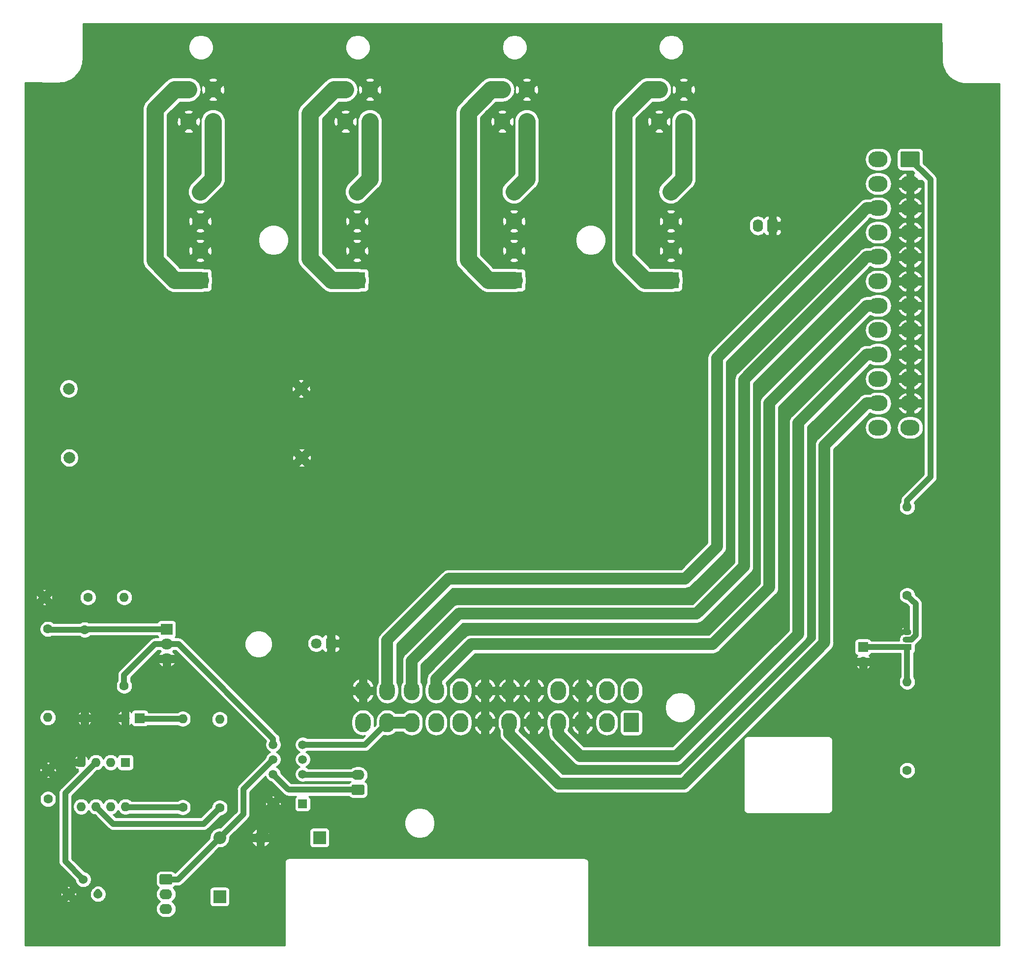
<source format=gtl>
G04 #@! TF.GenerationSoftware,KiCad,Pcbnew,(5.1.5-0-10_14)*
G04 #@! TF.CreationDate,2020-08-30T11:21:39+02:00*
G04 #@! TF.ProjectId,DC_Board,44435f42-6f61-4726-942e-6b696361645f,rev?*
G04 #@! TF.SameCoordinates,Original*
G04 #@! TF.FileFunction,Copper,L1,Top*
G04 #@! TF.FilePolarity,Positive*
%FSLAX46Y46*%
G04 Gerber Fmt 4.6, Leading zero omitted, Abs format (unit mm)*
G04 Created by KiCad (PCBNEW (5.1.5-0-10_14)) date 2020-08-30 11:21:39*
%MOMM*%
%LPD*%
G04 APERTURE LIST*
%ADD10R,2.000000X1.905000*%
%ADD11O,2.000000X1.905000*%
%ADD12R,1.800000X1.800000*%
%ADD13C,1.800000*%
%ADD14R,1.500000X1.500000*%
%ADD15C,1.500000*%
%ADD16R,1.700000X1.700000*%
%ADD17O,1.700000X1.700000*%
%ADD18O,1.600000X1.600000*%
%ADD19R,1.600000X1.600000*%
%ADD20C,0.100000*%
%ADD21O,2.200000X1.740000*%
%ADD22C,2.000000*%
%ADD23O,1.740000X2.200000*%
%ADD24C,2.800000*%
%ADD25C,2.780000*%
%ADD26R,2.780000X2.780000*%
%ADD27C,1.600000*%
%ADD28R,1.500000X1.050000*%
%ADD29O,1.500000X1.050000*%
%ADD30O,2.200000X2.200000*%
%ADD31R,2.200000X2.200000*%
%ADD32C,1.524000*%
%ADD33O,3.300000X2.700000*%
%ADD34O,2.700000X3.300000*%
%ADD35C,2.000000*%
%ADD36C,1.000000*%
%ADD37C,3.000000*%
%ADD38C,0.254000*%
G04 APERTURE END LIST*
D10*
X186030000Y-172920000D03*
D11*
X186030000Y-175460000D03*
X186030000Y-178000000D03*
D12*
X214300000Y-175350000D03*
D13*
X211760000Y-175350000D03*
D14*
X209430000Y-202970000D03*
D15*
X204350000Y-202970000D03*
X209430000Y-197890000D03*
X204350000Y-192810000D03*
X209430000Y-195350000D03*
X209430000Y-192810000D03*
X204350000Y-197890000D03*
X204350000Y-195350000D03*
D16*
X181410000Y-188230000D03*
D17*
X178870000Y-188230000D03*
D18*
X178930000Y-203470000D03*
X171310000Y-195850000D03*
X176390000Y-203470000D03*
X173850000Y-195850000D03*
X173850000Y-203470000D03*
X176390000Y-195850000D03*
X171310000Y-203470000D03*
D19*
X178930000Y-195850000D03*
G04 #@! TA.AperFunction,ComponentPad*
D20*
G36*
X219824505Y-199691204D02*
G01*
X219848773Y-199694804D01*
X219872572Y-199700765D01*
X219895671Y-199709030D01*
X219917850Y-199719520D01*
X219938893Y-199732132D01*
X219958599Y-199746747D01*
X219976777Y-199763223D01*
X219993253Y-199781401D01*
X220007868Y-199801107D01*
X220020480Y-199822150D01*
X220030970Y-199844329D01*
X220039235Y-199867428D01*
X220045196Y-199891227D01*
X220048796Y-199915495D01*
X220050000Y-199939999D01*
X220050000Y-201180001D01*
X220048796Y-201204505D01*
X220045196Y-201228773D01*
X220039235Y-201252572D01*
X220030970Y-201275671D01*
X220020480Y-201297850D01*
X220007868Y-201318893D01*
X219993253Y-201338599D01*
X219976777Y-201356777D01*
X219958599Y-201373253D01*
X219938893Y-201387868D01*
X219917850Y-201400480D01*
X219895671Y-201410970D01*
X219872572Y-201419235D01*
X219848773Y-201425196D01*
X219824505Y-201428796D01*
X219800001Y-201430000D01*
X218099999Y-201430000D01*
X218075495Y-201428796D01*
X218051227Y-201425196D01*
X218027428Y-201419235D01*
X218004329Y-201410970D01*
X217982150Y-201400480D01*
X217961107Y-201387868D01*
X217941401Y-201373253D01*
X217923223Y-201356777D01*
X217906747Y-201338599D01*
X217892132Y-201318893D01*
X217879520Y-201297850D01*
X217869030Y-201275671D01*
X217860765Y-201252572D01*
X217854804Y-201228773D01*
X217851204Y-201204505D01*
X217850000Y-201180001D01*
X217850000Y-199939999D01*
X217851204Y-199915495D01*
X217854804Y-199891227D01*
X217860765Y-199867428D01*
X217869030Y-199844329D01*
X217879520Y-199822150D01*
X217892132Y-199801107D01*
X217906747Y-199781401D01*
X217923223Y-199763223D01*
X217941401Y-199746747D01*
X217961107Y-199732132D01*
X217982150Y-199719520D01*
X218004329Y-199709030D01*
X218027428Y-199700765D01*
X218051227Y-199694804D01*
X218075495Y-199691204D01*
X218099999Y-199690000D01*
X219800001Y-199690000D01*
X219824505Y-199691204D01*
G37*
G04 #@! TD.AperFunction*
D21*
X218950000Y-198020000D03*
D22*
X209260000Y-143390000D03*
X169260000Y-143390000D03*
X209170000Y-131500000D03*
X169170000Y-131500000D03*
D23*
X287780000Y-103420000D03*
G04 #@! TA.AperFunction,ComponentPad*
D20*
G36*
X290964505Y-102321204D02*
G01*
X290988773Y-102324804D01*
X291012572Y-102330765D01*
X291035671Y-102339030D01*
X291057850Y-102349520D01*
X291078893Y-102362132D01*
X291098599Y-102376747D01*
X291116777Y-102393223D01*
X291133253Y-102411401D01*
X291147868Y-102431107D01*
X291160480Y-102452150D01*
X291170970Y-102474329D01*
X291179235Y-102497428D01*
X291185196Y-102521227D01*
X291188796Y-102545495D01*
X291190000Y-102569999D01*
X291190000Y-104270001D01*
X291188796Y-104294505D01*
X291185196Y-104318773D01*
X291179235Y-104342572D01*
X291170970Y-104365671D01*
X291160480Y-104387850D01*
X291147868Y-104408893D01*
X291133253Y-104428599D01*
X291116777Y-104446777D01*
X291098599Y-104463253D01*
X291078893Y-104477868D01*
X291057850Y-104490480D01*
X291035671Y-104500970D01*
X291012572Y-104509235D01*
X290988773Y-104515196D01*
X290964505Y-104518796D01*
X290940001Y-104520000D01*
X289699999Y-104520000D01*
X289675495Y-104518796D01*
X289651227Y-104515196D01*
X289627428Y-104509235D01*
X289604329Y-104500970D01*
X289582150Y-104490480D01*
X289561107Y-104477868D01*
X289541401Y-104463253D01*
X289523223Y-104446777D01*
X289506747Y-104428599D01*
X289492132Y-104408893D01*
X289479520Y-104387850D01*
X289469030Y-104365671D01*
X289460765Y-104342572D01*
X289454804Y-104318773D01*
X289451204Y-104294505D01*
X289450000Y-104270001D01*
X289450000Y-102569999D01*
X289451204Y-102545495D01*
X289454804Y-102521227D01*
X289460765Y-102497428D01*
X289469030Y-102474329D01*
X289479520Y-102452150D01*
X289492132Y-102431107D01*
X289506747Y-102411401D01*
X289523223Y-102393223D01*
X289541401Y-102376747D01*
X289561107Y-102362132D01*
X289582150Y-102349520D01*
X289604329Y-102339030D01*
X289627428Y-102330765D01*
X289651227Y-102324804D01*
X289675495Y-102321204D01*
X289699999Y-102320000D01*
X290940001Y-102320000D01*
X290964505Y-102321204D01*
G37*
G04 #@! TD.AperFunction*
D24*
X275000000Y-85500000D03*
X270800000Y-85500000D03*
X275000000Y-80000000D03*
X270800000Y-80000000D03*
X248000000Y-85500000D03*
X243800000Y-85500000D03*
X248000000Y-80000000D03*
X243800000Y-80000000D03*
X221000000Y-85500000D03*
X216800000Y-85500000D03*
X221000000Y-80000000D03*
X216800000Y-80000000D03*
X194000000Y-85500000D03*
X189800000Y-85500000D03*
X194000000Y-80000000D03*
X189800000Y-80000000D03*
D25*
X272800000Y-97560000D03*
X272800000Y-102640000D03*
X272800000Y-107720000D03*
D26*
X272800000Y-112800000D03*
D25*
X245800000Y-97560000D03*
X245800000Y-102640000D03*
X245800000Y-107720000D03*
D26*
X245800000Y-112800000D03*
D25*
X218800000Y-97560000D03*
X218800000Y-102640000D03*
X218800000Y-107720000D03*
D26*
X218800000Y-112800000D03*
D25*
X191800000Y-97560000D03*
X191800000Y-102640000D03*
X191800000Y-107720000D03*
D26*
X191800000Y-112800000D03*
D17*
X305910000Y-178520000D03*
D16*
X305910000Y-175980000D03*
D18*
X313500000Y-181960000D03*
D27*
X313500000Y-197200000D03*
D18*
X313500000Y-151860000D03*
D27*
X313500000Y-167100000D03*
D28*
X313500000Y-176000000D03*
D29*
X313500000Y-173460000D03*
X313500000Y-174730000D03*
D30*
X202180000Y-208820000D03*
D31*
X212340000Y-208820000D03*
D30*
X195140000Y-208830000D03*
D31*
X195140000Y-218990000D03*
G04 #@! TA.AperFunction,ComponentPad*
D20*
G36*
X186774505Y-215131204D02*
G01*
X186798773Y-215134804D01*
X186822572Y-215140765D01*
X186845671Y-215149030D01*
X186867850Y-215159520D01*
X186888893Y-215172132D01*
X186908599Y-215186747D01*
X186926777Y-215203223D01*
X186943253Y-215221401D01*
X186957868Y-215241107D01*
X186970480Y-215262150D01*
X186980970Y-215284329D01*
X186989235Y-215307428D01*
X186995196Y-215331227D01*
X186998796Y-215355495D01*
X187000000Y-215379999D01*
X187000000Y-216620001D01*
X186998796Y-216644505D01*
X186995196Y-216668773D01*
X186989235Y-216692572D01*
X186980970Y-216715671D01*
X186970480Y-216737850D01*
X186957868Y-216758893D01*
X186943253Y-216778599D01*
X186926777Y-216796777D01*
X186908599Y-216813253D01*
X186888893Y-216827868D01*
X186867850Y-216840480D01*
X186845671Y-216850970D01*
X186822572Y-216859235D01*
X186798773Y-216865196D01*
X186774505Y-216868796D01*
X186750001Y-216870000D01*
X185049999Y-216870000D01*
X185025495Y-216868796D01*
X185001227Y-216865196D01*
X184977428Y-216859235D01*
X184954329Y-216850970D01*
X184932150Y-216840480D01*
X184911107Y-216827868D01*
X184891401Y-216813253D01*
X184873223Y-216796777D01*
X184856747Y-216778599D01*
X184842132Y-216758893D01*
X184829520Y-216737850D01*
X184819030Y-216715671D01*
X184810765Y-216692572D01*
X184804804Y-216668773D01*
X184801204Y-216644505D01*
X184800000Y-216620001D01*
X184800000Y-215379999D01*
X184801204Y-215355495D01*
X184804804Y-215331227D01*
X184810765Y-215307428D01*
X184819030Y-215284329D01*
X184829520Y-215262150D01*
X184842132Y-215241107D01*
X184856747Y-215221401D01*
X184873223Y-215203223D01*
X184891401Y-215186747D01*
X184911107Y-215172132D01*
X184932150Y-215159520D01*
X184954329Y-215149030D01*
X184977428Y-215140765D01*
X185001227Y-215134804D01*
X185025495Y-215131204D01*
X185049999Y-215130000D01*
X186750001Y-215130000D01*
X186774505Y-215131204D01*
G37*
G04 #@! TD.AperFunction*
D21*
X185900000Y-218540000D03*
X185900000Y-221080000D03*
D27*
X188790000Y-203600000D03*
D18*
X188790000Y-188360000D03*
X195140000Y-188420000D03*
D27*
X195140000Y-203660000D03*
D32*
X174200000Y-218550000D03*
X169120000Y-218550000D03*
X171660000Y-216010000D03*
D27*
X165580000Y-172890000D03*
D18*
X165580000Y-188130000D03*
X171900000Y-188230000D03*
D27*
X171900000Y-172990000D03*
X178710000Y-182670000D03*
D18*
X178710000Y-167430000D03*
D27*
X172460000Y-167420000D03*
X164960000Y-167420000D03*
X165590000Y-202180000D03*
X165590000Y-197180000D03*
G04 #@! TA.AperFunction,ComponentPad*
D20*
G36*
X315424503Y-90651204D02*
G01*
X315448772Y-90654804D01*
X315472570Y-90660765D01*
X315495670Y-90669030D01*
X315517849Y-90679520D01*
X315538892Y-90692133D01*
X315558598Y-90706748D01*
X315576776Y-90723224D01*
X315593252Y-90741402D01*
X315607867Y-90761108D01*
X315620480Y-90782151D01*
X315630970Y-90804330D01*
X315639235Y-90827430D01*
X315645196Y-90851228D01*
X315648796Y-90875497D01*
X315650000Y-90900001D01*
X315650000Y-93099999D01*
X315648796Y-93124503D01*
X315645196Y-93148772D01*
X315639235Y-93172570D01*
X315630970Y-93195670D01*
X315620480Y-93217849D01*
X315607867Y-93238892D01*
X315593252Y-93258598D01*
X315576776Y-93276776D01*
X315558598Y-93293252D01*
X315538892Y-93307867D01*
X315517849Y-93320480D01*
X315495670Y-93330970D01*
X315472570Y-93339235D01*
X315448772Y-93345196D01*
X315424503Y-93348796D01*
X315399999Y-93350000D01*
X312600001Y-93350000D01*
X312575497Y-93348796D01*
X312551228Y-93345196D01*
X312527430Y-93339235D01*
X312504330Y-93330970D01*
X312482151Y-93320480D01*
X312461108Y-93307867D01*
X312441402Y-93293252D01*
X312423224Y-93276776D01*
X312406748Y-93258598D01*
X312392133Y-93238892D01*
X312379520Y-93217849D01*
X312369030Y-93195670D01*
X312360765Y-93172570D01*
X312354804Y-93148772D01*
X312351204Y-93124503D01*
X312350000Y-93099999D01*
X312350000Y-90900001D01*
X312351204Y-90875497D01*
X312354804Y-90851228D01*
X312360765Y-90827430D01*
X312369030Y-90804330D01*
X312379520Y-90782151D01*
X312392133Y-90761108D01*
X312406748Y-90741402D01*
X312423224Y-90723224D01*
X312441402Y-90706748D01*
X312461108Y-90692133D01*
X312482151Y-90679520D01*
X312504330Y-90669030D01*
X312527430Y-90660765D01*
X312551228Y-90654804D01*
X312575497Y-90651204D01*
X312600001Y-90650000D01*
X315399999Y-90650000D01*
X315424503Y-90651204D01*
G37*
G04 #@! TD.AperFunction*
D33*
X314000000Y-96200000D03*
X314000000Y-100400000D03*
X314000000Y-104600000D03*
X314000000Y-108800000D03*
X314000000Y-113000000D03*
X314000000Y-117200000D03*
X314000000Y-121400000D03*
X314000000Y-125600000D03*
X314000000Y-129800000D03*
X314000000Y-134000000D03*
X314000000Y-138200000D03*
X308500000Y-92000000D03*
X308500000Y-96200000D03*
X308500000Y-100400000D03*
X308500000Y-104600000D03*
X308500000Y-108800000D03*
X308500000Y-113000000D03*
X308500000Y-117200000D03*
X308500000Y-121400000D03*
X308500000Y-125600000D03*
X308500000Y-129800000D03*
X308500000Y-134000000D03*
X308500000Y-138200000D03*
D34*
X219800000Y-183500000D03*
X224000000Y-183500000D03*
X228200000Y-183500000D03*
X232400000Y-183500000D03*
X236600000Y-183500000D03*
X240800000Y-183500000D03*
X245000000Y-183500000D03*
X249200000Y-183500000D03*
X253400000Y-183500000D03*
X257600000Y-183500000D03*
X261800000Y-183500000D03*
X266000000Y-183500000D03*
X219800000Y-189000000D03*
X224000000Y-189000000D03*
X228200000Y-189000000D03*
X232400000Y-189000000D03*
X236600000Y-189000000D03*
X240800000Y-189000000D03*
X245000000Y-189000000D03*
X249200000Y-189000000D03*
X253400000Y-189000000D03*
X257600000Y-189000000D03*
X261800000Y-189000000D03*
G04 #@! TA.AperFunction,ComponentPad*
D20*
G36*
X267124503Y-187351204D02*
G01*
X267148772Y-187354804D01*
X267172570Y-187360765D01*
X267195670Y-187369030D01*
X267217849Y-187379520D01*
X267238892Y-187392133D01*
X267258598Y-187406748D01*
X267276776Y-187423224D01*
X267293252Y-187441402D01*
X267307867Y-187461108D01*
X267320480Y-187482151D01*
X267330970Y-187504330D01*
X267339235Y-187527430D01*
X267345196Y-187551228D01*
X267348796Y-187575497D01*
X267350000Y-187600001D01*
X267350000Y-190399999D01*
X267348796Y-190424503D01*
X267345196Y-190448772D01*
X267339235Y-190472570D01*
X267330970Y-190495670D01*
X267320480Y-190517849D01*
X267307867Y-190538892D01*
X267293252Y-190558598D01*
X267276776Y-190576776D01*
X267258598Y-190593252D01*
X267238892Y-190607867D01*
X267217849Y-190620480D01*
X267195670Y-190630970D01*
X267172570Y-190639235D01*
X267148772Y-190645196D01*
X267124503Y-190648796D01*
X267099999Y-190650000D01*
X264900001Y-190650000D01*
X264875497Y-190648796D01*
X264851228Y-190645196D01*
X264827430Y-190639235D01*
X264804330Y-190630970D01*
X264782151Y-190620480D01*
X264761108Y-190607867D01*
X264741402Y-190593252D01*
X264723224Y-190576776D01*
X264706748Y-190558598D01*
X264692133Y-190538892D01*
X264679520Y-190517849D01*
X264669030Y-190495670D01*
X264660765Y-190472570D01*
X264654804Y-190448772D01*
X264651204Y-190424503D01*
X264650000Y-190399999D01*
X264650000Y-187600001D01*
X264651204Y-187575497D01*
X264654804Y-187551228D01*
X264660765Y-187527430D01*
X264669030Y-187504330D01*
X264679520Y-187482151D01*
X264692133Y-187461108D01*
X264706748Y-187441402D01*
X264723224Y-187423224D01*
X264741402Y-187406748D01*
X264761108Y-187392133D01*
X264782151Y-187379520D01*
X264804330Y-187369030D01*
X264827430Y-187360765D01*
X264851228Y-187354804D01*
X264875497Y-187351204D01*
X264900001Y-187350000D01*
X267099999Y-187350000D01*
X267124503Y-187351204D01*
G37*
G04 #@! TD.AperFunction*
D35*
X289750000Y-133970102D02*
X306520102Y-117200000D01*
X289750000Y-165750000D02*
X289750000Y-133970102D01*
X280000000Y-175500000D02*
X289750000Y-165750000D01*
X238420102Y-175500000D02*
X280000000Y-175500000D01*
X232400000Y-181520102D02*
X238420102Y-175500000D01*
X285400000Y-129920102D02*
X306520102Y-108800000D01*
X277250000Y-170250000D02*
X285400000Y-162100000D01*
X285400000Y-162100000D02*
X285400000Y-129920102D01*
X236320000Y-170250000D02*
X277250000Y-170250000D01*
X228200000Y-178370000D02*
X236320000Y-170250000D01*
X234590000Y-164250000D02*
X224000000Y-174840000D01*
X275250000Y-164250000D02*
X234590000Y-164250000D01*
X280750000Y-158750000D02*
X275250000Y-164250000D01*
X280750000Y-126170102D02*
X280750000Y-158750000D01*
X306520102Y-100400000D02*
X280750000Y-126170102D01*
X294750000Y-173750000D02*
X294750000Y-137370102D01*
X294750000Y-137370102D02*
X306520102Y-125600000D01*
X273750000Y-194750000D02*
X294750000Y-173750000D01*
X257170102Y-194750000D02*
X273750000Y-194750000D01*
X253400000Y-190979898D02*
X257170102Y-194750000D01*
X275000000Y-199500000D02*
X299250000Y-175250000D01*
X245000000Y-190979898D02*
X253520102Y-199500000D01*
X253520102Y-199500000D02*
X275000000Y-199500000D01*
X299250000Y-175250000D02*
X299250000Y-141270102D01*
X299250000Y-141270102D02*
X306520102Y-134000000D01*
D36*
X179060000Y-203600000D02*
X178930000Y-203470000D01*
X188790000Y-203600000D02*
X179060000Y-203600000D01*
X174200000Y-218190000D02*
X174200000Y-218550000D01*
D35*
X232400000Y-181520102D02*
X232400000Y-183500000D01*
X228200000Y-178370000D02*
X228200000Y-183500000D01*
X224000000Y-174840000D02*
X224000000Y-183500000D01*
X253400000Y-190979898D02*
X253400000Y-189000000D01*
X245000000Y-190979898D02*
X245000000Y-189000000D01*
X306520102Y-134000000D02*
X308500000Y-134000000D01*
X306520102Y-125600000D02*
X308500000Y-125600000D01*
X306520102Y-117200000D02*
X308500000Y-117200000D01*
X306520102Y-108800000D02*
X308500000Y-108800000D01*
X306520102Y-100400000D02*
X308500000Y-100400000D01*
D36*
X209480000Y-203020000D02*
X209430000Y-202970000D01*
X209430000Y-192810000D02*
X220190000Y-192810000D01*
D35*
X224000000Y-189000000D02*
X228200000Y-189000000D01*
D36*
X220190000Y-192810000D02*
X224000000Y-189000000D01*
X204350000Y-206650000D02*
X202180000Y-208820000D01*
X204350000Y-202970000D02*
X204350000Y-206650000D01*
X166920000Y-195850000D02*
X165590000Y-197180000D01*
X171310000Y-195850000D02*
X166920000Y-195850000D01*
X317500000Y-146728630D02*
X317500000Y-95500000D01*
X313500000Y-151860000D02*
X313500000Y-150728630D01*
X313500000Y-150728630D02*
X317500000Y-146728630D01*
X317500000Y-95500000D02*
X314000000Y-92000000D01*
X313500000Y-181960000D02*
X313500000Y-176000000D01*
X313480000Y-175980000D02*
X313500000Y-176000000D01*
X305910000Y-175980000D02*
X313480000Y-175980000D01*
X314950010Y-168550010D02*
X314299999Y-167899999D01*
X314950010Y-173967415D02*
X314950010Y-168550010D01*
X314187425Y-174730000D02*
X314950010Y-173967415D01*
X314299999Y-167899999D02*
X313500000Y-167100000D01*
X313500000Y-174730000D02*
X314187425Y-174730000D01*
X206880000Y-200420000D02*
X204350000Y-197890000D01*
X207020000Y-200560000D02*
X206880000Y-200420000D01*
X218950000Y-200560000D02*
X207020000Y-200560000D01*
X209440000Y-197880000D02*
X209430000Y-197890000D01*
X209560000Y-198020000D02*
X209430000Y-197890000D01*
X218950000Y-198020000D02*
X209560000Y-198020000D01*
X184030000Y-175460000D02*
X178710000Y-180780000D01*
X186030000Y-175460000D02*
X184030000Y-175460000D01*
X204350000Y-191780000D02*
X204350000Y-192810000D01*
X188030000Y-175460000D02*
X204350000Y-191780000D01*
X186030000Y-175460000D02*
X188030000Y-175460000D01*
X178710000Y-180780000D02*
X178710000Y-182670000D01*
X199240000Y-204730000D02*
X195140000Y-208830000D01*
X199240000Y-200460000D02*
X199240000Y-204730000D01*
X204350000Y-195350000D02*
X199240000Y-200460000D01*
X187970000Y-216000000D02*
X195140000Y-208830000D01*
X185900000Y-216000000D02*
X187970000Y-216000000D01*
X188790000Y-188360000D02*
X181540000Y-188360000D01*
X195140000Y-203660000D02*
X192360000Y-206440000D01*
X176820000Y-206440000D02*
X173850000Y-203470000D01*
X192360000Y-206440000D02*
X176820000Y-206440000D01*
X173850000Y-195850000D02*
X168570000Y-201130000D01*
X168570000Y-212920000D02*
X171660000Y-216010000D01*
X168570000Y-201130000D02*
X168570000Y-212920000D01*
X165660000Y-172970000D02*
X165580000Y-172890000D01*
X171960000Y-172930000D02*
X171900000Y-172990000D01*
X165680000Y-172990000D02*
X165580000Y-172890000D01*
X171900000Y-172990000D02*
X165680000Y-172990000D01*
X171970000Y-172920000D02*
X171900000Y-172990000D01*
X186030000Y-172920000D02*
X171970000Y-172920000D01*
D37*
X194000000Y-95360000D02*
X191800000Y-97560000D01*
X194000000Y-85500000D02*
X194000000Y-95360000D01*
X275000000Y-95360000D02*
X272800000Y-97560000D01*
X275000000Y-85500000D02*
X275000000Y-95360000D01*
X248000000Y-95360000D02*
X245800000Y-97560000D01*
X248000000Y-85500000D02*
X248000000Y-95360000D01*
X221000000Y-95360000D02*
X218800000Y-97560000D01*
X221000000Y-85500000D02*
X221000000Y-95360000D01*
D35*
X215412500Y-112800000D02*
X218800000Y-112800000D01*
X242412500Y-112800000D02*
X245800000Y-112800000D01*
X269412500Y-112800000D02*
X272800000Y-112800000D01*
X218800000Y-112800000D02*
X215410000Y-112800000D01*
X245800000Y-112800000D02*
X242410000Y-112800000D01*
X272800000Y-112800000D02*
X269410000Y-112800000D01*
D37*
X187410000Y-112800000D02*
X184000000Y-109390000D01*
X191800000Y-112800000D02*
X187410000Y-112800000D01*
X189800000Y-80000000D02*
X187400000Y-80000000D01*
X184000000Y-83400000D02*
X184000000Y-109390000D01*
X187400000Y-80000000D02*
X184000000Y-83400000D01*
X241820102Y-80000000D02*
X237900000Y-83920102D01*
X243800000Y-80000000D02*
X241820102Y-80000000D01*
X241410000Y-112800000D02*
X245800000Y-112800000D01*
X237900000Y-109290000D02*
X241410000Y-112800000D01*
X237900000Y-83920102D02*
X237900000Y-109290000D01*
X214820102Y-80000000D02*
X210700000Y-84120102D01*
X216800000Y-80000000D02*
X214820102Y-80000000D01*
X214410000Y-112800000D02*
X218800000Y-112800000D01*
X210700000Y-109090000D02*
X214410000Y-112800000D01*
X210700000Y-84120102D02*
X210700000Y-109090000D01*
X268820102Y-80000000D02*
X264700000Y-84120102D01*
X270800000Y-80000000D02*
X268820102Y-80000000D01*
X268410000Y-112800000D02*
X272800000Y-112800000D01*
X264700000Y-84120102D02*
X264700000Y-109090000D01*
X264700000Y-109090000D02*
X268410000Y-112800000D01*
D38*
G36*
X319441588Y-74875530D02*
G01*
X319441819Y-74881715D01*
X319465872Y-75270781D01*
X319467237Y-75283082D01*
X319529045Y-75667959D01*
X319531600Y-75680069D01*
X319630578Y-76057102D01*
X319634300Y-76068906D01*
X319769507Y-76434514D01*
X319774361Y-76445898D01*
X319944512Y-76796610D01*
X319950450Y-76807469D01*
X320153931Y-77139954D01*
X320160898Y-77150183D01*
X320395775Y-77461283D01*
X320403705Y-77470786D01*
X320667748Y-77757546D01*
X320676565Y-77766231D01*
X320967267Y-78025929D01*
X320976888Y-78033715D01*
X321291487Y-78263884D01*
X321301819Y-78270696D01*
X321637328Y-78469150D01*
X321648275Y-78474925D01*
X322001508Y-78639780D01*
X322012965Y-78644461D01*
X322380567Y-78774150D01*
X322392425Y-78777694D01*
X322770905Y-78870987D01*
X322783052Y-78873360D01*
X323168815Y-78929369D01*
X323181135Y-78930549D01*
X323570519Y-78948744D01*
X323576708Y-78948882D01*
X329340001Y-78937057D01*
X329340000Y-227340000D01*
X258660000Y-227340000D01*
X258660000Y-213032419D01*
X258663193Y-213000000D01*
X258650450Y-212870617D01*
X258612710Y-212746207D01*
X258551425Y-212631550D01*
X258468948Y-212531052D01*
X258368450Y-212448575D01*
X258253793Y-212387290D01*
X258129383Y-212349550D01*
X258032419Y-212340000D01*
X258000000Y-212336807D01*
X257967581Y-212340000D01*
X207032419Y-212340000D01*
X207000000Y-212336807D01*
X206967581Y-212340000D01*
X206870617Y-212349550D01*
X206746207Y-212387290D01*
X206631550Y-212448575D01*
X206531052Y-212531052D01*
X206448575Y-212631550D01*
X206387290Y-212746207D01*
X206349550Y-212870617D01*
X206336807Y-213000000D01*
X206340000Y-213032419D01*
X206340001Y-227340000D01*
X161660000Y-227340000D01*
X161660000Y-219736747D01*
X168743597Y-219736747D01*
X168830327Y-219923546D01*
X169103858Y-219953666D01*
X169378010Y-219929845D01*
X169409673Y-219923546D01*
X169496403Y-219736747D01*
X169120000Y-219360344D01*
X168743597Y-219736747D01*
X161660000Y-219736747D01*
X161660000Y-218533858D01*
X167716334Y-218533858D01*
X167740155Y-218808010D01*
X167746454Y-218839673D01*
X167933253Y-218926403D01*
X168309656Y-218550000D01*
X169930344Y-218550000D01*
X170306747Y-218926403D01*
X170493546Y-218839673D01*
X170523666Y-218566142D01*
X170510309Y-218412408D01*
X172803000Y-218412408D01*
X172803000Y-218687592D01*
X172856686Y-218957490D01*
X172961995Y-219211727D01*
X173114880Y-219440535D01*
X173309465Y-219635120D01*
X173538273Y-219788005D01*
X173792510Y-219893314D01*
X174062408Y-219947000D01*
X174337592Y-219947000D01*
X174607490Y-219893314D01*
X174861727Y-219788005D01*
X175090535Y-219635120D01*
X175285120Y-219440535D01*
X175438005Y-219211727D01*
X175543314Y-218957490D01*
X175597000Y-218687592D01*
X175597000Y-218412408D01*
X175543314Y-218142510D01*
X175438005Y-217888273D01*
X175285120Y-217659465D01*
X175090535Y-217464880D01*
X175052139Y-217439225D01*
X175006449Y-217383551D01*
X174833623Y-217241716D01*
X174636446Y-217136324D01*
X174422498Y-217071423D01*
X174200000Y-217049509D01*
X173977501Y-217071423D01*
X173763553Y-217136324D01*
X173566377Y-217241716D01*
X173393551Y-217383551D01*
X173347861Y-217439225D01*
X173309465Y-217464880D01*
X173114880Y-217659465D01*
X172961995Y-217888273D01*
X172856686Y-218142510D01*
X172803000Y-218412408D01*
X170510309Y-218412408D01*
X170499845Y-218291990D01*
X170493546Y-218260327D01*
X170306747Y-218173597D01*
X169930344Y-218550000D01*
X168309656Y-218550000D01*
X167933253Y-218173597D01*
X167746454Y-218260327D01*
X167716334Y-218533858D01*
X161660000Y-218533858D01*
X161660000Y-217363253D01*
X168743597Y-217363253D01*
X169120000Y-217739656D01*
X169496403Y-217363253D01*
X169409673Y-217176454D01*
X169136142Y-217146334D01*
X168861990Y-217170155D01*
X168830327Y-217176454D01*
X168743597Y-217363253D01*
X161660000Y-217363253D01*
X161660000Y-202038665D01*
X164155000Y-202038665D01*
X164155000Y-202321335D01*
X164210147Y-202598574D01*
X164318320Y-202859727D01*
X164475363Y-203094759D01*
X164675241Y-203294637D01*
X164910273Y-203451680D01*
X165171426Y-203559853D01*
X165448665Y-203615000D01*
X165731335Y-203615000D01*
X166008574Y-203559853D01*
X166269727Y-203451680D01*
X166504759Y-203294637D01*
X166704637Y-203094759D01*
X166861680Y-202859727D01*
X166969853Y-202598574D01*
X167025000Y-202321335D01*
X167025000Y-202038665D01*
X166969853Y-201761426D01*
X166861680Y-201500273D01*
X166704637Y-201265241D01*
X166569396Y-201130000D01*
X167429509Y-201130000D01*
X167435000Y-201185752D01*
X167435001Y-212864239D01*
X167429509Y-212920000D01*
X167451423Y-213142498D01*
X167516324Y-213356446D01*
X167565384Y-213448230D01*
X167621717Y-213553623D01*
X167763552Y-213726449D01*
X167806860Y-213761991D01*
X170280515Y-216235647D01*
X170316686Y-216417490D01*
X170421995Y-216671727D01*
X170574880Y-216900535D01*
X170769465Y-217095120D01*
X170998273Y-217248005D01*
X171252510Y-217353314D01*
X171522408Y-217407000D01*
X171797592Y-217407000D01*
X172067490Y-217353314D01*
X172321727Y-217248005D01*
X172550535Y-217095120D01*
X172745120Y-216900535D01*
X172898005Y-216671727D01*
X173003314Y-216417490D01*
X173057000Y-216147592D01*
X173057000Y-215872408D01*
X173003314Y-215602510D01*
X172898005Y-215348273D01*
X172745120Y-215119465D01*
X172550535Y-214924880D01*
X172321727Y-214771995D01*
X172067490Y-214666686D01*
X171885647Y-214630515D01*
X169705000Y-212449869D01*
X169705000Y-203328665D01*
X169875000Y-203328665D01*
X169875000Y-203611335D01*
X169930147Y-203888574D01*
X170038320Y-204149727D01*
X170195363Y-204384759D01*
X170395241Y-204584637D01*
X170630273Y-204741680D01*
X170891426Y-204849853D01*
X171168665Y-204905000D01*
X171451335Y-204905000D01*
X171728574Y-204849853D01*
X171989727Y-204741680D01*
X172224759Y-204584637D01*
X172424637Y-204384759D01*
X172580000Y-204152241D01*
X172735363Y-204384759D01*
X172935241Y-204584637D01*
X173170273Y-204741680D01*
X173431426Y-204849853D01*
X173672718Y-204897850D01*
X175978009Y-207203141D01*
X176013551Y-207246449D01*
X176186377Y-207388284D01*
X176383553Y-207493676D01*
X176597501Y-207558577D01*
X176764248Y-207575000D01*
X176764257Y-207575000D01*
X176819999Y-207580490D01*
X176875741Y-207575000D01*
X192304249Y-207575000D01*
X192360000Y-207580491D01*
X192415751Y-207575000D01*
X192415752Y-207575000D01*
X192582499Y-207558577D01*
X192796447Y-207493676D01*
X192993623Y-207388284D01*
X193166449Y-207246449D01*
X193201996Y-207203135D01*
X195317283Y-205087849D01*
X195558574Y-205039853D01*
X195819727Y-204931680D01*
X196054759Y-204774637D01*
X196254637Y-204574759D01*
X196411680Y-204339727D01*
X196519853Y-204078574D01*
X196575000Y-203801335D01*
X196575000Y-203518665D01*
X196519853Y-203241426D01*
X196411680Y-202980273D01*
X196254637Y-202745241D01*
X196054759Y-202545363D01*
X195819727Y-202388320D01*
X195558574Y-202280147D01*
X195281335Y-202225000D01*
X194998665Y-202225000D01*
X194721426Y-202280147D01*
X194460273Y-202388320D01*
X194225241Y-202545363D01*
X194025363Y-202745241D01*
X193868320Y-202980273D01*
X193760147Y-203241426D01*
X193712151Y-203482717D01*
X191889869Y-205305000D01*
X177290132Y-205305000D01*
X176827249Y-204842117D01*
X177069727Y-204741680D01*
X177304759Y-204584637D01*
X177504637Y-204384759D01*
X177660000Y-204152241D01*
X177815363Y-204384759D01*
X178015241Y-204584637D01*
X178250273Y-204741680D01*
X178511426Y-204849853D01*
X178788665Y-204905000D01*
X179071335Y-204905000D01*
X179348574Y-204849853D01*
X179609727Y-204741680D01*
X179619724Y-204735000D01*
X187905716Y-204735000D01*
X188110273Y-204871680D01*
X188371426Y-204979853D01*
X188648665Y-205035000D01*
X188931335Y-205035000D01*
X189208574Y-204979853D01*
X189469727Y-204871680D01*
X189704759Y-204714637D01*
X189904637Y-204514759D01*
X190061680Y-204279727D01*
X190169853Y-204018574D01*
X190225000Y-203741335D01*
X190225000Y-203458665D01*
X190169853Y-203181426D01*
X190061680Y-202920273D01*
X189904637Y-202685241D01*
X189704759Y-202485363D01*
X189469727Y-202328320D01*
X189208574Y-202220147D01*
X188931335Y-202165000D01*
X188648665Y-202165000D01*
X188371426Y-202220147D01*
X188110273Y-202328320D01*
X187905716Y-202465000D01*
X179954396Y-202465000D01*
X179844759Y-202355363D01*
X179609727Y-202198320D01*
X179348574Y-202090147D01*
X179071335Y-202035000D01*
X178788665Y-202035000D01*
X178511426Y-202090147D01*
X178250273Y-202198320D01*
X178015241Y-202355363D01*
X177815363Y-202555241D01*
X177660000Y-202787759D01*
X177504637Y-202555241D01*
X177304759Y-202355363D01*
X177069727Y-202198320D01*
X176808574Y-202090147D01*
X176531335Y-202035000D01*
X176248665Y-202035000D01*
X175971426Y-202090147D01*
X175710273Y-202198320D01*
X175475241Y-202355363D01*
X175275363Y-202555241D01*
X175120000Y-202787759D01*
X174964637Y-202555241D01*
X174764759Y-202355363D01*
X174529727Y-202198320D01*
X174268574Y-202090147D01*
X173991335Y-202035000D01*
X173708665Y-202035000D01*
X173431426Y-202090147D01*
X173170273Y-202198320D01*
X172935241Y-202355363D01*
X172735363Y-202555241D01*
X172580000Y-202787759D01*
X172424637Y-202555241D01*
X172224759Y-202355363D01*
X171989727Y-202198320D01*
X171728574Y-202090147D01*
X171451335Y-202035000D01*
X171168665Y-202035000D01*
X170891426Y-202090147D01*
X170630273Y-202198320D01*
X170395241Y-202355363D01*
X170195363Y-202555241D01*
X170038320Y-202790273D01*
X169930147Y-203051426D01*
X169875000Y-203328665D01*
X169705000Y-203328665D01*
X169705000Y-201600131D01*
X174027283Y-197277849D01*
X174268574Y-197229853D01*
X174529727Y-197121680D01*
X174764759Y-196964637D01*
X174964637Y-196764759D01*
X175120000Y-196532241D01*
X175275363Y-196764759D01*
X175475241Y-196964637D01*
X175710273Y-197121680D01*
X175971426Y-197229853D01*
X176248665Y-197285000D01*
X176531335Y-197285000D01*
X176808574Y-197229853D01*
X177069727Y-197121680D01*
X177304759Y-196964637D01*
X177503357Y-196766039D01*
X177504188Y-196774482D01*
X177540498Y-196894180D01*
X177599463Y-197004494D01*
X177678815Y-197101185D01*
X177775506Y-197180537D01*
X177885820Y-197239502D01*
X178005518Y-197275812D01*
X178130000Y-197288072D01*
X179730000Y-197288072D01*
X179854482Y-197275812D01*
X179974180Y-197239502D01*
X180084494Y-197180537D01*
X180181185Y-197101185D01*
X180260537Y-197004494D01*
X180319502Y-196894180D01*
X180355812Y-196774482D01*
X180368072Y-196650000D01*
X180368072Y-195050000D01*
X180355812Y-194925518D01*
X180319502Y-194805820D01*
X180260537Y-194695506D01*
X180181185Y-194598815D01*
X180084494Y-194519463D01*
X179974180Y-194460498D01*
X179854482Y-194424188D01*
X179730000Y-194411928D01*
X178130000Y-194411928D01*
X178005518Y-194424188D01*
X177885820Y-194460498D01*
X177775506Y-194519463D01*
X177678815Y-194598815D01*
X177599463Y-194695506D01*
X177540498Y-194805820D01*
X177504188Y-194925518D01*
X177503357Y-194933961D01*
X177304759Y-194735363D01*
X177069727Y-194578320D01*
X176808574Y-194470147D01*
X176531335Y-194415000D01*
X176248665Y-194415000D01*
X175971426Y-194470147D01*
X175710273Y-194578320D01*
X175475241Y-194735363D01*
X175275363Y-194935241D01*
X175120000Y-195167759D01*
X174964637Y-194935241D01*
X174764759Y-194735363D01*
X174529727Y-194578320D01*
X174268574Y-194470147D01*
X173991335Y-194415000D01*
X173708665Y-194415000D01*
X173431426Y-194470147D01*
X173170273Y-194578320D01*
X172935241Y-194735363D01*
X172735363Y-194935241D01*
X172578320Y-195170273D01*
X172534113Y-195276998D01*
X172466911Y-195276998D01*
X172519825Y-195078240D01*
X172346016Y-194857044D01*
X172132393Y-194674007D01*
X172081756Y-194640200D01*
X171883000Y-194709612D01*
X171883000Y-195277000D01*
X171903000Y-195277000D01*
X171903000Y-196191868D01*
X171651868Y-196443000D01*
X170737000Y-196443000D01*
X170737000Y-196423000D01*
X170153090Y-196423000D01*
X170100175Y-196621760D01*
X170273984Y-196842956D01*
X170487607Y-197025993D01*
X170538244Y-197059800D01*
X170736998Y-196990389D01*
X170736998Y-197285000D01*
X170809868Y-197285000D01*
X167806865Y-200288004D01*
X167763551Y-200323551D01*
X167621716Y-200496377D01*
X167516325Y-200693553D01*
X167516324Y-200693554D01*
X167451423Y-200907502D01*
X167429509Y-201130000D01*
X166569396Y-201130000D01*
X166504759Y-201065363D01*
X166269727Y-200908320D01*
X166008574Y-200800147D01*
X165731335Y-200745000D01*
X165448665Y-200745000D01*
X165171426Y-200800147D01*
X164910273Y-200908320D01*
X164675241Y-201065363D01*
X164475363Y-201265241D01*
X164318320Y-201500273D01*
X164210147Y-201761426D01*
X164155000Y-202038665D01*
X161660000Y-202038665D01*
X161660000Y-198397039D01*
X165183305Y-198397039D01*
X165275806Y-198587296D01*
X165556393Y-198621551D01*
X165838272Y-198600409D01*
X165904194Y-198587296D01*
X165996695Y-198397039D01*
X165590000Y-197990344D01*
X165183305Y-198397039D01*
X161660000Y-198397039D01*
X161660000Y-197146393D01*
X164148449Y-197146393D01*
X164169591Y-197428272D01*
X164182704Y-197494194D01*
X164372961Y-197586695D01*
X164779656Y-197180000D01*
X166400344Y-197180000D01*
X166807039Y-197586695D01*
X166997296Y-197494194D01*
X167031551Y-197213607D01*
X167010409Y-196931728D01*
X166997296Y-196865806D01*
X166807039Y-196773305D01*
X166400344Y-197180000D01*
X164779656Y-197180000D01*
X164372961Y-196773305D01*
X164182704Y-196865806D01*
X164148449Y-197146393D01*
X161660000Y-197146393D01*
X161660000Y-195962961D01*
X165183305Y-195962961D01*
X165590000Y-196369656D01*
X165996695Y-195962961D01*
X165904194Y-195772704D01*
X165623607Y-195738449D01*
X165341728Y-195759591D01*
X165275806Y-195772704D01*
X165183305Y-195962961D01*
X161660000Y-195962961D01*
X161660000Y-195078240D01*
X170100175Y-195078240D01*
X170153090Y-195277000D01*
X170737000Y-195277000D01*
X170737000Y-194709612D01*
X170538244Y-194640200D01*
X170487607Y-194674007D01*
X170273984Y-194857044D01*
X170100175Y-195078240D01*
X161660000Y-195078240D01*
X161660000Y-187988665D01*
X164145000Y-187988665D01*
X164145000Y-188271335D01*
X164200147Y-188548574D01*
X164308320Y-188809727D01*
X164465363Y-189044759D01*
X164665241Y-189244637D01*
X164900273Y-189401680D01*
X165161426Y-189509853D01*
X165438665Y-189565000D01*
X165721335Y-189565000D01*
X165998574Y-189509853D01*
X166259727Y-189401680D01*
X166494759Y-189244637D01*
X166694637Y-189044759D01*
X166723367Y-189001760D01*
X170690175Y-189001760D01*
X170863984Y-189222956D01*
X171077607Y-189405993D01*
X171128244Y-189439800D01*
X171327000Y-189370388D01*
X171327000Y-188803000D01*
X172473000Y-188803000D01*
X172473000Y-189370388D01*
X172671756Y-189439800D01*
X172722393Y-189405993D01*
X172936016Y-189222956D01*
X173103142Y-189010264D01*
X177606482Y-189010264D01*
X177782982Y-189241772D01*
X178001256Y-189434398D01*
X178089740Y-189493495D01*
X178297000Y-189426081D01*
X178297000Y-188803000D01*
X177658728Y-188803000D01*
X177606482Y-189010264D01*
X173103142Y-189010264D01*
X173109825Y-189001760D01*
X173056910Y-188803000D01*
X172473000Y-188803000D01*
X171327000Y-188803000D01*
X170743090Y-188803000D01*
X170690175Y-189001760D01*
X166723367Y-189001760D01*
X166851680Y-188809727D01*
X166959853Y-188548574D01*
X167015000Y-188271335D01*
X167015000Y-187988665D01*
X166959853Y-187711426D01*
X166854981Y-187458240D01*
X170690175Y-187458240D01*
X170743090Y-187657000D01*
X171327000Y-187657000D01*
X171327000Y-187089612D01*
X172473000Y-187089612D01*
X172473000Y-187657000D01*
X173056910Y-187657000D01*
X173109825Y-187458240D01*
X173103143Y-187449736D01*
X177606482Y-187449736D01*
X177658728Y-187657000D01*
X178297000Y-187657000D01*
X178297000Y-187033919D01*
X179443000Y-187033919D01*
X179443000Y-187657000D01*
X179463000Y-187657000D01*
X179463000Y-188803000D01*
X179443000Y-188803000D01*
X179443000Y-189426081D01*
X179650260Y-189493495D01*
X179738744Y-189434398D01*
X179947932Y-189249790D01*
X179970498Y-189324180D01*
X180029463Y-189434494D01*
X180108815Y-189531185D01*
X180205506Y-189610537D01*
X180315820Y-189669502D01*
X180435518Y-189705812D01*
X180560000Y-189718072D01*
X182260000Y-189718072D01*
X182384482Y-189705812D01*
X182504180Y-189669502D01*
X182614494Y-189610537D01*
X182711185Y-189531185D01*
X182740881Y-189495000D01*
X187905716Y-189495000D01*
X188110273Y-189631680D01*
X188371426Y-189739853D01*
X188648665Y-189795000D01*
X188931335Y-189795000D01*
X189208574Y-189739853D01*
X189469727Y-189631680D01*
X189704759Y-189474637D01*
X189904637Y-189274759D01*
X190061680Y-189039727D01*
X190169853Y-188778574D01*
X190225000Y-188501335D01*
X190225000Y-188278665D01*
X193705000Y-188278665D01*
X193705000Y-188561335D01*
X193760147Y-188838574D01*
X193868320Y-189099727D01*
X194025363Y-189334759D01*
X194225241Y-189534637D01*
X194460273Y-189691680D01*
X194721426Y-189799853D01*
X194998665Y-189855000D01*
X195281335Y-189855000D01*
X195558574Y-189799853D01*
X195819727Y-189691680D01*
X196054759Y-189534637D01*
X196254637Y-189334759D01*
X196411680Y-189099727D01*
X196519853Y-188838574D01*
X196575000Y-188561335D01*
X196575000Y-188278665D01*
X196519853Y-188001426D01*
X196411680Y-187740273D01*
X196254637Y-187505241D01*
X196054759Y-187305363D01*
X195819727Y-187148320D01*
X195558574Y-187040147D01*
X195281335Y-186985000D01*
X194998665Y-186985000D01*
X194721426Y-187040147D01*
X194460273Y-187148320D01*
X194225241Y-187305363D01*
X194025363Y-187505241D01*
X193868320Y-187740273D01*
X193760147Y-188001426D01*
X193705000Y-188278665D01*
X190225000Y-188278665D01*
X190225000Y-188218665D01*
X190169853Y-187941426D01*
X190061680Y-187680273D01*
X189904637Y-187445241D01*
X189704759Y-187245363D01*
X189469727Y-187088320D01*
X189208574Y-186980147D01*
X188931335Y-186925000D01*
X188648665Y-186925000D01*
X188371426Y-186980147D01*
X188110273Y-187088320D01*
X187905716Y-187225000D01*
X182876554Y-187225000D01*
X182849502Y-187135820D01*
X182790537Y-187025506D01*
X182711185Y-186928815D01*
X182614494Y-186849463D01*
X182504180Y-186790498D01*
X182384482Y-186754188D01*
X182260000Y-186741928D01*
X180560000Y-186741928D01*
X180435518Y-186754188D01*
X180315820Y-186790498D01*
X180205506Y-186849463D01*
X180108815Y-186928815D01*
X180029463Y-187025506D01*
X179970498Y-187135820D01*
X179947932Y-187210210D01*
X179738744Y-187025602D01*
X179650260Y-186966505D01*
X179443000Y-187033919D01*
X178297000Y-187033919D01*
X178089740Y-186966505D01*
X178001256Y-187025602D01*
X177782982Y-187218228D01*
X177606482Y-187449736D01*
X173103143Y-187449736D01*
X172936016Y-187237044D01*
X172722393Y-187054007D01*
X172671756Y-187020200D01*
X172473000Y-187089612D01*
X171327000Y-187089612D01*
X171128244Y-187020200D01*
X171077607Y-187054007D01*
X170863984Y-187237044D01*
X170690175Y-187458240D01*
X166854981Y-187458240D01*
X166851680Y-187450273D01*
X166694637Y-187215241D01*
X166494759Y-187015363D01*
X166259727Y-186858320D01*
X165998574Y-186750147D01*
X165721335Y-186695000D01*
X165438665Y-186695000D01*
X165161426Y-186750147D01*
X164900273Y-186858320D01*
X164665241Y-187015363D01*
X164465363Y-187215241D01*
X164308320Y-187450273D01*
X164200147Y-187711426D01*
X164145000Y-187988665D01*
X161660000Y-187988665D01*
X161660000Y-172748665D01*
X164145000Y-172748665D01*
X164145000Y-173031335D01*
X164200147Y-173308574D01*
X164308320Y-173569727D01*
X164465363Y-173804759D01*
X164665241Y-174004637D01*
X164900273Y-174161680D01*
X165161426Y-174269853D01*
X165438665Y-174325000D01*
X165721335Y-174325000D01*
X165998574Y-174269853D01*
X166259727Y-174161680D01*
X166314623Y-174125000D01*
X171015716Y-174125000D01*
X171220273Y-174261680D01*
X171481426Y-174369853D01*
X171758665Y-174425000D01*
X172041335Y-174425000D01*
X172318574Y-174369853D01*
X172579727Y-174261680D01*
X172814759Y-174104637D01*
X172864396Y-174055000D01*
X184421788Y-174055000D01*
X184440498Y-174116680D01*
X184499463Y-174226994D01*
X184578815Y-174323685D01*
X184580417Y-174325000D01*
X184085751Y-174325000D01*
X184029999Y-174319509D01*
X183807500Y-174341423D01*
X183757705Y-174356529D01*
X183593553Y-174406324D01*
X183396377Y-174511716D01*
X183223551Y-174653551D01*
X183188009Y-174696859D01*
X177946865Y-179938004D01*
X177903551Y-179973551D01*
X177761716Y-180146377D01*
X177656325Y-180343553D01*
X177656324Y-180343554D01*
X177591423Y-180557502D01*
X177569509Y-180780000D01*
X177575000Y-180835752D01*
X177575001Y-181785716D01*
X177438320Y-181990273D01*
X177330147Y-182251426D01*
X177275000Y-182528665D01*
X177275000Y-182811335D01*
X177330147Y-183088574D01*
X177438320Y-183349727D01*
X177595363Y-183584759D01*
X177795241Y-183784637D01*
X178030273Y-183941680D01*
X178291426Y-184049853D01*
X178568665Y-184105000D01*
X178851335Y-184105000D01*
X179128574Y-184049853D01*
X179389727Y-183941680D01*
X179624759Y-183784637D01*
X179824637Y-183584759D01*
X179981680Y-183349727D01*
X180089853Y-183088574D01*
X180145000Y-182811335D01*
X180145000Y-182528665D01*
X180089853Y-182251426D01*
X179981680Y-181990273D01*
X179845000Y-181785716D01*
X179845000Y-181250131D01*
X182297587Y-178797544D01*
X184609882Y-178797544D01*
X184756090Y-178995576D01*
X184973882Y-179215707D01*
X185230435Y-179389119D01*
X185457000Y-179330916D01*
X185457000Y-178573000D01*
X186603000Y-178573000D01*
X186603000Y-179330916D01*
X186829565Y-179389119D01*
X187086118Y-179215707D01*
X187303910Y-178995576D01*
X187450118Y-178797544D01*
X187386315Y-178573000D01*
X186603000Y-178573000D01*
X185457000Y-178573000D01*
X184673685Y-178573000D01*
X184609882Y-178797544D01*
X182297587Y-178797544D01*
X184500132Y-176595000D01*
X184863112Y-176595000D01*
X185039621Y-176739858D01*
X184973882Y-176784293D01*
X184756090Y-177004424D01*
X184609882Y-177202456D01*
X184673685Y-177427000D01*
X185457000Y-177427000D01*
X185457000Y-177407000D01*
X186603000Y-177407000D01*
X186603000Y-177427000D01*
X187386315Y-177427000D01*
X187450118Y-177202456D01*
X187303910Y-177004424D01*
X187086118Y-176784293D01*
X187020379Y-176739858D01*
X187196888Y-176595000D01*
X187559869Y-176595000D01*
X203121515Y-192156647D01*
X203018225Y-192406011D01*
X202965000Y-192673589D01*
X202965000Y-192946411D01*
X203018225Y-193213989D01*
X203122629Y-193466043D01*
X203274201Y-193692886D01*
X203467114Y-193885799D01*
X203693957Y-194037371D01*
X203796873Y-194080000D01*
X203693957Y-194122629D01*
X203467114Y-194274201D01*
X203274201Y-194467114D01*
X203122629Y-194693957D01*
X203018225Y-194946011D01*
X202985788Y-195109080D01*
X198476865Y-199618004D01*
X198433551Y-199653551D01*
X198291716Y-199826377D01*
X198207704Y-199983554D01*
X198186324Y-200023554D01*
X198121423Y-200237502D01*
X198099509Y-200460000D01*
X198105000Y-200515752D01*
X198105001Y-204259866D01*
X195269869Y-207095000D01*
X194969117Y-207095000D01*
X194633919Y-207161675D01*
X194318169Y-207292463D01*
X194034002Y-207482337D01*
X193792337Y-207724002D01*
X193602463Y-208008169D01*
X193471675Y-208323919D01*
X193405000Y-208659117D01*
X193405000Y-208959868D01*
X187499869Y-214865000D01*
X187470668Y-214865000D01*
X187377962Y-214752038D01*
X187243387Y-214641595D01*
X187089851Y-214559528D01*
X186923255Y-214508992D01*
X186750001Y-214491928D01*
X185049999Y-214491928D01*
X184876745Y-214508992D01*
X184710149Y-214559528D01*
X184556613Y-214641595D01*
X184422038Y-214752038D01*
X184311595Y-214886613D01*
X184229528Y-215040149D01*
X184178992Y-215206745D01*
X184161928Y-215379999D01*
X184161928Y-216620001D01*
X184178992Y-216793255D01*
X184229528Y-216959851D01*
X184311595Y-217113387D01*
X184422038Y-217247962D01*
X184556613Y-217358405D01*
X184666114Y-217416934D01*
X184600655Y-217470655D01*
X184412583Y-217699821D01*
X184272834Y-217961275D01*
X184186776Y-218244968D01*
X184157718Y-218540000D01*
X184186776Y-218835032D01*
X184272834Y-219118725D01*
X184412583Y-219380179D01*
X184600655Y-219609345D01*
X184829821Y-219797417D01*
X184853362Y-219810000D01*
X184829821Y-219822583D01*
X184600655Y-220010655D01*
X184412583Y-220239821D01*
X184272834Y-220501275D01*
X184186776Y-220784968D01*
X184157718Y-221080000D01*
X184186776Y-221375032D01*
X184272834Y-221658725D01*
X184412583Y-221920179D01*
X184600655Y-222149345D01*
X184829821Y-222337417D01*
X185091275Y-222477166D01*
X185374968Y-222563224D01*
X185596064Y-222585000D01*
X186203936Y-222585000D01*
X186425032Y-222563224D01*
X186708725Y-222477166D01*
X186970179Y-222337417D01*
X187199345Y-222149345D01*
X187387417Y-221920179D01*
X187527166Y-221658725D01*
X187613224Y-221375032D01*
X187642282Y-221080000D01*
X187613224Y-220784968D01*
X187527166Y-220501275D01*
X187387417Y-220239821D01*
X187199345Y-220010655D01*
X186970179Y-219822583D01*
X186946638Y-219810000D01*
X186970179Y-219797417D01*
X187199345Y-219609345D01*
X187387417Y-219380179D01*
X187527166Y-219118725D01*
X187613224Y-218835032D01*
X187642282Y-218540000D01*
X187613224Y-218244968D01*
X187527166Y-217961275D01*
X187489070Y-217890000D01*
X193401928Y-217890000D01*
X193401928Y-220090000D01*
X193414188Y-220214482D01*
X193450498Y-220334180D01*
X193509463Y-220444494D01*
X193588815Y-220541185D01*
X193685506Y-220620537D01*
X193795820Y-220679502D01*
X193915518Y-220715812D01*
X194040000Y-220728072D01*
X196240000Y-220728072D01*
X196364482Y-220715812D01*
X196484180Y-220679502D01*
X196594494Y-220620537D01*
X196691185Y-220541185D01*
X196770537Y-220444494D01*
X196829502Y-220334180D01*
X196865812Y-220214482D01*
X196878072Y-220090000D01*
X196878072Y-217890000D01*
X196865812Y-217765518D01*
X196829502Y-217645820D01*
X196770537Y-217535506D01*
X196691185Y-217438815D01*
X196594494Y-217359463D01*
X196484180Y-217300498D01*
X196364482Y-217264188D01*
X196240000Y-217251928D01*
X194040000Y-217251928D01*
X193915518Y-217264188D01*
X193795820Y-217300498D01*
X193685506Y-217359463D01*
X193588815Y-217438815D01*
X193509463Y-217535506D01*
X193450498Y-217645820D01*
X193414188Y-217765518D01*
X193401928Y-217890000D01*
X187489070Y-217890000D01*
X187387417Y-217699821D01*
X187199345Y-217470655D01*
X187133886Y-217416934D01*
X187243387Y-217358405D01*
X187377962Y-217247962D01*
X187470668Y-217135000D01*
X187914249Y-217135000D01*
X187970000Y-217140491D01*
X188025751Y-217135000D01*
X188025752Y-217135000D01*
X188192499Y-217118577D01*
X188406447Y-217053676D01*
X188603623Y-216948284D01*
X188776449Y-216806449D01*
X188811996Y-216763135D01*
X195010132Y-210565000D01*
X195310883Y-210565000D01*
X195646081Y-210498325D01*
X195961831Y-210367537D01*
X196245998Y-210177663D01*
X196487663Y-209935998D01*
X196677537Y-209651831D01*
X196681555Y-209642130D01*
X200652149Y-209642130D01*
X200835757Y-209916951D01*
X201075591Y-210158122D01*
X201357867Y-210347870D01*
X201607000Y-210298919D01*
X201607000Y-209393000D01*
X202753000Y-209393000D01*
X202753000Y-210298919D01*
X203002133Y-210347870D01*
X203284409Y-210158122D01*
X203524243Y-209916951D01*
X203707851Y-209642130D01*
X203648412Y-209393000D01*
X202753000Y-209393000D01*
X201607000Y-209393000D01*
X200711588Y-209393000D01*
X200652149Y-209642130D01*
X196681555Y-209642130D01*
X196808325Y-209336081D01*
X196875000Y-209000883D01*
X196875000Y-208700131D01*
X197577261Y-207997870D01*
X200652149Y-207997870D01*
X200711588Y-208247000D01*
X201607000Y-208247000D01*
X201607000Y-207341081D01*
X202753000Y-207341081D01*
X202753000Y-208247000D01*
X203648412Y-208247000D01*
X203707851Y-207997870D01*
X203524243Y-207723049D01*
X203521211Y-207720000D01*
X210601928Y-207720000D01*
X210601928Y-209920000D01*
X210614188Y-210044482D01*
X210650498Y-210164180D01*
X210709463Y-210274494D01*
X210788815Y-210371185D01*
X210885506Y-210450537D01*
X210995820Y-210509502D01*
X211115518Y-210545812D01*
X211240000Y-210558072D01*
X213440000Y-210558072D01*
X213564482Y-210545812D01*
X213684180Y-210509502D01*
X213794494Y-210450537D01*
X213891185Y-210371185D01*
X213970537Y-210274494D01*
X214029502Y-210164180D01*
X214065812Y-210044482D01*
X214078072Y-209920000D01*
X214078072Y-207720000D01*
X214065812Y-207595518D01*
X214029502Y-207475820D01*
X213970537Y-207365506D01*
X213891185Y-207268815D01*
X213794494Y-207189463D01*
X213684180Y-207130498D01*
X213564482Y-207094188D01*
X213440000Y-207081928D01*
X211240000Y-207081928D01*
X211115518Y-207094188D01*
X210995820Y-207130498D01*
X210885506Y-207189463D01*
X210788815Y-207268815D01*
X210709463Y-207365506D01*
X210650498Y-207475820D01*
X210614188Y-207595518D01*
X210601928Y-207720000D01*
X203521211Y-207720000D01*
X203284409Y-207481878D01*
X203002133Y-207292130D01*
X202753000Y-207341081D01*
X201607000Y-207341081D01*
X201357867Y-207292130D01*
X201075591Y-207481878D01*
X200835757Y-207723049D01*
X200652149Y-207997870D01*
X197577261Y-207997870D01*
X199544657Y-206030475D01*
X226945000Y-206030475D01*
X226945000Y-206549525D01*
X227046261Y-207058601D01*
X227244893Y-207538141D01*
X227533262Y-207969715D01*
X227900285Y-208336738D01*
X228331859Y-208625107D01*
X228811399Y-208823739D01*
X229320475Y-208925000D01*
X229839525Y-208925000D01*
X230348601Y-208823739D01*
X230828141Y-208625107D01*
X231259715Y-208336738D01*
X231626738Y-207969715D01*
X231915107Y-207538141D01*
X232113739Y-207058601D01*
X232215000Y-206549525D01*
X232215000Y-206030475D01*
X232113739Y-205521399D01*
X231915107Y-205041859D01*
X231626738Y-204610285D01*
X231259715Y-204243262D01*
X230828141Y-203954893D01*
X230348601Y-203756261D01*
X229839525Y-203655000D01*
X229320475Y-203655000D01*
X228811399Y-203756261D01*
X228331859Y-203954893D01*
X227900285Y-204243262D01*
X227533262Y-204610285D01*
X227244893Y-205041859D01*
X227046261Y-205521399D01*
X226945000Y-206030475D01*
X199544657Y-206030475D01*
X200003146Y-205571987D01*
X200046449Y-205536449D01*
X200188284Y-205363623D01*
X200293676Y-205166447D01*
X200358577Y-204952499D01*
X200375000Y-204785752D01*
X200380491Y-204730000D01*
X200375000Y-204674248D01*
X200375000Y-204147131D01*
X203983214Y-204147131D01*
X204068097Y-204332851D01*
X204339393Y-204361661D01*
X204611096Y-204336990D01*
X204631903Y-204332851D01*
X204716786Y-204147131D01*
X204350000Y-203780344D01*
X203983214Y-204147131D01*
X200375000Y-204147131D01*
X200375000Y-202959393D01*
X202958339Y-202959393D01*
X202983010Y-203231096D01*
X202987149Y-203251903D01*
X203172869Y-203336786D01*
X203539656Y-202970000D01*
X205160344Y-202970000D01*
X205527131Y-203336786D01*
X205712851Y-203251903D01*
X205741661Y-202980607D01*
X205716990Y-202708904D01*
X205712851Y-202688097D01*
X205527131Y-202603214D01*
X205160344Y-202970000D01*
X203539656Y-202970000D01*
X203172869Y-202603214D01*
X202987149Y-202688097D01*
X202958339Y-202959393D01*
X200375000Y-202959393D01*
X200375000Y-201792869D01*
X203983214Y-201792869D01*
X204350000Y-202159656D01*
X204716786Y-201792869D01*
X204631903Y-201607149D01*
X204360607Y-201578339D01*
X204088904Y-201603010D01*
X204068097Y-201607149D01*
X203983214Y-201792869D01*
X200375000Y-201792869D01*
X200375000Y-200930131D01*
X203017050Y-198288082D01*
X203018225Y-198293989D01*
X203122629Y-198546043D01*
X203274201Y-198772886D01*
X203467114Y-198965799D01*
X203693957Y-199117371D01*
X203946011Y-199221775D01*
X204109081Y-199254212D01*
X206116856Y-201261988D01*
X206116862Y-201261993D01*
X206178004Y-201323135D01*
X206213551Y-201366449D01*
X206386377Y-201508284D01*
X206583553Y-201613676D01*
X206797501Y-201678577D01*
X206964248Y-201695000D01*
X206964249Y-201695000D01*
X207020000Y-201700491D01*
X207075751Y-201695000D01*
X208318759Y-201695000D01*
X208228815Y-201768815D01*
X208149463Y-201865506D01*
X208090498Y-201975820D01*
X208054188Y-202095518D01*
X208041928Y-202220000D01*
X208041928Y-203720000D01*
X208054188Y-203844482D01*
X208090498Y-203964180D01*
X208149463Y-204074494D01*
X208228815Y-204171185D01*
X208325506Y-204250537D01*
X208435820Y-204309502D01*
X208555518Y-204345812D01*
X208680000Y-204358072D01*
X210180000Y-204358072D01*
X210304482Y-204345812D01*
X210424180Y-204309502D01*
X210534494Y-204250537D01*
X210631185Y-204171185D01*
X210710537Y-204074494D01*
X210769502Y-203964180D01*
X210805812Y-203844482D01*
X210818072Y-203720000D01*
X210818072Y-202220000D01*
X210805812Y-202095518D01*
X210769502Y-201975820D01*
X210710537Y-201865506D01*
X210631185Y-201768815D01*
X210541241Y-201695000D01*
X217379332Y-201695000D01*
X217472038Y-201807962D01*
X217606613Y-201918405D01*
X217760149Y-202000472D01*
X217926745Y-202051008D01*
X218099999Y-202068072D01*
X219800001Y-202068072D01*
X219973255Y-202051008D01*
X220139851Y-202000472D01*
X220293387Y-201918405D01*
X220427962Y-201807962D01*
X220538405Y-201673387D01*
X220620472Y-201519851D01*
X220671008Y-201353255D01*
X220688072Y-201180001D01*
X220688072Y-199939999D01*
X220671008Y-199766745D01*
X220620472Y-199600149D01*
X220538405Y-199446613D01*
X220427962Y-199312038D01*
X220293387Y-199201595D01*
X220183886Y-199143066D01*
X220249345Y-199089345D01*
X220437417Y-198860179D01*
X220577166Y-198598725D01*
X220663224Y-198315032D01*
X220692282Y-198020000D01*
X220663224Y-197724968D01*
X220577166Y-197441275D01*
X220437417Y-197179821D01*
X220249345Y-196950655D01*
X220020179Y-196762583D01*
X219758725Y-196622834D01*
X219475032Y-196536776D01*
X219253936Y-196515000D01*
X218646064Y-196515000D01*
X218424968Y-196536776D01*
X218141275Y-196622834D01*
X217879821Y-196762583D01*
X217730656Y-196885000D01*
X210383685Y-196885000D01*
X210312886Y-196814201D01*
X210086043Y-196662629D01*
X209983127Y-196620000D01*
X210086043Y-196577371D01*
X210312886Y-196425799D01*
X210505799Y-196232886D01*
X210657371Y-196006043D01*
X210761775Y-195753989D01*
X210815000Y-195486411D01*
X210815000Y-195213589D01*
X210761775Y-194946011D01*
X210657371Y-194693957D01*
X210505799Y-194467114D01*
X210312886Y-194274201D01*
X210086043Y-194122629D01*
X209983127Y-194080000D01*
X210086043Y-194037371D01*
X210224286Y-193945000D01*
X220134249Y-193945000D01*
X220190000Y-193950491D01*
X220245751Y-193945000D01*
X220245752Y-193945000D01*
X220412499Y-193928577D01*
X220626447Y-193863676D01*
X220823623Y-193758284D01*
X220996449Y-193616449D01*
X221031996Y-193573135D01*
X223409837Y-191195295D01*
X223610872Y-191256278D01*
X224000000Y-191294604D01*
X224389127Y-191256278D01*
X224763301Y-191142774D01*
X225108143Y-190958453D01*
X225410398Y-190710398D01*
X225472276Y-190635000D01*
X226727724Y-190635000D01*
X226789602Y-190710398D01*
X227091857Y-190958453D01*
X227436698Y-191142774D01*
X227810872Y-191256278D01*
X228200000Y-191294604D01*
X228589127Y-191256278D01*
X228963301Y-191142774D01*
X229308143Y-190958453D01*
X229610398Y-190710398D01*
X229858453Y-190408143D01*
X230042774Y-190063302D01*
X230156278Y-189689128D01*
X230185000Y-189397510D01*
X230185000Y-188602491D01*
X230185000Y-188602490D01*
X230415000Y-188602490D01*
X230415000Y-189397509D01*
X230443722Y-189689127D01*
X230557226Y-190063301D01*
X230741547Y-190408143D01*
X230989602Y-190710398D01*
X231291857Y-190958453D01*
X231636698Y-191142774D01*
X232010872Y-191256278D01*
X232400000Y-191294604D01*
X232789127Y-191256278D01*
X233163301Y-191142774D01*
X233508143Y-190958453D01*
X233810398Y-190710398D01*
X234058453Y-190408143D01*
X234242774Y-190063302D01*
X234356278Y-189689128D01*
X234385000Y-189397510D01*
X234385000Y-188602491D01*
X234385000Y-188602490D01*
X234615000Y-188602490D01*
X234615000Y-189397509D01*
X234643722Y-189689127D01*
X234757226Y-190063301D01*
X234941547Y-190408143D01*
X235189602Y-190710398D01*
X235491857Y-190958453D01*
X235836698Y-191142774D01*
X236210872Y-191256278D01*
X236600000Y-191294604D01*
X236989127Y-191256278D01*
X237363301Y-191142774D01*
X237708143Y-190958453D01*
X238010398Y-190710398D01*
X238258453Y-190408143D01*
X238442774Y-190063302D01*
X238500217Y-189873936D01*
X238921449Y-189873936D01*
X239069514Y-190229395D01*
X239284081Y-190549138D01*
X239556904Y-190820877D01*
X239877498Y-191034170D01*
X239936751Y-191087464D01*
X240227000Y-191034030D01*
X240227000Y-189573000D01*
X241373000Y-189573000D01*
X241373000Y-191034030D01*
X241663249Y-191087464D01*
X241722502Y-191034170D01*
X242043096Y-190820877D01*
X242315919Y-190549138D01*
X242530486Y-190229395D01*
X242678551Y-189873936D01*
X242586456Y-189573000D01*
X241373000Y-189573000D01*
X240227000Y-189573000D01*
X239013544Y-189573000D01*
X238921449Y-189873936D01*
X238500217Y-189873936D01*
X238556278Y-189689128D01*
X238585000Y-189397510D01*
X238585000Y-188602491D01*
X238585000Y-188602490D01*
X243015000Y-188602490D01*
X243015000Y-189397509D01*
X243043722Y-189689127D01*
X243157226Y-190063301D01*
X243341547Y-190408143D01*
X243365000Y-190436721D01*
X243365000Y-190899578D01*
X243357089Y-190979898D01*
X243365000Y-191060217D01*
X243365000Y-191060219D01*
X243388657Y-191300413D01*
X243482148Y-191608612D01*
X243633969Y-191892649D01*
X243838286Y-192141612D01*
X243900687Y-192192823D01*
X252307182Y-200599319D01*
X252358388Y-200661714D01*
X252607350Y-200866031D01*
X252851339Y-200996446D01*
X252891387Y-201017852D01*
X253199585Y-201111343D01*
X253520102Y-201142911D01*
X253600424Y-201135000D01*
X274919681Y-201135000D01*
X275000000Y-201142911D01*
X275080319Y-201135000D01*
X275080322Y-201135000D01*
X275320516Y-201111343D01*
X275628715Y-201017852D01*
X275912752Y-200866031D01*
X276161714Y-200661714D01*
X276212925Y-200599313D01*
X284812238Y-192000000D01*
X285336807Y-192000000D01*
X285340000Y-192032419D01*
X285340001Y-203967571D01*
X285336807Y-204000000D01*
X285349550Y-204129383D01*
X285387290Y-204253793D01*
X285448575Y-204368450D01*
X285531052Y-204468948D01*
X285631550Y-204551425D01*
X285746207Y-204612710D01*
X285870617Y-204650450D01*
X285967581Y-204660000D01*
X286000000Y-204663193D01*
X286032419Y-204660000D01*
X299967581Y-204660000D01*
X300000000Y-204663193D01*
X300032419Y-204660000D01*
X300096629Y-204653676D01*
X300129383Y-204650450D01*
X300253793Y-204612710D01*
X300368450Y-204551425D01*
X300468948Y-204468948D01*
X300551425Y-204368450D01*
X300612710Y-204253793D01*
X300650450Y-204129383D01*
X300660000Y-204032419D01*
X300663193Y-204000000D01*
X300660000Y-203967581D01*
X300660000Y-197058665D01*
X312065000Y-197058665D01*
X312065000Y-197341335D01*
X312120147Y-197618574D01*
X312228320Y-197879727D01*
X312385363Y-198114759D01*
X312585241Y-198314637D01*
X312820273Y-198471680D01*
X313081426Y-198579853D01*
X313358665Y-198635000D01*
X313641335Y-198635000D01*
X313918574Y-198579853D01*
X314179727Y-198471680D01*
X314414759Y-198314637D01*
X314614637Y-198114759D01*
X314771680Y-197879727D01*
X314879853Y-197618574D01*
X314935000Y-197341335D01*
X314935000Y-197058665D01*
X314879853Y-196781426D01*
X314771680Y-196520273D01*
X314614637Y-196285241D01*
X314414759Y-196085363D01*
X314179727Y-195928320D01*
X313918574Y-195820147D01*
X313641335Y-195765000D01*
X313358665Y-195765000D01*
X313081426Y-195820147D01*
X312820273Y-195928320D01*
X312585241Y-196085363D01*
X312385363Y-196285241D01*
X312228320Y-196520273D01*
X312120147Y-196781426D01*
X312065000Y-197058665D01*
X300660000Y-197058665D01*
X300660000Y-192032419D01*
X300663193Y-192000000D01*
X300650450Y-191870617D01*
X300612710Y-191746207D01*
X300551425Y-191631550D01*
X300468948Y-191531052D01*
X300368450Y-191448575D01*
X300253793Y-191387290D01*
X300129383Y-191349550D01*
X300032419Y-191340000D01*
X300000000Y-191336807D01*
X299967581Y-191340000D01*
X286032419Y-191340000D01*
X286000000Y-191336807D01*
X285967581Y-191340000D01*
X285870617Y-191349550D01*
X285746207Y-191387290D01*
X285631550Y-191448575D01*
X285531052Y-191531052D01*
X285448575Y-191631550D01*
X285387290Y-191746207D01*
X285349550Y-191870617D01*
X285336807Y-192000000D01*
X284812238Y-192000000D01*
X297511978Y-179300260D01*
X304646505Y-179300260D01*
X304705602Y-179388744D01*
X304898228Y-179607018D01*
X305129736Y-179783518D01*
X305337000Y-179731272D01*
X305337000Y-179093000D01*
X306483000Y-179093000D01*
X306483000Y-179731272D01*
X306690264Y-179783518D01*
X306921772Y-179607018D01*
X307114398Y-179388744D01*
X307173495Y-179300260D01*
X307106081Y-179093000D01*
X306483000Y-179093000D01*
X305337000Y-179093000D01*
X304713919Y-179093000D01*
X304646505Y-179300260D01*
X297511978Y-179300260D01*
X300349320Y-176462919D01*
X300411714Y-176411714D01*
X300616031Y-176162752D01*
X300767852Y-175878715D01*
X300861343Y-175570516D01*
X300885000Y-175330322D01*
X300885000Y-175330320D01*
X300892911Y-175250000D01*
X300885000Y-175169681D01*
X300885000Y-175130000D01*
X304421928Y-175130000D01*
X304421928Y-176830000D01*
X304434188Y-176954482D01*
X304470498Y-177074180D01*
X304529463Y-177184494D01*
X304608815Y-177281185D01*
X304705506Y-177360537D01*
X304815820Y-177419502D01*
X304890210Y-177442068D01*
X304705602Y-177651256D01*
X304646505Y-177739740D01*
X304713919Y-177947000D01*
X305337000Y-177947000D01*
X305337000Y-177927000D01*
X306483000Y-177927000D01*
X306483000Y-177947000D01*
X307106081Y-177947000D01*
X307173495Y-177739740D01*
X307114398Y-177651256D01*
X306929790Y-177442068D01*
X307004180Y-177419502D01*
X307114494Y-177360537D01*
X307211185Y-177281185D01*
X307290537Y-177184494D01*
X307327683Y-177115000D01*
X312365001Y-177115000D01*
X312365000Y-181075716D01*
X312228320Y-181280273D01*
X312120147Y-181541426D01*
X312065000Y-181818665D01*
X312065000Y-182101335D01*
X312120147Y-182378574D01*
X312228320Y-182639727D01*
X312385363Y-182874759D01*
X312585241Y-183074637D01*
X312820273Y-183231680D01*
X313081426Y-183339853D01*
X313358665Y-183395000D01*
X313641335Y-183395000D01*
X313918574Y-183339853D01*
X314179727Y-183231680D01*
X314414759Y-183074637D01*
X314614637Y-182874759D01*
X314771680Y-182639727D01*
X314879853Y-182378574D01*
X314935000Y-182101335D01*
X314935000Y-181818665D01*
X314879853Y-181541426D01*
X314771680Y-181280273D01*
X314635000Y-181075716D01*
X314635000Y-177030501D01*
X314701185Y-176976185D01*
X314780537Y-176879494D01*
X314839502Y-176769180D01*
X314875812Y-176649482D01*
X314888072Y-176525000D01*
X314888072Y-175623279D01*
X314993874Y-175536449D01*
X315029421Y-175493135D01*
X315713145Y-174809411D01*
X315756459Y-174773864D01*
X315898294Y-174601038D01*
X316003686Y-174403862D01*
X316068587Y-174189914D01*
X316079174Y-174082421D01*
X316090501Y-173967416D01*
X316085010Y-173911664D01*
X316085010Y-168605751D01*
X316090500Y-168550009D01*
X316085010Y-168494267D01*
X316085010Y-168494258D01*
X316068587Y-168327511D01*
X316003686Y-168113563D01*
X315898294Y-167916387D01*
X315756459Y-167743561D01*
X315713145Y-167708014D01*
X315141992Y-167136861D01*
X315141987Y-167136855D01*
X314927850Y-166922718D01*
X314879853Y-166681426D01*
X314771680Y-166420273D01*
X314614637Y-166185241D01*
X314414759Y-165985363D01*
X314179727Y-165828320D01*
X313918574Y-165720147D01*
X313641335Y-165665000D01*
X313358665Y-165665000D01*
X313081426Y-165720147D01*
X312820273Y-165828320D01*
X312585241Y-165985363D01*
X312385363Y-166185241D01*
X312228320Y-166420273D01*
X312120147Y-166681426D01*
X312065000Y-166958665D01*
X312065000Y-167241335D01*
X312120147Y-167518574D01*
X312228320Y-167779727D01*
X312385363Y-168014759D01*
X312585241Y-168214637D01*
X312820273Y-168371680D01*
X313081426Y-168479853D01*
X313322718Y-168527850D01*
X313536855Y-168741987D01*
X313536861Y-168741992D01*
X313815011Y-169020142D01*
X313815010Y-173497284D01*
X313742294Y-173570000D01*
X313218021Y-173570000D01*
X313047600Y-173586785D01*
X312828940Y-173653115D01*
X312627421Y-173760829D01*
X312509018Y-173858000D01*
X312356252Y-173858000D01*
X312261091Y-174023549D01*
X312310823Y-174076335D01*
X312305829Y-174082421D01*
X312198115Y-174283940D01*
X312131785Y-174502600D01*
X312109388Y-174730000D01*
X312120715Y-174845000D01*
X307327683Y-174845000D01*
X307290537Y-174775506D01*
X307211185Y-174678815D01*
X307114494Y-174599463D01*
X307004180Y-174540498D01*
X306884482Y-174504188D01*
X306760000Y-174491928D01*
X305060000Y-174491928D01*
X304935518Y-174504188D01*
X304815820Y-174540498D01*
X304705506Y-174599463D01*
X304608815Y-174678815D01*
X304529463Y-174775506D01*
X304470498Y-174885820D01*
X304434188Y-175005518D01*
X304421928Y-175130000D01*
X300885000Y-175130000D01*
X300885000Y-172896451D01*
X312261091Y-172896451D01*
X312356252Y-173062000D01*
X312927000Y-173062000D01*
X312927000Y-172548126D01*
X312763802Y-172456996D01*
X312577948Y-172575998D01*
X312418881Y-172728972D01*
X312261091Y-172896451D01*
X300885000Y-172896451D01*
X300885000Y-141947340D01*
X304632340Y-138200000D01*
X306205396Y-138200000D01*
X306243722Y-138589128D01*
X306357226Y-138963302D01*
X306541547Y-139308143D01*
X306789602Y-139610398D01*
X307091857Y-139858453D01*
X307436698Y-140042774D01*
X307810872Y-140156278D01*
X308102490Y-140185000D01*
X308897510Y-140185000D01*
X309189128Y-140156278D01*
X309563302Y-140042774D01*
X309908143Y-139858453D01*
X310210398Y-139610398D01*
X310458453Y-139308143D01*
X310642774Y-138963302D01*
X310756278Y-138589128D01*
X310794604Y-138200000D01*
X311705396Y-138200000D01*
X311743722Y-138589128D01*
X311857226Y-138963302D01*
X312041547Y-139308143D01*
X312289602Y-139610398D01*
X312591857Y-139858453D01*
X312936698Y-140042774D01*
X313310872Y-140156278D01*
X313602490Y-140185000D01*
X314397510Y-140185000D01*
X314689128Y-140156278D01*
X315063302Y-140042774D01*
X315408143Y-139858453D01*
X315710398Y-139610398D01*
X315958453Y-139308143D01*
X316142774Y-138963302D01*
X316256278Y-138589128D01*
X316294604Y-138200000D01*
X316256278Y-137810872D01*
X316142774Y-137436698D01*
X315958453Y-137091857D01*
X315710398Y-136789602D01*
X315408143Y-136541547D01*
X315063302Y-136357226D01*
X314689128Y-136243722D01*
X314397510Y-136215000D01*
X313602490Y-136215000D01*
X313310872Y-136243722D01*
X312936698Y-136357226D01*
X312591857Y-136541547D01*
X312289602Y-136789602D01*
X312041547Y-137091857D01*
X311857226Y-137436698D01*
X311743722Y-137810872D01*
X311705396Y-138200000D01*
X310794604Y-138200000D01*
X310756278Y-137810872D01*
X310642774Y-137436698D01*
X310458453Y-137091857D01*
X310210398Y-136789602D01*
X309908143Y-136541547D01*
X309563302Y-136357226D01*
X309189128Y-136243722D01*
X308897510Y-136215000D01*
X308102490Y-136215000D01*
X307810872Y-136243722D01*
X307436698Y-136357226D01*
X307091857Y-136541547D01*
X306789602Y-136789602D01*
X306541547Y-137091857D01*
X306357226Y-137436698D01*
X306243722Y-137810872D01*
X306205396Y-138200000D01*
X304632340Y-138200000D01*
X307145314Y-135687027D01*
X307436698Y-135842774D01*
X307810872Y-135956278D01*
X308102490Y-135985000D01*
X308897510Y-135985000D01*
X309189128Y-135956278D01*
X309563302Y-135842774D01*
X309908143Y-135658453D01*
X310210398Y-135410398D01*
X310458453Y-135108143D01*
X310589351Y-134863249D01*
X311912536Y-134863249D01*
X311965830Y-134922502D01*
X312179123Y-135243096D01*
X312450862Y-135515919D01*
X312770605Y-135730486D01*
X313126064Y-135878551D01*
X313427000Y-135786456D01*
X313427000Y-134573000D01*
X314573000Y-134573000D01*
X314573000Y-135786456D01*
X314873936Y-135878551D01*
X315229395Y-135730486D01*
X315549138Y-135515919D01*
X315820877Y-135243096D01*
X316034170Y-134922502D01*
X316087464Y-134863249D01*
X316034030Y-134573000D01*
X314573000Y-134573000D01*
X313427000Y-134573000D01*
X311965970Y-134573000D01*
X311912536Y-134863249D01*
X310589351Y-134863249D01*
X310642774Y-134763302D01*
X310756278Y-134389128D01*
X310794604Y-134000000D01*
X310756278Y-133610872D01*
X310642774Y-133236698D01*
X310589352Y-133136751D01*
X311912536Y-133136751D01*
X311965970Y-133427000D01*
X313427000Y-133427000D01*
X313427000Y-132213544D01*
X314573000Y-132213544D01*
X314573000Y-133427000D01*
X316034030Y-133427000D01*
X316087464Y-133136751D01*
X316034170Y-133077498D01*
X315820877Y-132756904D01*
X315549138Y-132484081D01*
X315229395Y-132269514D01*
X314873936Y-132121449D01*
X314573000Y-132213544D01*
X313427000Y-132213544D01*
X313126064Y-132121449D01*
X312770605Y-132269514D01*
X312450862Y-132484081D01*
X312179123Y-132756904D01*
X311965830Y-133077498D01*
X311912536Y-133136751D01*
X310589352Y-133136751D01*
X310458453Y-132891857D01*
X310210398Y-132589602D01*
X309908143Y-132341547D01*
X309563302Y-132157226D01*
X309189128Y-132043722D01*
X308897510Y-132015000D01*
X308102490Y-132015000D01*
X307810872Y-132043722D01*
X307436698Y-132157226D01*
X307091857Y-132341547D01*
X307063280Y-132365000D01*
X306600424Y-132365000D01*
X306520102Y-132357089D01*
X306199585Y-132388657D01*
X305891387Y-132482148D01*
X305607350Y-132633969D01*
X305358388Y-132838286D01*
X305307182Y-132900681D01*
X298150682Y-140057182D01*
X298088287Y-140108388D01*
X297883970Y-140357350D01*
X297732148Y-140641388D01*
X297638658Y-140949586D01*
X297607089Y-141270102D01*
X297615001Y-141350431D01*
X297615000Y-174572761D01*
X274322762Y-197865000D01*
X254197341Y-197865000D01*
X246687026Y-190354686D01*
X246842774Y-190063302D01*
X246900217Y-189873936D01*
X247321449Y-189873936D01*
X247469514Y-190229395D01*
X247684081Y-190549138D01*
X247956904Y-190820877D01*
X248277498Y-191034170D01*
X248336751Y-191087464D01*
X248627000Y-191034030D01*
X248627000Y-189573000D01*
X249773000Y-189573000D01*
X249773000Y-191034030D01*
X250063249Y-191087464D01*
X250122502Y-191034170D01*
X250443096Y-190820877D01*
X250715919Y-190549138D01*
X250930486Y-190229395D01*
X251078551Y-189873936D01*
X250986456Y-189573000D01*
X249773000Y-189573000D01*
X248627000Y-189573000D01*
X247413544Y-189573000D01*
X247321449Y-189873936D01*
X246900217Y-189873936D01*
X246956278Y-189689128D01*
X246985000Y-189397510D01*
X246985000Y-188602491D01*
X246985000Y-188602490D01*
X251415000Y-188602490D01*
X251415000Y-189397509D01*
X251443722Y-189689127D01*
X251557226Y-190063301D01*
X251741547Y-190408143D01*
X251765000Y-190436721D01*
X251765000Y-190899578D01*
X251757089Y-190979898D01*
X251765000Y-191060217D01*
X251765000Y-191060219D01*
X251788657Y-191300413D01*
X251882148Y-191608612D01*
X252033969Y-191892649D01*
X252238286Y-192141612D01*
X252300687Y-192192823D01*
X255957182Y-195849319D01*
X256008388Y-195911714D01*
X256257350Y-196116031D01*
X256541387Y-196267852D01*
X256849586Y-196361343D01*
X257089780Y-196385000D01*
X257089782Y-196385000D01*
X257170101Y-196392911D01*
X257250421Y-196385000D01*
X273669681Y-196385000D01*
X273750000Y-196392911D01*
X273830319Y-196385000D01*
X273830322Y-196385000D01*
X274070516Y-196361343D01*
X274378715Y-196267852D01*
X274662752Y-196116031D01*
X274911714Y-195911714D01*
X274962925Y-195849313D01*
X295849320Y-174962919D01*
X295911714Y-174911714D01*
X296116031Y-174662752D01*
X296267852Y-174378715D01*
X296325124Y-174189914D01*
X296361343Y-174070517D01*
X296392911Y-173750000D01*
X296385000Y-173669678D01*
X296385000Y-138047340D01*
X304632340Y-129800000D01*
X306205396Y-129800000D01*
X306243722Y-130189128D01*
X306357226Y-130563302D01*
X306541547Y-130908143D01*
X306789602Y-131210398D01*
X307091857Y-131458453D01*
X307436698Y-131642774D01*
X307810872Y-131756278D01*
X308102490Y-131785000D01*
X308897510Y-131785000D01*
X309189128Y-131756278D01*
X309563302Y-131642774D01*
X309908143Y-131458453D01*
X310210398Y-131210398D01*
X310458453Y-130908143D01*
X310589351Y-130663249D01*
X311912536Y-130663249D01*
X311965830Y-130722502D01*
X312179123Y-131043096D01*
X312450862Y-131315919D01*
X312770605Y-131530486D01*
X313126064Y-131678551D01*
X313427000Y-131586456D01*
X313427000Y-130373000D01*
X314573000Y-130373000D01*
X314573000Y-131586456D01*
X314873936Y-131678551D01*
X315229395Y-131530486D01*
X315549138Y-131315919D01*
X315820877Y-131043096D01*
X316034170Y-130722502D01*
X316087464Y-130663249D01*
X316034030Y-130373000D01*
X314573000Y-130373000D01*
X313427000Y-130373000D01*
X311965970Y-130373000D01*
X311912536Y-130663249D01*
X310589351Y-130663249D01*
X310642774Y-130563302D01*
X310756278Y-130189128D01*
X310794604Y-129800000D01*
X310756278Y-129410872D01*
X310642774Y-129036698D01*
X310589352Y-128936751D01*
X311912536Y-128936751D01*
X311965970Y-129227000D01*
X313427000Y-129227000D01*
X313427000Y-128013544D01*
X314573000Y-128013544D01*
X314573000Y-129227000D01*
X316034030Y-129227000D01*
X316087464Y-128936751D01*
X316034170Y-128877498D01*
X315820877Y-128556904D01*
X315549138Y-128284081D01*
X315229395Y-128069514D01*
X314873936Y-127921449D01*
X314573000Y-128013544D01*
X313427000Y-128013544D01*
X313126064Y-127921449D01*
X312770605Y-128069514D01*
X312450862Y-128284081D01*
X312179123Y-128556904D01*
X311965830Y-128877498D01*
X311912536Y-128936751D01*
X310589352Y-128936751D01*
X310458453Y-128691857D01*
X310210398Y-128389602D01*
X309908143Y-128141547D01*
X309563302Y-127957226D01*
X309189128Y-127843722D01*
X308897510Y-127815000D01*
X308102490Y-127815000D01*
X307810872Y-127843722D01*
X307436698Y-127957226D01*
X307091857Y-128141547D01*
X306789602Y-128389602D01*
X306541547Y-128691857D01*
X306357226Y-129036698D01*
X306243722Y-129410872D01*
X306205396Y-129800000D01*
X304632340Y-129800000D01*
X307145314Y-127287027D01*
X307436698Y-127442774D01*
X307810872Y-127556278D01*
X308102490Y-127585000D01*
X308897510Y-127585000D01*
X309189128Y-127556278D01*
X309563302Y-127442774D01*
X309908143Y-127258453D01*
X310210398Y-127010398D01*
X310458453Y-126708143D01*
X310589351Y-126463249D01*
X311912536Y-126463249D01*
X311965830Y-126522502D01*
X312179123Y-126843096D01*
X312450862Y-127115919D01*
X312770605Y-127330486D01*
X313126064Y-127478551D01*
X313427000Y-127386456D01*
X313427000Y-126173000D01*
X314573000Y-126173000D01*
X314573000Y-127386456D01*
X314873936Y-127478551D01*
X315229395Y-127330486D01*
X315549138Y-127115919D01*
X315820877Y-126843096D01*
X316034170Y-126522502D01*
X316087464Y-126463249D01*
X316034030Y-126173000D01*
X314573000Y-126173000D01*
X313427000Y-126173000D01*
X311965970Y-126173000D01*
X311912536Y-126463249D01*
X310589351Y-126463249D01*
X310642774Y-126363302D01*
X310756278Y-125989128D01*
X310794604Y-125600000D01*
X310756278Y-125210872D01*
X310642774Y-124836698D01*
X310589352Y-124736751D01*
X311912536Y-124736751D01*
X311965970Y-125027000D01*
X313427000Y-125027000D01*
X313427000Y-123813544D01*
X314573000Y-123813544D01*
X314573000Y-125027000D01*
X316034030Y-125027000D01*
X316087464Y-124736751D01*
X316034170Y-124677498D01*
X315820877Y-124356904D01*
X315549138Y-124084081D01*
X315229395Y-123869514D01*
X314873936Y-123721449D01*
X314573000Y-123813544D01*
X313427000Y-123813544D01*
X313126064Y-123721449D01*
X312770605Y-123869514D01*
X312450862Y-124084081D01*
X312179123Y-124356904D01*
X311965830Y-124677498D01*
X311912536Y-124736751D01*
X310589352Y-124736751D01*
X310458453Y-124491857D01*
X310210398Y-124189602D01*
X309908143Y-123941547D01*
X309563302Y-123757226D01*
X309189128Y-123643722D01*
X308897510Y-123615000D01*
X308102490Y-123615000D01*
X307810872Y-123643722D01*
X307436698Y-123757226D01*
X307091857Y-123941547D01*
X307063280Y-123965000D01*
X306600421Y-123965000D01*
X306520102Y-123957089D01*
X306439782Y-123965000D01*
X306439780Y-123965000D01*
X306199586Y-123988657D01*
X305891387Y-124082148D01*
X305607350Y-124233969D01*
X305358388Y-124438286D01*
X305307182Y-124500681D01*
X293650682Y-136157182D01*
X293588287Y-136208388D01*
X293383970Y-136457350D01*
X293232148Y-136741388D01*
X293138658Y-137049586D01*
X293107089Y-137370102D01*
X293115001Y-137450431D01*
X293115000Y-173072761D01*
X273072762Y-193115000D01*
X257847341Y-193115000D01*
X255087026Y-190354686D01*
X255242774Y-190063302D01*
X255300217Y-189873936D01*
X255721449Y-189873936D01*
X255869514Y-190229395D01*
X256084081Y-190549138D01*
X256356904Y-190820877D01*
X256677498Y-191034170D01*
X256736751Y-191087464D01*
X257027000Y-191034030D01*
X257027000Y-189573000D01*
X258173000Y-189573000D01*
X258173000Y-191034030D01*
X258463249Y-191087464D01*
X258522502Y-191034170D01*
X258843096Y-190820877D01*
X259115919Y-190549138D01*
X259330486Y-190229395D01*
X259478551Y-189873936D01*
X259386456Y-189573000D01*
X258173000Y-189573000D01*
X257027000Y-189573000D01*
X255813544Y-189573000D01*
X255721449Y-189873936D01*
X255300217Y-189873936D01*
X255356278Y-189689128D01*
X255385000Y-189397510D01*
X255385000Y-188602491D01*
X255385000Y-188602490D01*
X259815000Y-188602490D01*
X259815000Y-189397509D01*
X259843722Y-189689127D01*
X259957226Y-190063301D01*
X260141547Y-190408143D01*
X260389602Y-190710398D01*
X260691857Y-190958453D01*
X261036698Y-191142774D01*
X261410872Y-191256278D01*
X261800000Y-191294604D01*
X262189127Y-191256278D01*
X262563301Y-191142774D01*
X262908143Y-190958453D01*
X263210398Y-190710398D01*
X263458453Y-190408143D01*
X263642774Y-190063302D01*
X263756278Y-189689128D01*
X263785000Y-189397510D01*
X263785000Y-188602491D01*
X263756278Y-188310873D01*
X263642774Y-187936698D01*
X263462807Y-187600001D01*
X264011928Y-187600001D01*
X264011928Y-190399999D01*
X264028992Y-190573253D01*
X264079529Y-190739850D01*
X264161595Y-190893386D01*
X264272039Y-191027961D01*
X264406614Y-191138405D01*
X264560150Y-191220471D01*
X264726747Y-191271008D01*
X264900001Y-191288072D01*
X267099999Y-191288072D01*
X267273253Y-191271008D01*
X267439850Y-191220471D01*
X267593386Y-191138405D01*
X267727961Y-191027961D01*
X267838405Y-190893386D01*
X267920471Y-190739850D01*
X267971008Y-190573253D01*
X267988072Y-190399999D01*
X267988072Y-187600001D01*
X267971008Y-187426747D01*
X267920471Y-187260150D01*
X267838405Y-187106614D01*
X267727961Y-186972039D01*
X267593386Y-186861595D01*
X267439850Y-186779529D01*
X267273253Y-186728992D01*
X267099999Y-186711928D01*
X264900001Y-186711928D01*
X264726747Y-186728992D01*
X264560150Y-186779529D01*
X264406614Y-186861595D01*
X264272039Y-186972039D01*
X264161595Y-187106614D01*
X264079529Y-187260150D01*
X264028992Y-187426747D01*
X264011928Y-187600001D01*
X263462807Y-187600001D01*
X263458453Y-187591857D01*
X263210398Y-187289602D01*
X262908143Y-187041547D01*
X262563302Y-186857226D01*
X262189128Y-186743722D01*
X261800000Y-186705396D01*
X261410873Y-186743722D01*
X261036699Y-186857226D01*
X260691858Y-187041547D01*
X260389603Y-187289602D01*
X260141547Y-187591857D01*
X259957226Y-187936698D01*
X259843722Y-188310872D01*
X259815000Y-188602490D01*
X255385000Y-188602490D01*
X255356278Y-188310873D01*
X255300218Y-188126064D01*
X255721449Y-188126064D01*
X255813544Y-188427000D01*
X257027000Y-188427000D01*
X257027000Y-186965970D01*
X258173000Y-186965970D01*
X258173000Y-188427000D01*
X259386456Y-188427000D01*
X259478551Y-188126064D01*
X259330486Y-187770605D01*
X259115919Y-187450862D01*
X258843096Y-187179123D01*
X258522502Y-186965830D01*
X258463249Y-186912536D01*
X258173000Y-186965970D01*
X257027000Y-186965970D01*
X256736751Y-186912536D01*
X256677498Y-186965830D01*
X256356904Y-187179123D01*
X256084081Y-187450862D01*
X255869514Y-187770605D01*
X255721449Y-188126064D01*
X255300218Y-188126064D01*
X255242774Y-187936698D01*
X255058453Y-187591857D01*
X254810398Y-187289602D01*
X254508143Y-187041547D01*
X254163302Y-186857226D01*
X253789128Y-186743722D01*
X253400000Y-186705396D01*
X253010873Y-186743722D01*
X252636699Y-186857226D01*
X252291858Y-187041547D01*
X251989603Y-187289602D01*
X251741547Y-187591857D01*
X251557226Y-187936698D01*
X251443722Y-188310872D01*
X251415000Y-188602490D01*
X246985000Y-188602490D01*
X246956278Y-188310873D01*
X246900218Y-188126064D01*
X247321449Y-188126064D01*
X247413544Y-188427000D01*
X248627000Y-188427000D01*
X248627000Y-186965970D01*
X249773000Y-186965970D01*
X249773000Y-188427000D01*
X250986456Y-188427000D01*
X251078551Y-188126064D01*
X250930486Y-187770605D01*
X250715919Y-187450862D01*
X250443096Y-187179123D01*
X250122502Y-186965830D01*
X250063249Y-186912536D01*
X249773000Y-186965970D01*
X248627000Y-186965970D01*
X248336751Y-186912536D01*
X248277498Y-186965830D01*
X247956904Y-187179123D01*
X247684081Y-187450862D01*
X247469514Y-187770605D01*
X247321449Y-188126064D01*
X246900218Y-188126064D01*
X246842774Y-187936698D01*
X246658453Y-187591857D01*
X246410398Y-187289602D01*
X246108143Y-187041547D01*
X245763302Y-186857226D01*
X245389128Y-186743722D01*
X245000000Y-186705396D01*
X244610873Y-186743722D01*
X244236699Y-186857226D01*
X243891858Y-187041547D01*
X243589603Y-187289602D01*
X243341547Y-187591857D01*
X243157226Y-187936698D01*
X243043722Y-188310872D01*
X243015000Y-188602490D01*
X238585000Y-188602490D01*
X238556278Y-188310873D01*
X238500218Y-188126064D01*
X238921449Y-188126064D01*
X239013544Y-188427000D01*
X240227000Y-188427000D01*
X240227000Y-186965970D01*
X241373000Y-186965970D01*
X241373000Y-188427000D01*
X242586456Y-188427000D01*
X242678551Y-188126064D01*
X242530486Y-187770605D01*
X242315919Y-187450862D01*
X242043096Y-187179123D01*
X241722502Y-186965830D01*
X241663249Y-186912536D01*
X241373000Y-186965970D01*
X240227000Y-186965970D01*
X239936751Y-186912536D01*
X239877498Y-186965830D01*
X239556904Y-187179123D01*
X239284081Y-187450862D01*
X239069514Y-187770605D01*
X238921449Y-188126064D01*
X238500218Y-188126064D01*
X238442774Y-187936698D01*
X238258453Y-187591857D01*
X238010398Y-187289602D01*
X237708143Y-187041547D01*
X237363302Y-186857226D01*
X236989128Y-186743722D01*
X236600000Y-186705396D01*
X236210873Y-186743722D01*
X235836699Y-186857226D01*
X235491858Y-187041547D01*
X235189603Y-187289602D01*
X234941547Y-187591857D01*
X234757226Y-187936698D01*
X234643722Y-188310872D01*
X234615000Y-188602490D01*
X234385000Y-188602490D01*
X234356278Y-188310873D01*
X234242774Y-187936698D01*
X234058453Y-187591857D01*
X233810398Y-187289602D01*
X233508143Y-187041547D01*
X233163302Y-186857226D01*
X232789128Y-186743722D01*
X232400000Y-186705396D01*
X232010873Y-186743722D01*
X231636699Y-186857226D01*
X231291858Y-187041547D01*
X230989603Y-187289602D01*
X230741547Y-187591857D01*
X230557226Y-187936698D01*
X230443722Y-188310872D01*
X230415000Y-188602490D01*
X230185000Y-188602490D01*
X230156278Y-188310873D01*
X230042774Y-187936698D01*
X229858453Y-187591857D01*
X229610398Y-187289602D01*
X229308143Y-187041547D01*
X228963302Y-186857226D01*
X228589128Y-186743722D01*
X228200000Y-186705396D01*
X227810873Y-186743722D01*
X227436699Y-186857226D01*
X227091858Y-187041547D01*
X226789603Y-187289602D01*
X226727725Y-187365000D01*
X225472276Y-187365000D01*
X225410398Y-187289602D01*
X225108143Y-187041547D01*
X224763302Y-186857226D01*
X224389128Y-186743722D01*
X224000000Y-186705396D01*
X223610873Y-186743722D01*
X223236699Y-186857226D01*
X222891858Y-187041547D01*
X222589603Y-187289602D01*
X222341547Y-187591857D01*
X222157226Y-187936698D01*
X222043722Y-188310872D01*
X222015000Y-188602490D01*
X222015000Y-189379868D01*
X221761799Y-189633068D01*
X221785000Y-189397510D01*
X221785000Y-188602491D01*
X221756278Y-188310873D01*
X221642774Y-187936698D01*
X221458453Y-187591857D01*
X221210398Y-187289602D01*
X220908143Y-187041547D01*
X220563302Y-186857226D01*
X220189128Y-186743722D01*
X219800000Y-186705396D01*
X219410873Y-186743722D01*
X219036699Y-186857226D01*
X218691858Y-187041547D01*
X218389603Y-187289602D01*
X218141547Y-187591857D01*
X217957226Y-187936698D01*
X217843722Y-188310872D01*
X217815000Y-188602490D01*
X217815000Y-189397509D01*
X217843722Y-189689127D01*
X217957226Y-190063301D01*
X218141547Y-190408143D01*
X218389602Y-190710398D01*
X218691857Y-190958453D01*
X219036698Y-191142774D01*
X219410872Y-191256278D01*
X219800000Y-191294604D01*
X220133069Y-191261799D01*
X219719869Y-191675000D01*
X210224286Y-191675000D01*
X210086043Y-191582629D01*
X209833989Y-191478225D01*
X209566411Y-191425000D01*
X209293589Y-191425000D01*
X209026011Y-191478225D01*
X208773957Y-191582629D01*
X208547114Y-191734201D01*
X208354201Y-191927114D01*
X208202629Y-192153957D01*
X208098225Y-192406011D01*
X208045000Y-192673589D01*
X208045000Y-192946411D01*
X208098225Y-193213989D01*
X208202629Y-193466043D01*
X208354201Y-193692886D01*
X208547114Y-193885799D01*
X208773957Y-194037371D01*
X208876873Y-194080000D01*
X208773957Y-194122629D01*
X208547114Y-194274201D01*
X208354201Y-194467114D01*
X208202629Y-194693957D01*
X208098225Y-194946011D01*
X208045000Y-195213589D01*
X208045000Y-195486411D01*
X208098225Y-195753989D01*
X208202629Y-196006043D01*
X208354201Y-196232886D01*
X208547114Y-196425799D01*
X208773957Y-196577371D01*
X208876873Y-196620000D01*
X208773957Y-196662629D01*
X208547114Y-196814201D01*
X208354201Y-197007114D01*
X208202629Y-197233957D01*
X208098225Y-197486011D01*
X208045000Y-197753589D01*
X208045000Y-198026411D01*
X208098225Y-198293989D01*
X208202629Y-198546043D01*
X208354201Y-198772886D01*
X208547114Y-198965799D01*
X208773957Y-199117371D01*
X209026011Y-199221775D01*
X209293589Y-199275000D01*
X209566411Y-199275000D01*
X209833989Y-199221775D01*
X209995198Y-199155000D01*
X217693786Y-199155000D01*
X217606613Y-199201595D01*
X217472038Y-199312038D01*
X217379332Y-199425000D01*
X207490132Y-199425000D01*
X205714212Y-197649081D01*
X205681775Y-197486011D01*
X205577371Y-197233957D01*
X205425799Y-197007114D01*
X205232886Y-196814201D01*
X205006043Y-196662629D01*
X204903127Y-196620000D01*
X205006043Y-196577371D01*
X205232886Y-196425799D01*
X205425799Y-196232886D01*
X205577371Y-196006043D01*
X205681775Y-195753989D01*
X205735000Y-195486411D01*
X205735000Y-195213589D01*
X205681775Y-194946011D01*
X205577371Y-194693957D01*
X205425799Y-194467114D01*
X205232886Y-194274201D01*
X205006043Y-194122629D01*
X204903127Y-194080000D01*
X205006043Y-194037371D01*
X205232886Y-193885799D01*
X205425799Y-193692886D01*
X205577371Y-193466043D01*
X205681775Y-193213989D01*
X205735000Y-192946411D01*
X205735000Y-192673589D01*
X205681775Y-192406011D01*
X205577371Y-192153957D01*
X205485000Y-192015714D01*
X205485000Y-191835741D01*
X205490490Y-191779999D01*
X205485000Y-191724257D01*
X205485000Y-191724248D01*
X205468577Y-191557501D01*
X205403676Y-191343553D01*
X205298284Y-191146377D01*
X205156449Y-190973551D01*
X205113141Y-190938009D01*
X200305607Y-186130475D01*
X271795000Y-186130475D01*
X271795000Y-186649525D01*
X271896261Y-187158601D01*
X272094893Y-187638141D01*
X272383262Y-188069715D01*
X272750285Y-188436738D01*
X273181859Y-188725107D01*
X273661399Y-188923739D01*
X274170475Y-189025000D01*
X274689525Y-189025000D01*
X275198601Y-188923739D01*
X275678141Y-188725107D01*
X276109715Y-188436738D01*
X276476738Y-188069715D01*
X276765107Y-187638141D01*
X276963739Y-187158601D01*
X277065000Y-186649525D01*
X277065000Y-186130475D01*
X276963739Y-185621399D01*
X276765107Y-185141859D01*
X276476738Y-184710285D01*
X276109715Y-184343262D01*
X275678141Y-184054893D01*
X275198601Y-183856261D01*
X274689525Y-183755000D01*
X274170475Y-183755000D01*
X273661399Y-183856261D01*
X273181859Y-184054893D01*
X272750285Y-184343262D01*
X272383262Y-184710285D01*
X272094893Y-185141859D01*
X271896261Y-185621399D01*
X271795000Y-186130475D01*
X200305607Y-186130475D01*
X198549068Y-184373936D01*
X217921449Y-184373936D01*
X218069514Y-184729395D01*
X218284081Y-185049138D01*
X218556904Y-185320877D01*
X218877498Y-185534170D01*
X218936751Y-185587464D01*
X219227000Y-185534030D01*
X219227000Y-184073000D01*
X220373000Y-184073000D01*
X220373000Y-185534030D01*
X220663249Y-185587464D01*
X220722502Y-185534170D01*
X221043096Y-185320877D01*
X221315919Y-185049138D01*
X221530486Y-184729395D01*
X221678551Y-184373936D01*
X221586456Y-184073000D01*
X220373000Y-184073000D01*
X219227000Y-184073000D01*
X218013544Y-184073000D01*
X217921449Y-184373936D01*
X198549068Y-184373936D01*
X197277622Y-183102490D01*
X222015000Y-183102490D01*
X222015000Y-183897509D01*
X222043722Y-184189127D01*
X222157226Y-184563301D01*
X222341547Y-184908143D01*
X222589602Y-185210398D01*
X222891857Y-185458453D01*
X223236698Y-185642774D01*
X223610872Y-185756278D01*
X224000000Y-185794604D01*
X224389127Y-185756278D01*
X224763301Y-185642774D01*
X225108143Y-185458453D01*
X225410398Y-185210398D01*
X225658453Y-184908143D01*
X225842774Y-184563302D01*
X225956278Y-184189128D01*
X225985000Y-183897510D01*
X225985000Y-183102491D01*
X225985000Y-183102490D01*
X226215000Y-183102490D01*
X226215000Y-183897509D01*
X226243722Y-184189127D01*
X226357226Y-184563301D01*
X226541547Y-184908143D01*
X226789602Y-185210398D01*
X227091857Y-185458453D01*
X227436698Y-185642774D01*
X227810872Y-185756278D01*
X228200000Y-185794604D01*
X228589127Y-185756278D01*
X228963301Y-185642774D01*
X229308143Y-185458453D01*
X229610398Y-185210398D01*
X229858453Y-184908143D01*
X230042774Y-184563302D01*
X230156278Y-184189128D01*
X230185000Y-183897510D01*
X230185000Y-183102491D01*
X230185000Y-183102490D01*
X230415000Y-183102490D01*
X230415000Y-183897509D01*
X230443722Y-184189127D01*
X230557226Y-184563301D01*
X230741547Y-184908143D01*
X230989602Y-185210398D01*
X231291857Y-185458453D01*
X231636698Y-185642774D01*
X232010872Y-185756278D01*
X232400000Y-185794604D01*
X232789127Y-185756278D01*
X233163301Y-185642774D01*
X233508143Y-185458453D01*
X233810398Y-185210398D01*
X234058453Y-184908143D01*
X234242774Y-184563302D01*
X234356278Y-184189128D01*
X234385000Y-183897510D01*
X234385000Y-183102491D01*
X234385000Y-183102490D01*
X234615000Y-183102490D01*
X234615000Y-183897509D01*
X234643722Y-184189127D01*
X234757226Y-184563301D01*
X234941547Y-184908143D01*
X235189602Y-185210398D01*
X235491857Y-185458453D01*
X235836698Y-185642774D01*
X236210872Y-185756278D01*
X236600000Y-185794604D01*
X236989127Y-185756278D01*
X237363301Y-185642774D01*
X237708143Y-185458453D01*
X238010398Y-185210398D01*
X238258453Y-184908143D01*
X238442774Y-184563302D01*
X238500217Y-184373936D01*
X238921449Y-184373936D01*
X239069514Y-184729395D01*
X239284081Y-185049138D01*
X239556904Y-185320877D01*
X239877498Y-185534170D01*
X239936751Y-185587464D01*
X240227000Y-185534030D01*
X240227000Y-184073000D01*
X241373000Y-184073000D01*
X241373000Y-185534030D01*
X241663249Y-185587464D01*
X241722502Y-185534170D01*
X242043096Y-185320877D01*
X242315919Y-185049138D01*
X242530486Y-184729395D01*
X242678551Y-184373936D01*
X243121449Y-184373936D01*
X243269514Y-184729395D01*
X243484081Y-185049138D01*
X243756904Y-185320877D01*
X244077498Y-185534170D01*
X244136751Y-185587464D01*
X244427000Y-185534030D01*
X244427000Y-184073000D01*
X245573000Y-184073000D01*
X245573000Y-185534030D01*
X245863249Y-185587464D01*
X245922502Y-185534170D01*
X246243096Y-185320877D01*
X246515919Y-185049138D01*
X246730486Y-184729395D01*
X246878551Y-184373936D01*
X247321449Y-184373936D01*
X247469514Y-184729395D01*
X247684081Y-185049138D01*
X247956904Y-185320877D01*
X248277498Y-185534170D01*
X248336751Y-185587464D01*
X248627000Y-185534030D01*
X248627000Y-184073000D01*
X249773000Y-184073000D01*
X249773000Y-185534030D01*
X250063249Y-185587464D01*
X250122502Y-185534170D01*
X250443096Y-185320877D01*
X250715919Y-185049138D01*
X250930486Y-184729395D01*
X251078551Y-184373936D01*
X250986456Y-184073000D01*
X249773000Y-184073000D01*
X248627000Y-184073000D01*
X247413544Y-184073000D01*
X247321449Y-184373936D01*
X246878551Y-184373936D01*
X246786456Y-184073000D01*
X245573000Y-184073000D01*
X244427000Y-184073000D01*
X243213544Y-184073000D01*
X243121449Y-184373936D01*
X242678551Y-184373936D01*
X242586456Y-184073000D01*
X241373000Y-184073000D01*
X240227000Y-184073000D01*
X239013544Y-184073000D01*
X238921449Y-184373936D01*
X238500217Y-184373936D01*
X238556278Y-184189128D01*
X238585000Y-183897510D01*
X238585000Y-183102491D01*
X238585000Y-183102490D01*
X251415000Y-183102490D01*
X251415000Y-183897509D01*
X251443722Y-184189127D01*
X251557226Y-184563301D01*
X251741547Y-184908143D01*
X251989602Y-185210398D01*
X252291857Y-185458453D01*
X252636698Y-185642774D01*
X253010872Y-185756278D01*
X253400000Y-185794604D01*
X253789127Y-185756278D01*
X254163301Y-185642774D01*
X254508143Y-185458453D01*
X254810398Y-185210398D01*
X255058453Y-184908143D01*
X255242774Y-184563302D01*
X255300217Y-184373936D01*
X255721449Y-184373936D01*
X255869514Y-184729395D01*
X256084081Y-185049138D01*
X256356904Y-185320877D01*
X256677498Y-185534170D01*
X256736751Y-185587464D01*
X257027000Y-185534030D01*
X257027000Y-184073000D01*
X258173000Y-184073000D01*
X258173000Y-185534030D01*
X258463249Y-185587464D01*
X258522502Y-185534170D01*
X258843096Y-185320877D01*
X259115919Y-185049138D01*
X259330486Y-184729395D01*
X259478551Y-184373936D01*
X259386456Y-184073000D01*
X258173000Y-184073000D01*
X257027000Y-184073000D01*
X255813544Y-184073000D01*
X255721449Y-184373936D01*
X255300217Y-184373936D01*
X255356278Y-184189128D01*
X255385000Y-183897510D01*
X255385000Y-183102491D01*
X255385000Y-183102490D01*
X259815000Y-183102490D01*
X259815000Y-183897509D01*
X259843722Y-184189127D01*
X259957226Y-184563301D01*
X260141547Y-184908143D01*
X260389602Y-185210398D01*
X260691857Y-185458453D01*
X261036698Y-185642774D01*
X261410872Y-185756278D01*
X261800000Y-185794604D01*
X262189127Y-185756278D01*
X262563301Y-185642774D01*
X262908143Y-185458453D01*
X263210398Y-185210398D01*
X263458453Y-184908143D01*
X263642774Y-184563302D01*
X263756278Y-184189128D01*
X263785000Y-183897510D01*
X263785000Y-183102491D01*
X263785000Y-183102490D01*
X264015000Y-183102490D01*
X264015000Y-183897509D01*
X264043722Y-184189127D01*
X264157226Y-184563301D01*
X264341547Y-184908143D01*
X264589602Y-185210398D01*
X264891857Y-185458453D01*
X265236698Y-185642774D01*
X265610872Y-185756278D01*
X266000000Y-185794604D01*
X266389127Y-185756278D01*
X266763301Y-185642774D01*
X267108143Y-185458453D01*
X267410398Y-185210398D01*
X267658453Y-184908143D01*
X267842774Y-184563302D01*
X267956278Y-184189128D01*
X267985000Y-183897510D01*
X267985000Y-183102491D01*
X267956278Y-182810873D01*
X267842774Y-182436698D01*
X267658453Y-182091857D01*
X267410398Y-181789602D01*
X267108143Y-181541547D01*
X266763302Y-181357226D01*
X266389128Y-181243722D01*
X266000000Y-181205396D01*
X265610873Y-181243722D01*
X265236699Y-181357226D01*
X264891858Y-181541547D01*
X264589603Y-181789602D01*
X264341547Y-182091857D01*
X264157226Y-182436698D01*
X264043722Y-182810872D01*
X264015000Y-183102490D01*
X263785000Y-183102490D01*
X263756278Y-182810873D01*
X263642774Y-182436698D01*
X263458453Y-182091857D01*
X263210398Y-181789602D01*
X262908143Y-181541547D01*
X262563302Y-181357226D01*
X262189128Y-181243722D01*
X261800000Y-181205396D01*
X261410873Y-181243722D01*
X261036699Y-181357226D01*
X260691858Y-181541547D01*
X260389603Y-181789602D01*
X260141547Y-182091857D01*
X259957226Y-182436698D01*
X259843722Y-182810872D01*
X259815000Y-183102490D01*
X255385000Y-183102490D01*
X255356278Y-182810873D01*
X255300218Y-182626064D01*
X255721449Y-182626064D01*
X255813544Y-182927000D01*
X257027000Y-182927000D01*
X257027000Y-181465970D01*
X258173000Y-181465970D01*
X258173000Y-182927000D01*
X259386456Y-182927000D01*
X259478551Y-182626064D01*
X259330486Y-182270605D01*
X259115919Y-181950862D01*
X258843096Y-181679123D01*
X258522502Y-181465830D01*
X258463249Y-181412536D01*
X258173000Y-181465970D01*
X257027000Y-181465970D01*
X256736751Y-181412536D01*
X256677498Y-181465830D01*
X256356904Y-181679123D01*
X256084081Y-181950862D01*
X255869514Y-182270605D01*
X255721449Y-182626064D01*
X255300218Y-182626064D01*
X255242774Y-182436698D01*
X255058453Y-182091857D01*
X254810398Y-181789602D01*
X254508143Y-181541547D01*
X254163302Y-181357226D01*
X253789128Y-181243722D01*
X253400000Y-181205396D01*
X253010873Y-181243722D01*
X252636699Y-181357226D01*
X252291858Y-181541547D01*
X251989603Y-181789602D01*
X251741547Y-182091857D01*
X251557226Y-182436698D01*
X251443722Y-182810872D01*
X251415000Y-183102490D01*
X238585000Y-183102490D01*
X238556278Y-182810873D01*
X238500218Y-182626064D01*
X238921449Y-182626064D01*
X239013544Y-182927000D01*
X240227000Y-182927000D01*
X240227000Y-181465970D01*
X241373000Y-181465970D01*
X241373000Y-182927000D01*
X242586456Y-182927000D01*
X242678551Y-182626064D01*
X243121449Y-182626064D01*
X243213544Y-182927000D01*
X244427000Y-182927000D01*
X244427000Y-181465970D01*
X245573000Y-181465970D01*
X245573000Y-182927000D01*
X246786456Y-182927000D01*
X246878551Y-182626064D01*
X247321449Y-182626064D01*
X247413544Y-182927000D01*
X248627000Y-182927000D01*
X248627000Y-181465970D01*
X249773000Y-181465970D01*
X249773000Y-182927000D01*
X250986456Y-182927000D01*
X251078551Y-182626064D01*
X250930486Y-182270605D01*
X250715919Y-181950862D01*
X250443096Y-181679123D01*
X250122502Y-181465830D01*
X250063249Y-181412536D01*
X249773000Y-181465970D01*
X248627000Y-181465970D01*
X248336751Y-181412536D01*
X248277498Y-181465830D01*
X247956904Y-181679123D01*
X247684081Y-181950862D01*
X247469514Y-182270605D01*
X247321449Y-182626064D01*
X246878551Y-182626064D01*
X246730486Y-182270605D01*
X246515919Y-181950862D01*
X246243096Y-181679123D01*
X245922502Y-181465830D01*
X245863249Y-181412536D01*
X245573000Y-181465970D01*
X244427000Y-181465970D01*
X244136751Y-181412536D01*
X244077498Y-181465830D01*
X243756904Y-181679123D01*
X243484081Y-181950862D01*
X243269514Y-182270605D01*
X243121449Y-182626064D01*
X242678551Y-182626064D01*
X242530486Y-182270605D01*
X242315919Y-181950862D01*
X242043096Y-181679123D01*
X241722502Y-181465830D01*
X241663249Y-181412536D01*
X241373000Y-181465970D01*
X240227000Y-181465970D01*
X239936751Y-181412536D01*
X239877498Y-181465830D01*
X239556904Y-181679123D01*
X239284081Y-181950862D01*
X239069514Y-182270605D01*
X238921449Y-182626064D01*
X238500218Y-182626064D01*
X238442774Y-182436698D01*
X238258453Y-182091857D01*
X238010398Y-181789602D01*
X237708143Y-181541547D01*
X237363302Y-181357226D01*
X236989128Y-181243722D01*
X236600000Y-181205396D01*
X236210873Y-181243722D01*
X235836699Y-181357226D01*
X235491858Y-181541547D01*
X235189603Y-181789602D01*
X234941547Y-182091857D01*
X234757226Y-182436698D01*
X234643722Y-182810872D01*
X234615000Y-183102490D01*
X234385000Y-183102490D01*
X234356278Y-182810873D01*
X234242774Y-182436698D01*
X234087026Y-182145314D01*
X239097341Y-177135000D01*
X279919681Y-177135000D01*
X280000000Y-177142911D01*
X280080319Y-177135000D01*
X280080322Y-177135000D01*
X280320516Y-177111343D01*
X280628715Y-177017852D01*
X280912752Y-176866031D01*
X281161714Y-176661714D01*
X281212925Y-176599313D01*
X290849320Y-166962919D01*
X290911714Y-166911714D01*
X291116031Y-166662752D01*
X291267852Y-166378715D01*
X291361343Y-166070516D01*
X291385000Y-165830322D01*
X291385000Y-165830320D01*
X291392911Y-165750001D01*
X291385000Y-165669681D01*
X291385000Y-134647340D01*
X304632341Y-121400000D01*
X306205396Y-121400000D01*
X306243722Y-121789128D01*
X306357226Y-122163302D01*
X306541547Y-122508143D01*
X306789602Y-122810398D01*
X307091857Y-123058453D01*
X307436698Y-123242774D01*
X307810872Y-123356278D01*
X308102490Y-123385000D01*
X308897510Y-123385000D01*
X309189128Y-123356278D01*
X309563302Y-123242774D01*
X309908143Y-123058453D01*
X310210398Y-122810398D01*
X310458453Y-122508143D01*
X310589351Y-122263249D01*
X311912536Y-122263249D01*
X311965830Y-122322502D01*
X312179123Y-122643096D01*
X312450862Y-122915919D01*
X312770605Y-123130486D01*
X313126064Y-123278551D01*
X313427000Y-123186456D01*
X313427000Y-121973000D01*
X314573000Y-121973000D01*
X314573000Y-123186456D01*
X314873936Y-123278551D01*
X315229395Y-123130486D01*
X315549138Y-122915919D01*
X315820877Y-122643096D01*
X316034170Y-122322502D01*
X316087464Y-122263249D01*
X316034030Y-121973000D01*
X314573000Y-121973000D01*
X313427000Y-121973000D01*
X311965970Y-121973000D01*
X311912536Y-122263249D01*
X310589351Y-122263249D01*
X310642774Y-122163302D01*
X310756278Y-121789128D01*
X310794604Y-121400000D01*
X310756278Y-121010872D01*
X310642774Y-120636698D01*
X310589352Y-120536751D01*
X311912536Y-120536751D01*
X311965970Y-120827000D01*
X313427000Y-120827000D01*
X313427000Y-119613544D01*
X314573000Y-119613544D01*
X314573000Y-120827000D01*
X316034030Y-120827000D01*
X316087464Y-120536751D01*
X316034170Y-120477498D01*
X315820877Y-120156904D01*
X315549138Y-119884081D01*
X315229395Y-119669514D01*
X314873936Y-119521449D01*
X314573000Y-119613544D01*
X313427000Y-119613544D01*
X313126064Y-119521449D01*
X312770605Y-119669514D01*
X312450862Y-119884081D01*
X312179123Y-120156904D01*
X311965830Y-120477498D01*
X311912536Y-120536751D01*
X310589352Y-120536751D01*
X310458453Y-120291857D01*
X310210398Y-119989602D01*
X309908143Y-119741547D01*
X309563302Y-119557226D01*
X309189128Y-119443722D01*
X308897510Y-119415000D01*
X308102490Y-119415000D01*
X307810872Y-119443722D01*
X307436698Y-119557226D01*
X307091857Y-119741547D01*
X306789602Y-119989602D01*
X306541547Y-120291857D01*
X306357226Y-120636698D01*
X306243722Y-121010872D01*
X306205396Y-121400000D01*
X304632341Y-121400000D01*
X307145315Y-118887027D01*
X307436698Y-119042774D01*
X307810872Y-119156278D01*
X308102490Y-119185000D01*
X308897510Y-119185000D01*
X309189128Y-119156278D01*
X309563302Y-119042774D01*
X309908143Y-118858453D01*
X310210398Y-118610398D01*
X310458453Y-118308143D01*
X310589351Y-118063249D01*
X311912536Y-118063249D01*
X311965830Y-118122502D01*
X312179123Y-118443096D01*
X312450862Y-118715919D01*
X312770605Y-118930486D01*
X313126064Y-119078551D01*
X313427000Y-118986456D01*
X313427000Y-117773000D01*
X314573000Y-117773000D01*
X314573000Y-118986456D01*
X314873936Y-119078551D01*
X315229395Y-118930486D01*
X315549138Y-118715919D01*
X315820877Y-118443096D01*
X316034170Y-118122502D01*
X316087464Y-118063249D01*
X316034030Y-117773000D01*
X314573000Y-117773000D01*
X313427000Y-117773000D01*
X311965970Y-117773000D01*
X311912536Y-118063249D01*
X310589351Y-118063249D01*
X310642774Y-117963302D01*
X310756278Y-117589128D01*
X310794604Y-117200000D01*
X310756278Y-116810872D01*
X310642774Y-116436698D01*
X310589352Y-116336751D01*
X311912536Y-116336751D01*
X311965970Y-116627000D01*
X313427000Y-116627000D01*
X313427000Y-115413544D01*
X314573000Y-115413544D01*
X314573000Y-116627000D01*
X316034030Y-116627000D01*
X316087464Y-116336751D01*
X316034170Y-116277498D01*
X315820877Y-115956904D01*
X315549138Y-115684081D01*
X315229395Y-115469514D01*
X314873936Y-115321449D01*
X314573000Y-115413544D01*
X313427000Y-115413544D01*
X313126064Y-115321449D01*
X312770605Y-115469514D01*
X312450862Y-115684081D01*
X312179123Y-115956904D01*
X311965830Y-116277498D01*
X311912536Y-116336751D01*
X310589352Y-116336751D01*
X310458453Y-116091857D01*
X310210398Y-115789602D01*
X309908143Y-115541547D01*
X309563302Y-115357226D01*
X309189128Y-115243722D01*
X308897510Y-115215000D01*
X308102490Y-115215000D01*
X307810872Y-115243722D01*
X307436698Y-115357226D01*
X307091857Y-115541547D01*
X307063280Y-115565000D01*
X306600424Y-115565000D01*
X306520102Y-115557089D01*
X306199585Y-115588657D01*
X305891387Y-115682148D01*
X305607350Y-115833969D01*
X305358388Y-116038286D01*
X305307186Y-116100676D01*
X288650682Y-132757182D01*
X288588287Y-132808388D01*
X288383970Y-133057350D01*
X288232148Y-133341388D01*
X288138658Y-133649586D01*
X288107089Y-133970102D01*
X288115001Y-134050431D01*
X288115000Y-165072761D01*
X279322762Y-173865000D01*
X238500421Y-173865000D01*
X238420102Y-173857089D01*
X238339782Y-173865000D01*
X238339780Y-173865000D01*
X238099586Y-173888657D01*
X237791387Y-173982148D01*
X237507350Y-174133969D01*
X237258388Y-174338286D01*
X237207182Y-174400681D01*
X231300687Y-180307177D01*
X231238286Y-180358388D01*
X231033969Y-180607351D01*
X230882148Y-180891388D01*
X230788657Y-181199587D01*
X230765000Y-181439780D01*
X230757089Y-181520102D01*
X230765000Y-181600422D01*
X230765000Y-182063279D01*
X230741547Y-182091857D01*
X230557226Y-182436698D01*
X230443722Y-182810872D01*
X230415000Y-183102490D01*
X230185000Y-183102490D01*
X230156278Y-182810873D01*
X230042774Y-182436698D01*
X229858453Y-182091857D01*
X229835000Y-182063280D01*
X229835000Y-179047238D01*
X236997239Y-171885000D01*
X277169681Y-171885000D01*
X277250000Y-171892911D01*
X277330319Y-171885000D01*
X277330322Y-171885000D01*
X277570516Y-171861343D01*
X277878715Y-171767852D01*
X278162752Y-171616031D01*
X278411714Y-171411714D01*
X278462925Y-171349313D01*
X286499325Y-163312915D01*
X286561714Y-163261714D01*
X286766031Y-163012752D01*
X286917852Y-162728715D01*
X287011343Y-162420516D01*
X287011343Y-162420515D01*
X287042912Y-162100000D01*
X287035000Y-162019670D01*
X287035000Y-130597340D01*
X304632341Y-113000000D01*
X306205396Y-113000000D01*
X306243722Y-113389128D01*
X306357226Y-113763302D01*
X306541547Y-114108143D01*
X306789602Y-114410398D01*
X307091857Y-114658453D01*
X307436698Y-114842774D01*
X307810872Y-114956278D01*
X308102490Y-114985000D01*
X308897510Y-114985000D01*
X309189128Y-114956278D01*
X309563302Y-114842774D01*
X309908143Y-114658453D01*
X310210398Y-114410398D01*
X310458453Y-114108143D01*
X310589351Y-113863249D01*
X311912536Y-113863249D01*
X311965830Y-113922502D01*
X312179123Y-114243096D01*
X312450862Y-114515919D01*
X312770605Y-114730486D01*
X313126064Y-114878551D01*
X313427000Y-114786456D01*
X313427000Y-113573000D01*
X314573000Y-113573000D01*
X314573000Y-114786456D01*
X314873936Y-114878551D01*
X315229395Y-114730486D01*
X315549138Y-114515919D01*
X315820877Y-114243096D01*
X316034170Y-113922502D01*
X316087464Y-113863249D01*
X316034030Y-113573000D01*
X314573000Y-113573000D01*
X313427000Y-113573000D01*
X311965970Y-113573000D01*
X311912536Y-113863249D01*
X310589351Y-113863249D01*
X310642774Y-113763302D01*
X310756278Y-113389128D01*
X310794604Y-113000000D01*
X310756278Y-112610872D01*
X310642774Y-112236698D01*
X310589352Y-112136751D01*
X311912536Y-112136751D01*
X311965970Y-112427000D01*
X313427000Y-112427000D01*
X313427000Y-111213544D01*
X314573000Y-111213544D01*
X314573000Y-112427000D01*
X316034030Y-112427000D01*
X316087464Y-112136751D01*
X316034170Y-112077498D01*
X315820877Y-111756904D01*
X315549138Y-111484081D01*
X315229395Y-111269514D01*
X314873936Y-111121449D01*
X314573000Y-111213544D01*
X313427000Y-111213544D01*
X313126064Y-111121449D01*
X312770605Y-111269514D01*
X312450862Y-111484081D01*
X312179123Y-111756904D01*
X311965830Y-112077498D01*
X311912536Y-112136751D01*
X310589352Y-112136751D01*
X310458453Y-111891857D01*
X310210398Y-111589602D01*
X309908143Y-111341547D01*
X309563302Y-111157226D01*
X309189128Y-111043722D01*
X308897510Y-111015000D01*
X308102490Y-111015000D01*
X307810872Y-111043722D01*
X307436698Y-111157226D01*
X307091857Y-111341547D01*
X306789602Y-111589602D01*
X306541547Y-111891857D01*
X306357226Y-112236698D01*
X306243722Y-112610872D01*
X306205396Y-113000000D01*
X304632341Y-113000000D01*
X307145315Y-110487027D01*
X307436698Y-110642774D01*
X307810872Y-110756278D01*
X308102490Y-110785000D01*
X308897510Y-110785000D01*
X309189128Y-110756278D01*
X309563302Y-110642774D01*
X309908143Y-110458453D01*
X310210398Y-110210398D01*
X310458453Y-109908143D01*
X310589351Y-109663249D01*
X311912536Y-109663249D01*
X311965830Y-109722502D01*
X312179123Y-110043096D01*
X312450862Y-110315919D01*
X312770605Y-110530486D01*
X313126064Y-110678551D01*
X313427000Y-110586456D01*
X313427000Y-109373000D01*
X314573000Y-109373000D01*
X314573000Y-110586456D01*
X314873936Y-110678551D01*
X315229395Y-110530486D01*
X315549138Y-110315919D01*
X315820877Y-110043096D01*
X316034170Y-109722502D01*
X316087464Y-109663249D01*
X316034030Y-109373000D01*
X314573000Y-109373000D01*
X313427000Y-109373000D01*
X311965970Y-109373000D01*
X311912536Y-109663249D01*
X310589351Y-109663249D01*
X310642774Y-109563302D01*
X310756278Y-109189128D01*
X310794604Y-108800000D01*
X310756278Y-108410872D01*
X310642774Y-108036698D01*
X310589352Y-107936751D01*
X311912536Y-107936751D01*
X311965970Y-108227000D01*
X313427000Y-108227000D01*
X313427000Y-107013544D01*
X314573000Y-107013544D01*
X314573000Y-108227000D01*
X316034030Y-108227000D01*
X316087464Y-107936751D01*
X316034170Y-107877498D01*
X315820877Y-107556904D01*
X315549138Y-107284081D01*
X315229395Y-107069514D01*
X314873936Y-106921449D01*
X314573000Y-107013544D01*
X313427000Y-107013544D01*
X313126064Y-106921449D01*
X312770605Y-107069514D01*
X312450862Y-107284081D01*
X312179123Y-107556904D01*
X311965830Y-107877498D01*
X311912536Y-107936751D01*
X310589352Y-107936751D01*
X310458453Y-107691857D01*
X310210398Y-107389602D01*
X309908143Y-107141547D01*
X309563302Y-106957226D01*
X309189128Y-106843722D01*
X308897510Y-106815000D01*
X308102490Y-106815000D01*
X307810872Y-106843722D01*
X307436698Y-106957226D01*
X307091857Y-107141547D01*
X307063280Y-107165000D01*
X306600424Y-107165000D01*
X306520102Y-107157089D01*
X306199585Y-107188657D01*
X306014932Y-107244671D01*
X305891387Y-107282148D01*
X305607350Y-107433969D01*
X305607348Y-107433970D01*
X305607349Y-107433970D01*
X305437912Y-107573023D01*
X305358388Y-107638286D01*
X305307186Y-107700676D01*
X284300682Y-128707182D01*
X284238287Y-128758388D01*
X284091909Y-128936751D01*
X284033970Y-129007350D01*
X283882148Y-129291388D01*
X283788658Y-129599586D01*
X283757089Y-129920102D01*
X283765001Y-130000431D01*
X283765000Y-161422760D01*
X276572762Y-168615000D01*
X236400319Y-168615000D01*
X236319999Y-168607089D01*
X236239680Y-168615000D01*
X236239678Y-168615000D01*
X235999484Y-168638657D01*
X235691285Y-168732148D01*
X235407248Y-168883969D01*
X235158286Y-169088286D01*
X235107080Y-169150681D01*
X227100687Y-177157075D01*
X227038286Y-177208286D01*
X226833969Y-177457249D01*
X226682148Y-177741286D01*
X226588657Y-178049485D01*
X226565000Y-178289678D01*
X226557089Y-178370000D01*
X226565000Y-178450320D01*
X226565001Y-182063279D01*
X226541547Y-182091857D01*
X226357226Y-182436698D01*
X226243722Y-182810872D01*
X226215000Y-183102490D01*
X225985000Y-183102490D01*
X225956278Y-182810873D01*
X225842774Y-182436698D01*
X225658453Y-182091857D01*
X225635000Y-182063280D01*
X225635000Y-175517238D01*
X235267240Y-165885000D01*
X275169681Y-165885000D01*
X275250000Y-165892911D01*
X275330319Y-165885000D01*
X275330322Y-165885000D01*
X275570516Y-165861343D01*
X275878715Y-165767852D01*
X276162752Y-165616031D01*
X276411714Y-165411714D01*
X276462925Y-165349313D01*
X281849324Y-159962916D01*
X281911714Y-159911714D01*
X282116031Y-159662752D01*
X282267852Y-159378715D01*
X282361343Y-159070516D01*
X282385000Y-158830322D01*
X282392911Y-158750000D01*
X282385000Y-158669678D01*
X282385000Y-126847340D01*
X304632340Y-104600000D01*
X306205396Y-104600000D01*
X306243722Y-104989128D01*
X306357226Y-105363302D01*
X306541547Y-105708143D01*
X306789602Y-106010398D01*
X307091857Y-106258453D01*
X307436698Y-106442774D01*
X307810872Y-106556278D01*
X308102490Y-106585000D01*
X308897510Y-106585000D01*
X309189128Y-106556278D01*
X309563302Y-106442774D01*
X309908143Y-106258453D01*
X310210398Y-106010398D01*
X310458453Y-105708143D01*
X310589351Y-105463249D01*
X311912536Y-105463249D01*
X311965830Y-105522502D01*
X312179123Y-105843096D01*
X312450862Y-106115919D01*
X312770605Y-106330486D01*
X313126064Y-106478551D01*
X313427000Y-106386456D01*
X313427000Y-105173000D01*
X314573000Y-105173000D01*
X314573000Y-106386456D01*
X314873936Y-106478551D01*
X315229395Y-106330486D01*
X315549138Y-106115919D01*
X315820877Y-105843096D01*
X316034170Y-105522502D01*
X316087464Y-105463249D01*
X316034030Y-105173000D01*
X314573000Y-105173000D01*
X313427000Y-105173000D01*
X311965970Y-105173000D01*
X311912536Y-105463249D01*
X310589351Y-105463249D01*
X310642774Y-105363302D01*
X310756278Y-104989128D01*
X310794604Y-104600000D01*
X310756278Y-104210872D01*
X310642774Y-103836698D01*
X310589352Y-103736751D01*
X311912536Y-103736751D01*
X311965970Y-104027000D01*
X313427000Y-104027000D01*
X313427000Y-102813544D01*
X314573000Y-102813544D01*
X314573000Y-104027000D01*
X316034030Y-104027000D01*
X316087464Y-103736751D01*
X316034170Y-103677498D01*
X315820877Y-103356904D01*
X315549138Y-103084081D01*
X315229395Y-102869514D01*
X314873936Y-102721449D01*
X314573000Y-102813544D01*
X313427000Y-102813544D01*
X313126064Y-102721449D01*
X312770605Y-102869514D01*
X312450862Y-103084081D01*
X312179123Y-103356904D01*
X311965830Y-103677498D01*
X311912536Y-103736751D01*
X310589352Y-103736751D01*
X310458453Y-103491857D01*
X310210398Y-103189602D01*
X309908143Y-102941547D01*
X309563302Y-102757226D01*
X309189128Y-102643722D01*
X308897510Y-102615000D01*
X308102490Y-102615000D01*
X307810872Y-102643722D01*
X307436698Y-102757226D01*
X307091857Y-102941547D01*
X306789602Y-103189602D01*
X306541547Y-103491857D01*
X306357226Y-103836698D01*
X306243722Y-104210872D01*
X306205396Y-104600000D01*
X304632340Y-104600000D01*
X307145314Y-102087027D01*
X307436698Y-102242774D01*
X307810872Y-102356278D01*
X308102490Y-102385000D01*
X308897510Y-102385000D01*
X309189128Y-102356278D01*
X309563302Y-102242774D01*
X309908143Y-102058453D01*
X310210398Y-101810398D01*
X310458453Y-101508143D01*
X310589351Y-101263249D01*
X311912536Y-101263249D01*
X311965830Y-101322502D01*
X312179123Y-101643096D01*
X312450862Y-101915919D01*
X312770605Y-102130486D01*
X313126064Y-102278551D01*
X313427000Y-102186456D01*
X313427000Y-100973000D01*
X314573000Y-100973000D01*
X314573000Y-102186456D01*
X314873936Y-102278551D01*
X315229395Y-102130486D01*
X315549138Y-101915919D01*
X315820877Y-101643096D01*
X316034170Y-101322502D01*
X316087464Y-101263249D01*
X316034030Y-100973000D01*
X314573000Y-100973000D01*
X313427000Y-100973000D01*
X311965970Y-100973000D01*
X311912536Y-101263249D01*
X310589351Y-101263249D01*
X310642774Y-101163302D01*
X310756278Y-100789128D01*
X310794604Y-100400000D01*
X310756278Y-100010872D01*
X310642774Y-99636698D01*
X310589352Y-99536751D01*
X311912536Y-99536751D01*
X311965970Y-99827000D01*
X313427000Y-99827000D01*
X313427000Y-98613544D01*
X314573000Y-98613544D01*
X314573000Y-99827000D01*
X316034030Y-99827000D01*
X316087464Y-99536751D01*
X316034170Y-99477498D01*
X315820877Y-99156904D01*
X315549138Y-98884081D01*
X315229395Y-98669514D01*
X314873936Y-98521449D01*
X314573000Y-98613544D01*
X313427000Y-98613544D01*
X313126064Y-98521449D01*
X312770605Y-98669514D01*
X312450862Y-98884081D01*
X312179123Y-99156904D01*
X311965830Y-99477498D01*
X311912536Y-99536751D01*
X310589352Y-99536751D01*
X310458453Y-99291857D01*
X310210398Y-98989602D01*
X309908143Y-98741547D01*
X309563302Y-98557226D01*
X309189128Y-98443722D01*
X308897510Y-98415000D01*
X308102490Y-98415000D01*
X307810872Y-98443722D01*
X307436698Y-98557226D01*
X307091857Y-98741547D01*
X307063280Y-98765000D01*
X306600424Y-98765000D01*
X306520102Y-98757089D01*
X306199585Y-98788657D01*
X305994523Y-98850862D01*
X305891387Y-98882148D01*
X305607350Y-99033969D01*
X305358388Y-99238286D01*
X305307182Y-99300681D01*
X279650687Y-124957177D01*
X279588286Y-125008388D01*
X279383969Y-125257351D01*
X279232148Y-125541388D01*
X279138657Y-125849587D01*
X279115000Y-126089780D01*
X279107089Y-126170102D01*
X279115000Y-126250421D01*
X279115001Y-158072759D01*
X274572762Y-162615000D01*
X234670322Y-162615000D01*
X234590000Y-162607089D01*
X234269483Y-162638657D01*
X233972605Y-162728714D01*
X233961285Y-162732148D01*
X233677248Y-162883969D01*
X233428286Y-163088286D01*
X233377084Y-163150676D01*
X222900687Y-173627075D01*
X222838286Y-173678286D01*
X222633969Y-173927249D01*
X222482148Y-174211286D01*
X222388657Y-174519485D01*
X222367923Y-174730000D01*
X222357089Y-174840000D01*
X222365000Y-174920320D01*
X222365001Y-182063279D01*
X222341547Y-182091857D01*
X222157226Y-182436698D01*
X222043722Y-182810872D01*
X222015000Y-183102490D01*
X197277622Y-183102490D01*
X196801196Y-182626064D01*
X217921449Y-182626064D01*
X218013544Y-182927000D01*
X219227000Y-182927000D01*
X219227000Y-181465970D01*
X220373000Y-181465970D01*
X220373000Y-182927000D01*
X221586456Y-182927000D01*
X221678551Y-182626064D01*
X221530486Y-182270605D01*
X221315919Y-181950862D01*
X221043096Y-181679123D01*
X220722502Y-181465830D01*
X220663249Y-181412536D01*
X220373000Y-181465970D01*
X219227000Y-181465970D01*
X218936751Y-181412536D01*
X218877498Y-181465830D01*
X218556904Y-181679123D01*
X218284081Y-181950862D01*
X218069514Y-182270605D01*
X217921449Y-182626064D01*
X196801196Y-182626064D01*
X189400230Y-175225098D01*
X199445000Y-175225098D01*
X199445000Y-175694902D01*
X199536654Y-176155679D01*
X199716440Y-176589721D01*
X199977450Y-176980349D01*
X200309651Y-177312550D01*
X200700279Y-177573560D01*
X201134321Y-177753346D01*
X201595098Y-177845000D01*
X202064902Y-177845000D01*
X202525679Y-177753346D01*
X202959721Y-177573560D01*
X203350349Y-177312550D01*
X203682550Y-176980349D01*
X203943560Y-176589721D01*
X204123346Y-176155679D01*
X204215000Y-175694902D01*
X204215000Y-175225098D01*
X204209773Y-175198816D01*
X210225000Y-175198816D01*
X210225000Y-175501184D01*
X210283989Y-175797743D01*
X210399701Y-176077095D01*
X210567688Y-176328505D01*
X210781495Y-176542312D01*
X211032905Y-176710299D01*
X211312257Y-176826011D01*
X211608816Y-176885000D01*
X211911184Y-176885000D01*
X212207743Y-176826011D01*
X212487095Y-176710299D01*
X212738505Y-176542312D01*
X212804944Y-176475873D01*
X212810498Y-176494180D01*
X212869463Y-176604494D01*
X212948815Y-176701185D01*
X213045506Y-176780537D01*
X213155820Y-176839502D01*
X213275518Y-176875812D01*
X213400000Y-176888072D01*
X213568250Y-176885000D01*
X213727000Y-176726250D01*
X213727000Y-175923000D01*
X214873000Y-175923000D01*
X214873000Y-176726250D01*
X215031750Y-176885000D01*
X215200000Y-176888072D01*
X215324482Y-176875812D01*
X215444180Y-176839502D01*
X215554494Y-176780537D01*
X215651185Y-176701185D01*
X215730537Y-176604494D01*
X215789502Y-176494180D01*
X215825812Y-176374482D01*
X215838072Y-176250000D01*
X215835000Y-176081750D01*
X215676250Y-175923000D01*
X214873000Y-175923000D01*
X213727000Y-175923000D01*
X213707000Y-175923000D01*
X213707000Y-174777000D01*
X213727000Y-174777000D01*
X213727000Y-173973750D01*
X214873000Y-173973750D01*
X214873000Y-174777000D01*
X215676250Y-174777000D01*
X215835000Y-174618250D01*
X215838072Y-174450000D01*
X215825812Y-174325518D01*
X215789502Y-174205820D01*
X215730537Y-174095506D01*
X215651185Y-173998815D01*
X215554494Y-173919463D01*
X215444180Y-173860498D01*
X215324482Y-173824188D01*
X215200000Y-173811928D01*
X215031750Y-173815000D01*
X214873000Y-173973750D01*
X213727000Y-173973750D01*
X213568250Y-173815000D01*
X213400000Y-173811928D01*
X213275518Y-173824188D01*
X213155820Y-173860498D01*
X213045506Y-173919463D01*
X212948815Y-173998815D01*
X212869463Y-174095506D01*
X212810498Y-174205820D01*
X212804944Y-174224127D01*
X212738505Y-174157688D01*
X212487095Y-173989701D01*
X212207743Y-173873989D01*
X211911184Y-173815000D01*
X211608816Y-173815000D01*
X211312257Y-173873989D01*
X211032905Y-173989701D01*
X210781495Y-174157688D01*
X210567688Y-174371495D01*
X210399701Y-174622905D01*
X210283989Y-174902257D01*
X210225000Y-175198816D01*
X204209773Y-175198816D01*
X204123346Y-174764321D01*
X203943560Y-174330279D01*
X203682550Y-173939651D01*
X203350349Y-173607450D01*
X202959721Y-173346440D01*
X202525679Y-173166654D01*
X202064902Y-173075000D01*
X201595098Y-173075000D01*
X201134321Y-173166654D01*
X200700279Y-173346440D01*
X200309651Y-173607450D01*
X199977450Y-173939651D01*
X199716440Y-174330279D01*
X199536654Y-174764321D01*
X199445000Y-175225098D01*
X189400230Y-175225098D01*
X188871996Y-174696865D01*
X188836449Y-174653551D01*
X188663623Y-174511716D01*
X188466447Y-174406324D01*
X188252499Y-174341423D01*
X188085752Y-174325000D01*
X188085751Y-174325000D01*
X188030000Y-174319509D01*
X187974249Y-174325000D01*
X187479583Y-174325000D01*
X187481185Y-174323685D01*
X187560537Y-174226994D01*
X187619502Y-174116680D01*
X187655812Y-173996982D01*
X187668072Y-173872500D01*
X187668072Y-171967500D01*
X187655812Y-171843018D01*
X187619502Y-171723320D01*
X187560537Y-171613006D01*
X187481185Y-171516315D01*
X187384494Y-171436963D01*
X187274180Y-171377998D01*
X187154482Y-171341688D01*
X187030000Y-171329428D01*
X185030000Y-171329428D01*
X184905518Y-171341688D01*
X184785820Y-171377998D01*
X184675506Y-171436963D01*
X184578815Y-171516315D01*
X184499463Y-171613006D01*
X184440498Y-171723320D01*
X184421788Y-171785000D01*
X172679521Y-171785000D01*
X172579727Y-171718320D01*
X172318574Y-171610147D01*
X172041335Y-171555000D01*
X171758665Y-171555000D01*
X171481426Y-171610147D01*
X171220273Y-171718320D01*
X171015716Y-171855000D01*
X166574396Y-171855000D01*
X166494759Y-171775363D01*
X166259727Y-171618320D01*
X165998574Y-171510147D01*
X165721335Y-171455000D01*
X165438665Y-171455000D01*
X165161426Y-171510147D01*
X164900273Y-171618320D01*
X164665241Y-171775363D01*
X164465363Y-171975241D01*
X164308320Y-172210273D01*
X164200147Y-172471426D01*
X164145000Y-172748665D01*
X161660000Y-172748665D01*
X161660000Y-168637039D01*
X164553305Y-168637039D01*
X164645806Y-168827296D01*
X164926393Y-168861551D01*
X165208272Y-168840409D01*
X165274194Y-168827296D01*
X165366695Y-168637039D01*
X164960000Y-168230344D01*
X164553305Y-168637039D01*
X161660000Y-168637039D01*
X161660000Y-167386393D01*
X163518449Y-167386393D01*
X163539591Y-167668272D01*
X163552704Y-167734194D01*
X163742961Y-167826695D01*
X164149656Y-167420000D01*
X165770344Y-167420000D01*
X166177039Y-167826695D01*
X166367296Y-167734194D01*
X166401551Y-167453607D01*
X166388430Y-167278665D01*
X171025000Y-167278665D01*
X171025000Y-167561335D01*
X171080147Y-167838574D01*
X171188320Y-168099727D01*
X171345363Y-168334759D01*
X171545241Y-168534637D01*
X171780273Y-168691680D01*
X172041426Y-168799853D01*
X172318665Y-168855000D01*
X172601335Y-168855000D01*
X172878574Y-168799853D01*
X173139727Y-168691680D01*
X173374759Y-168534637D01*
X173574637Y-168334759D01*
X173731680Y-168099727D01*
X173839853Y-167838574D01*
X173895000Y-167561335D01*
X173895000Y-167288665D01*
X177275000Y-167288665D01*
X177275000Y-167571335D01*
X177330147Y-167848574D01*
X177438320Y-168109727D01*
X177595363Y-168344759D01*
X177795241Y-168544637D01*
X178030273Y-168701680D01*
X178291426Y-168809853D01*
X178568665Y-168865000D01*
X178851335Y-168865000D01*
X179128574Y-168809853D01*
X179389727Y-168701680D01*
X179624759Y-168544637D01*
X179824637Y-168344759D01*
X179981680Y-168109727D01*
X180089853Y-167848574D01*
X180145000Y-167571335D01*
X180145000Y-167288665D01*
X180089853Y-167011426D01*
X179981680Y-166750273D01*
X179824637Y-166515241D01*
X179624759Y-166315363D01*
X179389727Y-166158320D01*
X179128574Y-166050147D01*
X178851335Y-165995000D01*
X178568665Y-165995000D01*
X178291426Y-166050147D01*
X178030273Y-166158320D01*
X177795241Y-166315363D01*
X177595363Y-166515241D01*
X177438320Y-166750273D01*
X177330147Y-167011426D01*
X177275000Y-167288665D01*
X173895000Y-167288665D01*
X173895000Y-167278665D01*
X173839853Y-167001426D01*
X173731680Y-166740273D01*
X173574637Y-166505241D01*
X173374759Y-166305363D01*
X173139727Y-166148320D01*
X172878574Y-166040147D01*
X172601335Y-165985000D01*
X172318665Y-165985000D01*
X172041426Y-166040147D01*
X171780273Y-166148320D01*
X171545241Y-166305363D01*
X171345363Y-166505241D01*
X171188320Y-166740273D01*
X171080147Y-167001426D01*
X171025000Y-167278665D01*
X166388430Y-167278665D01*
X166380409Y-167171728D01*
X166367296Y-167105806D01*
X166177039Y-167013305D01*
X165770344Y-167420000D01*
X164149656Y-167420000D01*
X163742961Y-167013305D01*
X163552704Y-167105806D01*
X163518449Y-167386393D01*
X161660000Y-167386393D01*
X161660000Y-166202961D01*
X164553305Y-166202961D01*
X164960000Y-166609656D01*
X165366695Y-166202961D01*
X165274194Y-166012704D01*
X164993607Y-165978449D01*
X164711728Y-165999591D01*
X164645806Y-166012704D01*
X164553305Y-166202961D01*
X161660000Y-166202961D01*
X161660000Y-143228967D01*
X167625000Y-143228967D01*
X167625000Y-143551033D01*
X167687832Y-143866912D01*
X167811082Y-144164463D01*
X167990013Y-144432252D01*
X168217748Y-144659987D01*
X168485537Y-144838918D01*
X168783088Y-144962168D01*
X169098967Y-145025000D01*
X169421033Y-145025000D01*
X169736912Y-144962168D01*
X170034463Y-144838918D01*
X170147687Y-144763264D01*
X208697080Y-144763264D01*
X208818525Y-144972484D01*
X209135735Y-145028204D01*
X209457720Y-145020969D01*
X209701475Y-144972484D01*
X209822920Y-144763264D01*
X209260000Y-144200344D01*
X208697080Y-144763264D01*
X170147687Y-144763264D01*
X170302252Y-144659987D01*
X170529987Y-144432252D01*
X170708918Y-144164463D01*
X170832168Y-143866912D01*
X170895000Y-143551033D01*
X170895000Y-143265735D01*
X207621796Y-143265735D01*
X207629031Y-143587720D01*
X207677516Y-143831475D01*
X207886736Y-143952920D01*
X208449656Y-143390000D01*
X210070344Y-143390000D01*
X210633264Y-143952920D01*
X210842484Y-143831475D01*
X210898204Y-143514265D01*
X210890969Y-143192280D01*
X210842484Y-142948525D01*
X210633264Y-142827080D01*
X210070344Y-143390000D01*
X208449656Y-143390000D01*
X207886736Y-142827080D01*
X207677516Y-142948525D01*
X207621796Y-143265735D01*
X170895000Y-143265735D01*
X170895000Y-143228967D01*
X170832168Y-142913088D01*
X170708918Y-142615537D01*
X170529987Y-142347748D01*
X170302252Y-142120013D01*
X170147688Y-142016736D01*
X208697080Y-142016736D01*
X209260000Y-142579656D01*
X209822920Y-142016736D01*
X209701475Y-141807516D01*
X209384265Y-141751796D01*
X209062280Y-141759031D01*
X208818525Y-141807516D01*
X208697080Y-142016736D01*
X170147688Y-142016736D01*
X170034463Y-141941082D01*
X169736912Y-141817832D01*
X169421033Y-141755000D01*
X169098967Y-141755000D01*
X168783088Y-141817832D01*
X168485537Y-141941082D01*
X168217748Y-142120013D01*
X167990013Y-142347748D01*
X167811082Y-142615537D01*
X167687832Y-142913088D01*
X167625000Y-143228967D01*
X161660000Y-143228967D01*
X161660000Y-131338967D01*
X167535000Y-131338967D01*
X167535000Y-131661033D01*
X167597832Y-131976912D01*
X167721082Y-132274463D01*
X167900013Y-132542252D01*
X168127748Y-132769987D01*
X168395537Y-132948918D01*
X168693088Y-133072168D01*
X169008967Y-133135000D01*
X169331033Y-133135000D01*
X169646912Y-133072168D01*
X169944463Y-132948918D01*
X170057687Y-132873264D01*
X208607080Y-132873264D01*
X208728525Y-133082484D01*
X209045735Y-133138204D01*
X209367720Y-133130969D01*
X209611475Y-133082484D01*
X209732920Y-132873264D01*
X209170000Y-132310344D01*
X208607080Y-132873264D01*
X170057687Y-132873264D01*
X170212252Y-132769987D01*
X170439987Y-132542252D01*
X170618918Y-132274463D01*
X170742168Y-131976912D01*
X170805000Y-131661033D01*
X170805000Y-131375735D01*
X207531796Y-131375735D01*
X207539031Y-131697720D01*
X207587516Y-131941475D01*
X207796736Y-132062920D01*
X208359656Y-131500000D01*
X209980344Y-131500000D01*
X210543264Y-132062920D01*
X210752484Y-131941475D01*
X210808204Y-131624265D01*
X210800969Y-131302280D01*
X210752484Y-131058525D01*
X210543264Y-130937080D01*
X209980344Y-131500000D01*
X208359656Y-131500000D01*
X207796736Y-130937080D01*
X207587516Y-131058525D01*
X207531796Y-131375735D01*
X170805000Y-131375735D01*
X170805000Y-131338967D01*
X170742168Y-131023088D01*
X170618918Y-130725537D01*
X170439987Y-130457748D01*
X170212252Y-130230013D01*
X170057688Y-130126736D01*
X208607080Y-130126736D01*
X209170000Y-130689656D01*
X209732920Y-130126736D01*
X209611475Y-129917516D01*
X209294265Y-129861796D01*
X208972280Y-129869031D01*
X208728525Y-129917516D01*
X208607080Y-130126736D01*
X170057688Y-130126736D01*
X169944463Y-130051082D01*
X169646912Y-129927832D01*
X169331033Y-129865000D01*
X169008967Y-129865000D01*
X168693088Y-129927832D01*
X168395537Y-130051082D01*
X168127748Y-130230013D01*
X167900013Y-130457748D01*
X167721082Y-130725537D01*
X167597832Y-131023088D01*
X167535000Y-131338967D01*
X161660000Y-131338967D01*
X161660000Y-83400000D01*
X181854671Y-83400000D01*
X181865000Y-83504872D01*
X181865001Y-109285118D01*
X181854671Y-109390000D01*
X181895893Y-109808533D01*
X182017975Y-110210982D01*
X182216224Y-110581881D01*
X182416165Y-110825510D01*
X182416168Y-110825513D01*
X182483024Y-110906977D01*
X182564487Y-110973832D01*
X185826167Y-114235513D01*
X185893023Y-114316977D01*
X185974487Y-114383833D01*
X185974489Y-114383835D01*
X186008008Y-114411343D01*
X186218119Y-114583777D01*
X186589018Y-114782026D01*
X186991467Y-114904108D01*
X187305118Y-114935000D01*
X187305127Y-114935000D01*
X187409999Y-114945329D01*
X187514871Y-114935000D01*
X191904882Y-114935000D01*
X192218533Y-114904108D01*
X192469189Y-114828072D01*
X193190000Y-114828072D01*
X193314482Y-114815812D01*
X193434180Y-114779502D01*
X193544494Y-114720537D01*
X193641185Y-114641185D01*
X193720537Y-114544494D01*
X193779502Y-114434180D01*
X193815812Y-114314482D01*
X193828072Y-114190000D01*
X193828072Y-113469189D01*
X193904108Y-113218533D01*
X193945330Y-112800000D01*
X193904108Y-112381467D01*
X193828072Y-112130811D01*
X193828072Y-111410000D01*
X193815812Y-111285518D01*
X193779502Y-111165820D01*
X193720537Y-111055506D01*
X193641185Y-110958815D01*
X193544494Y-110879463D01*
X193434180Y-110820498D01*
X193314482Y-110784188D01*
X193190000Y-110771928D01*
X192469189Y-110771928D01*
X192218533Y-110695892D01*
X191904882Y-110665000D01*
X188294346Y-110665000D01*
X187017694Y-109388348D01*
X190941996Y-109388348D01*
X191115943Y-109636368D01*
X191502953Y-109732999D01*
X191901377Y-109752271D01*
X192295906Y-109693444D01*
X192484057Y-109636368D01*
X192658004Y-109388348D01*
X191800000Y-108530344D01*
X190941996Y-109388348D01*
X187017694Y-109388348D01*
X186135000Y-108505655D01*
X186135000Y-107821377D01*
X189767729Y-107821377D01*
X189826556Y-108215906D01*
X189883632Y-108404057D01*
X190131652Y-108578004D01*
X190989656Y-107720000D01*
X192610344Y-107720000D01*
X193468348Y-108578004D01*
X193716368Y-108404057D01*
X193812999Y-108017047D01*
X193832271Y-107618623D01*
X193773444Y-107224094D01*
X193716368Y-107035943D01*
X193468348Y-106861996D01*
X192610344Y-107720000D01*
X190989656Y-107720000D01*
X190131652Y-106861996D01*
X189883632Y-107035943D01*
X189787001Y-107422953D01*
X189767729Y-107821377D01*
X186135000Y-107821377D01*
X186135000Y-106051652D01*
X190941996Y-106051652D01*
X191800000Y-106909656D01*
X192658004Y-106051652D01*
X192484057Y-105803632D01*
X192097047Y-105707001D01*
X191698623Y-105687729D01*
X191304094Y-105746556D01*
X191115943Y-105803632D01*
X190941996Y-106051652D01*
X186135000Y-106051652D01*
X186135000Y-105640475D01*
X201765000Y-105640475D01*
X201765000Y-106159525D01*
X201866261Y-106668601D01*
X202064893Y-107148141D01*
X202353262Y-107579715D01*
X202720285Y-107946738D01*
X203151859Y-108235107D01*
X203631399Y-108433739D01*
X204140475Y-108535000D01*
X204659525Y-108535000D01*
X205168601Y-108433739D01*
X205648141Y-108235107D01*
X206079715Y-107946738D01*
X206446738Y-107579715D01*
X206735107Y-107148141D01*
X206933739Y-106668601D01*
X207035000Y-106159525D01*
X207035000Y-105640475D01*
X206933739Y-105131399D01*
X206735107Y-104651859D01*
X206446738Y-104220285D01*
X206079715Y-103853262D01*
X205648141Y-103564893D01*
X205168601Y-103366261D01*
X204659525Y-103265000D01*
X204140475Y-103265000D01*
X203631399Y-103366261D01*
X203151859Y-103564893D01*
X202720285Y-103853262D01*
X202353262Y-104220285D01*
X202064893Y-104651859D01*
X201866261Y-105131399D01*
X201765000Y-105640475D01*
X186135000Y-105640475D01*
X186135000Y-104308348D01*
X190941996Y-104308348D01*
X191115943Y-104556368D01*
X191502953Y-104652999D01*
X191901377Y-104672271D01*
X192295906Y-104613444D01*
X192484057Y-104556368D01*
X192658004Y-104308348D01*
X191800000Y-103450344D01*
X190941996Y-104308348D01*
X186135000Y-104308348D01*
X186135000Y-102741377D01*
X189767729Y-102741377D01*
X189826556Y-103135906D01*
X189883632Y-103324057D01*
X190131652Y-103498004D01*
X190989656Y-102640000D01*
X192610344Y-102640000D01*
X193468348Y-103498004D01*
X193716368Y-103324057D01*
X193812999Y-102937047D01*
X193832271Y-102538623D01*
X193773444Y-102144094D01*
X193716368Y-101955943D01*
X193468348Y-101781996D01*
X192610344Y-102640000D01*
X190989656Y-102640000D01*
X190131652Y-101781996D01*
X189883632Y-101955943D01*
X189787001Y-102342953D01*
X189767729Y-102741377D01*
X186135000Y-102741377D01*
X186135000Y-100971652D01*
X190941996Y-100971652D01*
X191800000Y-101829656D01*
X192658004Y-100971652D01*
X192484057Y-100723632D01*
X192097047Y-100627001D01*
X191698623Y-100607729D01*
X191304094Y-100666556D01*
X191115943Y-100723632D01*
X190941996Y-100971652D01*
X186135000Y-100971652D01*
X186135000Y-97560000D01*
X189654671Y-97560000D01*
X189695893Y-97978533D01*
X189817975Y-98380982D01*
X190016224Y-98751881D01*
X190283023Y-99076977D01*
X190608119Y-99343776D01*
X190979018Y-99542025D01*
X191381467Y-99664107D01*
X191800000Y-99705329D01*
X192218533Y-99664107D01*
X192620982Y-99542025D01*
X192991881Y-99343776D01*
X193235510Y-99143835D01*
X195435513Y-96943833D01*
X195516977Y-96876977D01*
X195630198Y-96739018D01*
X195783776Y-96551882D01*
X195882000Y-96368119D01*
X195982026Y-96180982D01*
X196040846Y-95987080D01*
X196104108Y-95778534D01*
X196109627Y-95722498D01*
X196135000Y-95464882D01*
X196135000Y-95464875D01*
X196145329Y-95360000D01*
X196135000Y-95255126D01*
X196135000Y-85395118D01*
X196104108Y-85081467D01*
X195982026Y-84679018D01*
X195783777Y-84308119D01*
X195629476Y-84120102D01*
X208554671Y-84120102D01*
X208565000Y-84224974D01*
X208565001Y-108985118D01*
X208554671Y-109090000D01*
X208595893Y-109508533D01*
X208717975Y-109910982D01*
X208916224Y-110281881D01*
X209116165Y-110525510D01*
X209116168Y-110525513D01*
X209183024Y-110606977D01*
X209264487Y-110673832D01*
X212826167Y-114235513D01*
X212893023Y-114316977D01*
X212974487Y-114383833D01*
X212974489Y-114383835D01*
X213008008Y-114411343D01*
X213218119Y-114583777D01*
X213589018Y-114782026D01*
X213991467Y-114904108D01*
X214305118Y-114935000D01*
X214305127Y-114935000D01*
X214409999Y-114945329D01*
X214514871Y-114935000D01*
X218904882Y-114935000D01*
X219218533Y-114904108D01*
X219469189Y-114828072D01*
X220190000Y-114828072D01*
X220314482Y-114815812D01*
X220434180Y-114779502D01*
X220544494Y-114720537D01*
X220641185Y-114641185D01*
X220720537Y-114544494D01*
X220779502Y-114434180D01*
X220815812Y-114314482D01*
X220828072Y-114190000D01*
X220828072Y-113469189D01*
X220904108Y-113218533D01*
X220945330Y-112800000D01*
X220904108Y-112381467D01*
X220828072Y-112130811D01*
X220828072Y-111410000D01*
X220815812Y-111285518D01*
X220779502Y-111165820D01*
X220720537Y-111055506D01*
X220641185Y-110958815D01*
X220544494Y-110879463D01*
X220434180Y-110820498D01*
X220314482Y-110784188D01*
X220190000Y-110771928D01*
X219469189Y-110771928D01*
X219218533Y-110695892D01*
X218904882Y-110665000D01*
X215294346Y-110665000D01*
X214017694Y-109388348D01*
X217941996Y-109388348D01*
X218115943Y-109636368D01*
X218502953Y-109732999D01*
X218901377Y-109752271D01*
X219295906Y-109693444D01*
X219484057Y-109636368D01*
X219658004Y-109388348D01*
X218800000Y-108530344D01*
X217941996Y-109388348D01*
X214017694Y-109388348D01*
X212835000Y-108205655D01*
X212835000Y-107821377D01*
X216767729Y-107821377D01*
X216826556Y-108215906D01*
X216883632Y-108404057D01*
X217131652Y-108578004D01*
X217989656Y-107720000D01*
X219610344Y-107720000D01*
X220468348Y-108578004D01*
X220716368Y-108404057D01*
X220812999Y-108017047D01*
X220832271Y-107618623D01*
X220773444Y-107224094D01*
X220716368Y-107035943D01*
X220468348Y-106861996D01*
X219610344Y-107720000D01*
X217989656Y-107720000D01*
X217131652Y-106861996D01*
X216883632Y-107035943D01*
X216787001Y-107422953D01*
X216767729Y-107821377D01*
X212835000Y-107821377D01*
X212835000Y-106051652D01*
X217941996Y-106051652D01*
X218800000Y-106909656D01*
X219658004Y-106051652D01*
X219484057Y-105803632D01*
X219097047Y-105707001D01*
X218698623Y-105687729D01*
X218304094Y-105746556D01*
X218115943Y-105803632D01*
X217941996Y-106051652D01*
X212835000Y-106051652D01*
X212835000Y-104308348D01*
X217941996Y-104308348D01*
X218115943Y-104556368D01*
X218502953Y-104652999D01*
X218901377Y-104672271D01*
X219295906Y-104613444D01*
X219484057Y-104556368D01*
X219658004Y-104308348D01*
X218800000Y-103450344D01*
X217941996Y-104308348D01*
X212835000Y-104308348D01*
X212835000Y-102741377D01*
X216767729Y-102741377D01*
X216826556Y-103135906D01*
X216883632Y-103324057D01*
X217131652Y-103498004D01*
X217989656Y-102640000D01*
X219610344Y-102640000D01*
X220468348Y-103498004D01*
X220716368Y-103324057D01*
X220812999Y-102937047D01*
X220832271Y-102538623D01*
X220773444Y-102144094D01*
X220716368Y-101955943D01*
X220468348Y-101781996D01*
X219610344Y-102640000D01*
X217989656Y-102640000D01*
X217131652Y-101781996D01*
X216883632Y-101955943D01*
X216787001Y-102342953D01*
X216767729Y-102741377D01*
X212835000Y-102741377D01*
X212835000Y-100971652D01*
X217941996Y-100971652D01*
X218800000Y-101829656D01*
X219658004Y-100971652D01*
X219484057Y-100723632D01*
X219097047Y-100627001D01*
X218698623Y-100607729D01*
X218304094Y-100666556D01*
X218115943Y-100723632D01*
X217941996Y-100971652D01*
X212835000Y-100971652D01*
X212835000Y-97560000D01*
X216654671Y-97560000D01*
X216695893Y-97978533D01*
X216817975Y-98380982D01*
X217016224Y-98751881D01*
X217283023Y-99076977D01*
X217608119Y-99343776D01*
X217979018Y-99542025D01*
X218381467Y-99664107D01*
X218800000Y-99705329D01*
X219218533Y-99664107D01*
X219620982Y-99542025D01*
X219991881Y-99343776D01*
X220235510Y-99143835D01*
X222435513Y-96943833D01*
X222516977Y-96876977D01*
X222630198Y-96739018D01*
X222783776Y-96551882D01*
X222882000Y-96368119D01*
X222982026Y-96180982D01*
X223040846Y-95987080D01*
X223104108Y-95778534D01*
X223109627Y-95722498D01*
X223135000Y-95464882D01*
X223135000Y-95464875D01*
X223145329Y-95360000D01*
X223135000Y-95255126D01*
X223135000Y-85395118D01*
X223104108Y-85081467D01*
X222982026Y-84679018D01*
X222783777Y-84308119D01*
X222516977Y-83983023D01*
X222440308Y-83920102D01*
X235754671Y-83920102D01*
X235765000Y-84024974D01*
X235765001Y-109185118D01*
X235754671Y-109290000D01*
X235795893Y-109708533D01*
X235917975Y-110110982D01*
X236116224Y-110481881D01*
X236316165Y-110725510D01*
X236316168Y-110725513D01*
X236383024Y-110806977D01*
X236464487Y-110873832D01*
X239826167Y-114235513D01*
X239893023Y-114316977D01*
X239974487Y-114383833D01*
X239974490Y-114383836D01*
X240036834Y-114435000D01*
X240218119Y-114583777D01*
X240473980Y-114720537D01*
X240589018Y-114782026D01*
X240991466Y-114904108D01*
X241029001Y-114907805D01*
X241305118Y-114935000D01*
X241305125Y-114935000D01*
X241410000Y-114945329D01*
X241514874Y-114935000D01*
X245904882Y-114935000D01*
X246218533Y-114904108D01*
X246469189Y-114828072D01*
X247190000Y-114828072D01*
X247314482Y-114815812D01*
X247434180Y-114779502D01*
X247544494Y-114720537D01*
X247641185Y-114641185D01*
X247720537Y-114544494D01*
X247779502Y-114434180D01*
X247815812Y-114314482D01*
X247828072Y-114190000D01*
X247828072Y-113469189D01*
X247904108Y-113218533D01*
X247945330Y-112800000D01*
X247904108Y-112381467D01*
X247828072Y-112130811D01*
X247828072Y-111410000D01*
X247815812Y-111285518D01*
X247779502Y-111165820D01*
X247720537Y-111055506D01*
X247641185Y-110958815D01*
X247544494Y-110879463D01*
X247434180Y-110820498D01*
X247314482Y-110784188D01*
X247190000Y-110771928D01*
X246469189Y-110771928D01*
X246218533Y-110695892D01*
X245904882Y-110665000D01*
X242294346Y-110665000D01*
X241017694Y-109388348D01*
X244941996Y-109388348D01*
X245115943Y-109636368D01*
X245502953Y-109732999D01*
X245901377Y-109752271D01*
X246295906Y-109693444D01*
X246484057Y-109636368D01*
X246658004Y-109388348D01*
X245800000Y-108530344D01*
X244941996Y-109388348D01*
X241017694Y-109388348D01*
X240035000Y-108405655D01*
X240035000Y-107821377D01*
X243767729Y-107821377D01*
X243826556Y-108215906D01*
X243883632Y-108404057D01*
X244131652Y-108578004D01*
X244989656Y-107720000D01*
X246610344Y-107720000D01*
X247468348Y-108578004D01*
X247716368Y-108404057D01*
X247812999Y-108017047D01*
X247832271Y-107618623D01*
X247773444Y-107224094D01*
X247716368Y-107035943D01*
X247468348Y-106861996D01*
X246610344Y-107720000D01*
X244989656Y-107720000D01*
X244131652Y-106861996D01*
X243883632Y-107035943D01*
X243787001Y-107422953D01*
X243767729Y-107821377D01*
X240035000Y-107821377D01*
X240035000Y-106051652D01*
X244941996Y-106051652D01*
X245800000Y-106909656D01*
X246658004Y-106051652D01*
X246484057Y-105803632D01*
X246097047Y-105707001D01*
X245698623Y-105687729D01*
X245304094Y-105746556D01*
X245115943Y-105803632D01*
X244941996Y-106051652D01*
X240035000Y-106051652D01*
X240035000Y-105640475D01*
X256365000Y-105640475D01*
X256365000Y-106159525D01*
X256466261Y-106668601D01*
X256664893Y-107148141D01*
X256953262Y-107579715D01*
X257320285Y-107946738D01*
X257751859Y-108235107D01*
X258231399Y-108433739D01*
X258740475Y-108535000D01*
X259259525Y-108535000D01*
X259768601Y-108433739D01*
X260248141Y-108235107D01*
X260679715Y-107946738D01*
X261046738Y-107579715D01*
X261335107Y-107148141D01*
X261533739Y-106668601D01*
X261635000Y-106159525D01*
X261635000Y-105640475D01*
X261533739Y-105131399D01*
X261335107Y-104651859D01*
X261046738Y-104220285D01*
X260679715Y-103853262D01*
X260248141Y-103564893D01*
X259768601Y-103366261D01*
X259259525Y-103265000D01*
X258740475Y-103265000D01*
X258231399Y-103366261D01*
X257751859Y-103564893D01*
X257320285Y-103853262D01*
X256953262Y-104220285D01*
X256664893Y-104651859D01*
X256466261Y-105131399D01*
X256365000Y-105640475D01*
X240035000Y-105640475D01*
X240035000Y-104308348D01*
X244941996Y-104308348D01*
X245115943Y-104556368D01*
X245502953Y-104652999D01*
X245901377Y-104672271D01*
X246295906Y-104613444D01*
X246484057Y-104556368D01*
X246658004Y-104308348D01*
X245800000Y-103450344D01*
X244941996Y-104308348D01*
X240035000Y-104308348D01*
X240035000Y-102741377D01*
X243767729Y-102741377D01*
X243826556Y-103135906D01*
X243883632Y-103324057D01*
X244131652Y-103498004D01*
X244989656Y-102640000D01*
X246610344Y-102640000D01*
X247468348Y-103498004D01*
X247716368Y-103324057D01*
X247812999Y-102937047D01*
X247832271Y-102538623D01*
X247773444Y-102144094D01*
X247716368Y-101955943D01*
X247468348Y-101781996D01*
X246610344Y-102640000D01*
X244989656Y-102640000D01*
X244131652Y-101781996D01*
X243883632Y-101955943D01*
X243787001Y-102342953D01*
X243767729Y-102741377D01*
X240035000Y-102741377D01*
X240035000Y-100971652D01*
X244941996Y-100971652D01*
X245800000Y-101829656D01*
X246658004Y-100971652D01*
X246484057Y-100723632D01*
X246097047Y-100627001D01*
X245698623Y-100607729D01*
X245304094Y-100666556D01*
X245115943Y-100723632D01*
X244941996Y-100971652D01*
X240035000Y-100971652D01*
X240035000Y-97560000D01*
X243654671Y-97560000D01*
X243695893Y-97978533D01*
X243817975Y-98380982D01*
X244016224Y-98751881D01*
X244283023Y-99076977D01*
X244608119Y-99343776D01*
X244979018Y-99542025D01*
X245381467Y-99664107D01*
X245800000Y-99705329D01*
X246218533Y-99664107D01*
X246620982Y-99542025D01*
X246991881Y-99343776D01*
X247235510Y-99143835D01*
X249435513Y-96943833D01*
X249516977Y-96876977D01*
X249630198Y-96739018D01*
X249783776Y-96551882D01*
X249882000Y-96368119D01*
X249982026Y-96180982D01*
X250040846Y-95987080D01*
X250104108Y-95778534D01*
X250109627Y-95722498D01*
X250135000Y-95464882D01*
X250135000Y-95464875D01*
X250145329Y-95360000D01*
X250135000Y-95255126D01*
X250135000Y-85395118D01*
X250104108Y-85081467D01*
X249982026Y-84679018D01*
X249783777Y-84308119D01*
X249629476Y-84120102D01*
X262554671Y-84120102D01*
X262565000Y-84224974D01*
X262565001Y-108985118D01*
X262554671Y-109090000D01*
X262595893Y-109508533D01*
X262717975Y-109910982D01*
X262916224Y-110281881D01*
X263116165Y-110525510D01*
X263116168Y-110525513D01*
X263183024Y-110606977D01*
X263264487Y-110673832D01*
X266826167Y-114235513D01*
X266893023Y-114316977D01*
X266974487Y-114383833D01*
X266974489Y-114383835D01*
X267008008Y-114411343D01*
X267218119Y-114583777D01*
X267589018Y-114782026D01*
X267991467Y-114904108D01*
X268305118Y-114935000D01*
X268305127Y-114935000D01*
X268409999Y-114945329D01*
X268514871Y-114935000D01*
X272904882Y-114935000D01*
X273218533Y-114904108D01*
X273469189Y-114828072D01*
X274190000Y-114828072D01*
X274314482Y-114815812D01*
X274434180Y-114779502D01*
X274544494Y-114720537D01*
X274641185Y-114641185D01*
X274720537Y-114544494D01*
X274779502Y-114434180D01*
X274815812Y-114314482D01*
X274828072Y-114190000D01*
X274828072Y-113469189D01*
X274904108Y-113218533D01*
X274945330Y-112800000D01*
X274904108Y-112381467D01*
X274828072Y-112130811D01*
X274828072Y-111410000D01*
X274815812Y-111285518D01*
X274779502Y-111165820D01*
X274720537Y-111055506D01*
X274641185Y-110958815D01*
X274544494Y-110879463D01*
X274434180Y-110820498D01*
X274314482Y-110784188D01*
X274190000Y-110771928D01*
X273469189Y-110771928D01*
X273218533Y-110695892D01*
X272904882Y-110665000D01*
X269294346Y-110665000D01*
X268017694Y-109388348D01*
X271941996Y-109388348D01*
X272115943Y-109636368D01*
X272502953Y-109732999D01*
X272901377Y-109752271D01*
X273295906Y-109693444D01*
X273484057Y-109636368D01*
X273658004Y-109388348D01*
X272800000Y-108530344D01*
X271941996Y-109388348D01*
X268017694Y-109388348D01*
X266835000Y-108205655D01*
X266835000Y-107821377D01*
X270767729Y-107821377D01*
X270826556Y-108215906D01*
X270883632Y-108404057D01*
X271131652Y-108578004D01*
X271989656Y-107720000D01*
X273610344Y-107720000D01*
X274468348Y-108578004D01*
X274716368Y-108404057D01*
X274812999Y-108017047D01*
X274832271Y-107618623D01*
X274773444Y-107224094D01*
X274716368Y-107035943D01*
X274468348Y-106861996D01*
X273610344Y-107720000D01*
X271989656Y-107720000D01*
X271131652Y-106861996D01*
X270883632Y-107035943D01*
X270787001Y-107422953D01*
X270767729Y-107821377D01*
X266835000Y-107821377D01*
X266835000Y-106051652D01*
X271941996Y-106051652D01*
X272800000Y-106909656D01*
X273658004Y-106051652D01*
X273484057Y-105803632D01*
X273097047Y-105707001D01*
X272698623Y-105687729D01*
X272304094Y-105746556D01*
X272115943Y-105803632D01*
X271941996Y-106051652D01*
X266835000Y-106051652D01*
X266835000Y-104308348D01*
X271941996Y-104308348D01*
X272115943Y-104556368D01*
X272502953Y-104652999D01*
X272901377Y-104672271D01*
X273295906Y-104613444D01*
X273484057Y-104556368D01*
X273658004Y-104308348D01*
X272800000Y-103450344D01*
X271941996Y-104308348D01*
X266835000Y-104308348D01*
X266835000Y-102741377D01*
X270767729Y-102741377D01*
X270826556Y-103135906D01*
X270883632Y-103324057D01*
X271131652Y-103498004D01*
X271989656Y-102640000D01*
X273610344Y-102640000D01*
X274468348Y-103498004D01*
X274716368Y-103324057D01*
X274768300Y-103116064D01*
X286275000Y-103116064D01*
X286275000Y-103723935D01*
X286296776Y-103945031D01*
X286382834Y-104228724D01*
X286522583Y-104490178D01*
X286710655Y-104719345D01*
X286939821Y-104907417D01*
X287201275Y-105047166D01*
X287484968Y-105133224D01*
X287780000Y-105162282D01*
X288075031Y-105133224D01*
X288358724Y-105047166D01*
X288620178Y-104907417D01*
X288847385Y-104720953D01*
X288860498Y-104764180D01*
X288919463Y-104874494D01*
X288998815Y-104971185D01*
X289095506Y-105050537D01*
X289205820Y-105109502D01*
X289325518Y-105145812D01*
X289450000Y-105158072D01*
X289588250Y-105155000D01*
X289747000Y-104996250D01*
X289747000Y-103993000D01*
X290893000Y-103993000D01*
X290893000Y-104996250D01*
X291051750Y-105155000D01*
X291190000Y-105158072D01*
X291314482Y-105145812D01*
X291434180Y-105109502D01*
X291544494Y-105050537D01*
X291641185Y-104971185D01*
X291720537Y-104874494D01*
X291779502Y-104764180D01*
X291815812Y-104644482D01*
X291828072Y-104520000D01*
X291825000Y-104151750D01*
X291666250Y-103993000D01*
X290893000Y-103993000D01*
X289747000Y-103993000D01*
X289727000Y-103993000D01*
X289727000Y-102847000D01*
X289747000Y-102847000D01*
X289747000Y-101843750D01*
X290893000Y-101843750D01*
X290893000Y-102847000D01*
X291666250Y-102847000D01*
X291825000Y-102688250D01*
X291828072Y-102320000D01*
X291815812Y-102195518D01*
X291779502Y-102075820D01*
X291720537Y-101965506D01*
X291641185Y-101868815D01*
X291544494Y-101789463D01*
X291434180Y-101730498D01*
X291314482Y-101694188D01*
X291190000Y-101681928D01*
X291051750Y-101685000D01*
X290893000Y-101843750D01*
X289747000Y-101843750D01*
X289588250Y-101685000D01*
X289450000Y-101681928D01*
X289325518Y-101694188D01*
X289205820Y-101730498D01*
X289095506Y-101789463D01*
X288998815Y-101868815D01*
X288919463Y-101965506D01*
X288860498Y-102075820D01*
X288847385Y-102119047D01*
X288620179Y-101932583D01*
X288358725Y-101792834D01*
X288075032Y-101706776D01*
X287780000Y-101677718D01*
X287484969Y-101706776D01*
X287201276Y-101792834D01*
X286939822Y-101932583D01*
X286710655Y-102120655D01*
X286522583Y-102349821D01*
X286382834Y-102611275D01*
X286296776Y-102894968D01*
X286275000Y-103116064D01*
X274768300Y-103116064D01*
X274812999Y-102937047D01*
X274832271Y-102538623D01*
X274773444Y-102144094D01*
X274716368Y-101955943D01*
X274468348Y-101781996D01*
X273610344Y-102640000D01*
X271989656Y-102640000D01*
X271131652Y-101781996D01*
X270883632Y-101955943D01*
X270787001Y-102342953D01*
X270767729Y-102741377D01*
X266835000Y-102741377D01*
X266835000Y-100971652D01*
X271941996Y-100971652D01*
X272800000Y-101829656D01*
X273658004Y-100971652D01*
X273484057Y-100723632D01*
X273097047Y-100627001D01*
X272698623Y-100607729D01*
X272304094Y-100666556D01*
X272115943Y-100723632D01*
X271941996Y-100971652D01*
X266835000Y-100971652D01*
X266835000Y-97560000D01*
X270654671Y-97560000D01*
X270695893Y-97978533D01*
X270817975Y-98380982D01*
X271016224Y-98751881D01*
X271283023Y-99076977D01*
X271608119Y-99343776D01*
X271979018Y-99542025D01*
X272381467Y-99664107D01*
X272800000Y-99705329D01*
X273218533Y-99664107D01*
X273620982Y-99542025D01*
X273991881Y-99343776D01*
X274235510Y-99143835D01*
X276435513Y-96943833D01*
X276516977Y-96876977D01*
X276630198Y-96739018D01*
X276783776Y-96551882D01*
X276882000Y-96368119D01*
X276971860Y-96200000D01*
X306205396Y-96200000D01*
X306243722Y-96589128D01*
X306357226Y-96963302D01*
X306541547Y-97308143D01*
X306789602Y-97610398D01*
X307091857Y-97858453D01*
X307436698Y-98042774D01*
X307810872Y-98156278D01*
X308102490Y-98185000D01*
X308897510Y-98185000D01*
X309189128Y-98156278D01*
X309563302Y-98042774D01*
X309908143Y-97858453D01*
X310210398Y-97610398D01*
X310458453Y-97308143D01*
X310589351Y-97063249D01*
X311912536Y-97063249D01*
X311965830Y-97122502D01*
X312179123Y-97443096D01*
X312450862Y-97715919D01*
X312770605Y-97930486D01*
X313126064Y-98078551D01*
X313427000Y-97986456D01*
X313427000Y-96773000D01*
X314573000Y-96773000D01*
X314573000Y-97986456D01*
X314873936Y-98078551D01*
X315229395Y-97930486D01*
X315549138Y-97715919D01*
X315820877Y-97443096D01*
X316034170Y-97122502D01*
X316087464Y-97063249D01*
X316034030Y-96773000D01*
X314573000Y-96773000D01*
X313427000Y-96773000D01*
X311965970Y-96773000D01*
X311912536Y-97063249D01*
X310589351Y-97063249D01*
X310642774Y-96963302D01*
X310756278Y-96589128D01*
X310794604Y-96200000D01*
X310756278Y-95810872D01*
X310642774Y-95436698D01*
X310589352Y-95336751D01*
X311912536Y-95336751D01*
X311965970Y-95627000D01*
X313427000Y-95627000D01*
X313427000Y-94413544D01*
X313126064Y-94321449D01*
X312770605Y-94469514D01*
X312450862Y-94684081D01*
X312179123Y-94956904D01*
X311965830Y-95277498D01*
X311912536Y-95336751D01*
X310589352Y-95336751D01*
X310458453Y-95091857D01*
X310210398Y-94789602D01*
X309908143Y-94541547D01*
X309563302Y-94357226D01*
X309189128Y-94243722D01*
X308897510Y-94215000D01*
X308102490Y-94215000D01*
X307810872Y-94243722D01*
X307436698Y-94357226D01*
X307091857Y-94541547D01*
X306789602Y-94789602D01*
X306541547Y-95091857D01*
X306357226Y-95436698D01*
X306243722Y-95810872D01*
X306205396Y-96200000D01*
X276971860Y-96200000D01*
X276982026Y-96180982D01*
X277040846Y-95987080D01*
X277104108Y-95778534D01*
X277109627Y-95722498D01*
X277135000Y-95464882D01*
X277135000Y-95464875D01*
X277145329Y-95360000D01*
X277135000Y-95255126D01*
X277135000Y-92000000D01*
X306205396Y-92000000D01*
X306243722Y-92389128D01*
X306357226Y-92763302D01*
X306541547Y-93108143D01*
X306789602Y-93410398D01*
X307091857Y-93658453D01*
X307436698Y-93842774D01*
X307810872Y-93956278D01*
X308102490Y-93985000D01*
X308897510Y-93985000D01*
X309189128Y-93956278D01*
X309563302Y-93842774D01*
X309908143Y-93658453D01*
X310210398Y-93410398D01*
X310458453Y-93108143D01*
X310642774Y-92763302D01*
X310756278Y-92389128D01*
X310794604Y-92000000D01*
X310756278Y-91610872D01*
X310642774Y-91236698D01*
X310462807Y-90900001D01*
X311711928Y-90900001D01*
X311711928Y-93099999D01*
X311728992Y-93273253D01*
X311779529Y-93439850D01*
X311861595Y-93593386D01*
X311972039Y-93727961D01*
X312106614Y-93838405D01*
X312260150Y-93920471D01*
X312426747Y-93971008D01*
X312600001Y-93988072D01*
X314382941Y-93988072D01*
X314753251Y-94358382D01*
X314573000Y-94413544D01*
X314573000Y-95627000D01*
X316021868Y-95627000D01*
X316365001Y-95970133D01*
X316365000Y-146258498D01*
X312736860Y-149886639D01*
X312693552Y-149922181D01*
X312551717Y-150095007D01*
X312446324Y-150292183D01*
X312381423Y-150506131D01*
X312381423Y-150506132D01*
X312359509Y-150728630D01*
X312365000Y-150784381D01*
X312365000Y-150975716D01*
X312228320Y-151180273D01*
X312120147Y-151441426D01*
X312065000Y-151718665D01*
X312065000Y-152001335D01*
X312120147Y-152278574D01*
X312228320Y-152539727D01*
X312385363Y-152774759D01*
X312585241Y-152974637D01*
X312820273Y-153131680D01*
X313081426Y-153239853D01*
X313358665Y-153295000D01*
X313641335Y-153295000D01*
X313918574Y-153239853D01*
X314179727Y-153131680D01*
X314414759Y-152974637D01*
X314614637Y-152774759D01*
X314771680Y-152539727D01*
X314879853Y-152278574D01*
X314935000Y-152001335D01*
X314935000Y-151718665D01*
X314879853Y-151441426D01*
X314771680Y-151180273D01*
X314724339Y-151109422D01*
X318263141Y-147570621D01*
X318306449Y-147535079D01*
X318448284Y-147362253D01*
X318553676Y-147165077D01*
X318618577Y-146951129D01*
X318635000Y-146784382D01*
X318635000Y-146784373D01*
X318640490Y-146728631D01*
X318635000Y-146672889D01*
X318635000Y-95555741D01*
X318640490Y-95499999D01*
X318635000Y-95444257D01*
X318635000Y-95444248D01*
X318618577Y-95277501D01*
X318553676Y-95063553D01*
X318448284Y-94866377D01*
X318306449Y-94693551D01*
X318263141Y-94658009D01*
X316288072Y-92682941D01*
X316288072Y-90900001D01*
X316271008Y-90726747D01*
X316220471Y-90560150D01*
X316138405Y-90406614D01*
X316027961Y-90272039D01*
X315893386Y-90161595D01*
X315739850Y-90079529D01*
X315573253Y-90028992D01*
X315399999Y-90011928D01*
X312600001Y-90011928D01*
X312426747Y-90028992D01*
X312260150Y-90079529D01*
X312106614Y-90161595D01*
X311972039Y-90272039D01*
X311861595Y-90406614D01*
X311779529Y-90560150D01*
X311728992Y-90726747D01*
X311711928Y-90900001D01*
X310462807Y-90900001D01*
X310458453Y-90891857D01*
X310210398Y-90589602D01*
X309908143Y-90341547D01*
X309563302Y-90157226D01*
X309189128Y-90043722D01*
X308897510Y-90015000D01*
X308102490Y-90015000D01*
X307810872Y-90043722D01*
X307436698Y-90157226D01*
X307091857Y-90341547D01*
X306789602Y-90589602D01*
X306541547Y-90891857D01*
X306357226Y-91236698D01*
X306243722Y-91610872D01*
X306205396Y-92000000D01*
X277135000Y-92000000D01*
X277135000Y-85395118D01*
X277104108Y-85081467D01*
X276982026Y-84679018D01*
X276783777Y-84308119D01*
X276516977Y-83983023D01*
X276191881Y-83716223D01*
X275820981Y-83517974D01*
X275418532Y-83395892D01*
X275000000Y-83354670D01*
X274581467Y-83395892D01*
X274179018Y-83517974D01*
X273808119Y-83716223D01*
X273483023Y-83983023D01*
X273216223Y-84308119D01*
X273017974Y-84679019D01*
X272895892Y-85081468D01*
X272865000Y-85395119D01*
X272865001Y-94475653D01*
X271216165Y-96124490D01*
X271016224Y-96368119D01*
X270817975Y-96739018D01*
X270695893Y-97141467D01*
X270654671Y-97560000D01*
X266835000Y-97560000D01*
X266835000Y-87175808D01*
X269934537Y-87175808D01*
X270109790Y-87424839D01*
X270498570Y-87522507D01*
X270898933Y-87542451D01*
X271295494Y-87483905D01*
X271490210Y-87424839D01*
X271665463Y-87175808D01*
X270800000Y-86310344D01*
X269934537Y-87175808D01*
X266835000Y-87175808D01*
X266835000Y-85598933D01*
X268757549Y-85598933D01*
X268816095Y-85995494D01*
X268875161Y-86190210D01*
X269124192Y-86365463D01*
X269989656Y-85500000D01*
X271610344Y-85500000D01*
X272475808Y-86365463D01*
X272724839Y-86190210D01*
X272822507Y-85801430D01*
X272842451Y-85401067D01*
X272783905Y-85004506D01*
X272724839Y-84809790D01*
X272475808Y-84634537D01*
X271610344Y-85500000D01*
X269989656Y-85500000D01*
X269124192Y-84634537D01*
X268875161Y-84809790D01*
X268777493Y-85198570D01*
X268757549Y-85598933D01*
X266835000Y-85598933D01*
X266835000Y-85004447D01*
X268015255Y-83824192D01*
X269934537Y-83824192D01*
X270800000Y-84689656D01*
X271665463Y-83824192D01*
X271490210Y-83575161D01*
X271101430Y-83477493D01*
X270701067Y-83457549D01*
X270304506Y-83516095D01*
X270109790Y-83575161D01*
X269934537Y-83824192D01*
X268015255Y-83824192D01*
X269704448Y-82135000D01*
X270904882Y-82135000D01*
X271218533Y-82104108D01*
X271620982Y-81982026D01*
X271991881Y-81783777D01*
X272123441Y-81675808D01*
X274134537Y-81675808D01*
X274309790Y-81924839D01*
X274698570Y-82022507D01*
X275098933Y-82042451D01*
X275495494Y-81983905D01*
X275690210Y-81924839D01*
X275865463Y-81675808D01*
X275000000Y-80810344D01*
X274134537Y-81675808D01*
X272123441Y-81675808D01*
X272316977Y-81516977D01*
X272583777Y-81191881D01*
X272782026Y-80820982D01*
X272904108Y-80418533D01*
X272935585Y-80098933D01*
X272957549Y-80098933D01*
X273016095Y-80495494D01*
X273075161Y-80690210D01*
X273324192Y-80865463D01*
X274189656Y-80000000D01*
X275810344Y-80000000D01*
X276675808Y-80865463D01*
X276924839Y-80690210D01*
X277022507Y-80301430D01*
X277042451Y-79901067D01*
X276983905Y-79504506D01*
X276924839Y-79309790D01*
X276675808Y-79134537D01*
X275810344Y-80000000D01*
X274189656Y-80000000D01*
X273324192Y-79134537D01*
X273075161Y-79309790D01*
X272977493Y-79698570D01*
X272957549Y-80098933D01*
X272935585Y-80098933D01*
X272945330Y-80000000D01*
X272904108Y-79581467D01*
X272782026Y-79179018D01*
X272583777Y-78808119D01*
X272316977Y-78483023D01*
X272123442Y-78324192D01*
X274134537Y-78324192D01*
X275000000Y-79189656D01*
X275865463Y-78324192D01*
X275690210Y-78075161D01*
X275301430Y-77977493D01*
X274901067Y-77957549D01*
X274504506Y-78016095D01*
X274309790Y-78075161D01*
X274134537Y-78324192D01*
X272123442Y-78324192D01*
X271991881Y-78216223D01*
X271620982Y-78017974D01*
X271218533Y-77895892D01*
X270904882Y-77865000D01*
X268924973Y-77865000D01*
X268820101Y-77854671D01*
X268715229Y-77865000D01*
X268715220Y-77865000D01*
X268401569Y-77895892D01*
X267999120Y-78017974D01*
X267628221Y-78216223D01*
X267628219Y-78216224D01*
X267628220Y-78216224D01*
X267384591Y-78416165D01*
X267384589Y-78416167D01*
X267303125Y-78483023D01*
X267236269Y-78564487D01*
X263264492Y-82536265D01*
X263183023Y-82603125D01*
X262916223Y-82928221D01*
X262717974Y-83299121D01*
X262595892Y-83701570D01*
X262565000Y-84015221D01*
X262565000Y-84015230D01*
X262554671Y-84120102D01*
X249629476Y-84120102D01*
X249516977Y-83983023D01*
X249191881Y-83716223D01*
X248820981Y-83517974D01*
X248418532Y-83395892D01*
X248000000Y-83354670D01*
X247581467Y-83395892D01*
X247179018Y-83517974D01*
X246808119Y-83716223D01*
X246483023Y-83983023D01*
X246216223Y-84308119D01*
X246017974Y-84679019D01*
X245895892Y-85081468D01*
X245865000Y-85395119D01*
X245865001Y-94475653D01*
X244216165Y-96124490D01*
X244016224Y-96368119D01*
X243817975Y-96739018D01*
X243695893Y-97141467D01*
X243654671Y-97560000D01*
X240035000Y-97560000D01*
X240035000Y-87175808D01*
X242934537Y-87175808D01*
X243109790Y-87424839D01*
X243498570Y-87522507D01*
X243898933Y-87542451D01*
X244295494Y-87483905D01*
X244490210Y-87424839D01*
X244665463Y-87175808D01*
X243800000Y-86310344D01*
X242934537Y-87175808D01*
X240035000Y-87175808D01*
X240035000Y-85598933D01*
X241757549Y-85598933D01*
X241816095Y-85995494D01*
X241875161Y-86190210D01*
X242124192Y-86365463D01*
X242989656Y-85500000D01*
X244610344Y-85500000D01*
X245475808Y-86365463D01*
X245724839Y-86190210D01*
X245822507Y-85801430D01*
X245842451Y-85401067D01*
X245783905Y-85004506D01*
X245724839Y-84809790D01*
X245475808Y-84634537D01*
X244610344Y-85500000D01*
X242989656Y-85500000D01*
X242124192Y-84634537D01*
X241875161Y-84809790D01*
X241777493Y-85198570D01*
X241757549Y-85598933D01*
X240035000Y-85598933D01*
X240035000Y-84804447D01*
X241015255Y-83824192D01*
X242934537Y-83824192D01*
X243800000Y-84689656D01*
X244665463Y-83824192D01*
X244490210Y-83575161D01*
X244101430Y-83477493D01*
X243701067Y-83457549D01*
X243304506Y-83516095D01*
X243109790Y-83575161D01*
X242934537Y-83824192D01*
X241015255Y-83824192D01*
X242704448Y-82135000D01*
X243904882Y-82135000D01*
X244218533Y-82104108D01*
X244620982Y-81982026D01*
X244991881Y-81783777D01*
X245123441Y-81675808D01*
X247134537Y-81675808D01*
X247309790Y-81924839D01*
X247698570Y-82022507D01*
X248098933Y-82042451D01*
X248495494Y-81983905D01*
X248690210Y-81924839D01*
X248865463Y-81675808D01*
X248000000Y-80810344D01*
X247134537Y-81675808D01*
X245123441Y-81675808D01*
X245316977Y-81516977D01*
X245583777Y-81191881D01*
X245782026Y-80820982D01*
X245904108Y-80418533D01*
X245935585Y-80098933D01*
X245957549Y-80098933D01*
X246016095Y-80495494D01*
X246075161Y-80690210D01*
X246324192Y-80865463D01*
X247189656Y-80000000D01*
X248810344Y-80000000D01*
X249675808Y-80865463D01*
X249924839Y-80690210D01*
X250022507Y-80301430D01*
X250042451Y-79901067D01*
X249983905Y-79504506D01*
X249924839Y-79309790D01*
X249675808Y-79134537D01*
X248810344Y-80000000D01*
X247189656Y-80000000D01*
X246324192Y-79134537D01*
X246075161Y-79309790D01*
X245977493Y-79698570D01*
X245957549Y-80098933D01*
X245935585Y-80098933D01*
X245945330Y-80000000D01*
X245904108Y-79581467D01*
X245782026Y-79179018D01*
X245583777Y-78808119D01*
X245316977Y-78483023D01*
X245123442Y-78324192D01*
X247134537Y-78324192D01*
X248000000Y-79189656D01*
X248865463Y-78324192D01*
X248690210Y-78075161D01*
X248301430Y-77977493D01*
X247901067Y-77957549D01*
X247504506Y-78016095D01*
X247309790Y-78075161D01*
X247134537Y-78324192D01*
X245123442Y-78324192D01*
X244991881Y-78216223D01*
X244620982Y-78017974D01*
X244218533Y-77895892D01*
X243904882Y-77865000D01*
X241924973Y-77865000D01*
X241820101Y-77854671D01*
X241715229Y-77865000D01*
X241715220Y-77865000D01*
X241401569Y-77895892D01*
X240999120Y-78017974D01*
X240628221Y-78216223D01*
X240628219Y-78216224D01*
X240628220Y-78216224D01*
X240384591Y-78416165D01*
X240384589Y-78416167D01*
X240303125Y-78483023D01*
X240236269Y-78564487D01*
X236464492Y-82336265D01*
X236383023Y-82403125D01*
X236116223Y-82728221D01*
X235917974Y-83099121D01*
X235795892Y-83501570D01*
X235765000Y-83815221D01*
X235765000Y-83815230D01*
X235754671Y-83920102D01*
X222440308Y-83920102D01*
X222191881Y-83716223D01*
X221820981Y-83517974D01*
X221418532Y-83395892D01*
X221000000Y-83354670D01*
X220581467Y-83395892D01*
X220179018Y-83517974D01*
X219808119Y-83716223D01*
X219483023Y-83983023D01*
X219216223Y-84308119D01*
X219017974Y-84679019D01*
X218895892Y-85081468D01*
X218865000Y-85395119D01*
X218865001Y-94475653D01*
X217216165Y-96124490D01*
X217016224Y-96368119D01*
X216817975Y-96739018D01*
X216695893Y-97141467D01*
X216654671Y-97560000D01*
X212835000Y-97560000D01*
X212835000Y-87175808D01*
X215934537Y-87175808D01*
X216109790Y-87424839D01*
X216498570Y-87522507D01*
X216898933Y-87542451D01*
X217295494Y-87483905D01*
X217490210Y-87424839D01*
X217665463Y-87175808D01*
X216800000Y-86310344D01*
X215934537Y-87175808D01*
X212835000Y-87175808D01*
X212835000Y-85598933D01*
X214757549Y-85598933D01*
X214816095Y-85995494D01*
X214875161Y-86190210D01*
X215124192Y-86365463D01*
X215989656Y-85500000D01*
X217610344Y-85500000D01*
X218475808Y-86365463D01*
X218724839Y-86190210D01*
X218822507Y-85801430D01*
X218842451Y-85401067D01*
X218783905Y-85004506D01*
X218724839Y-84809790D01*
X218475808Y-84634537D01*
X217610344Y-85500000D01*
X215989656Y-85500000D01*
X215124192Y-84634537D01*
X214875161Y-84809790D01*
X214777493Y-85198570D01*
X214757549Y-85598933D01*
X212835000Y-85598933D01*
X212835000Y-85004447D01*
X214015255Y-83824192D01*
X215934537Y-83824192D01*
X216800000Y-84689656D01*
X217665463Y-83824192D01*
X217490210Y-83575161D01*
X217101430Y-83477493D01*
X216701067Y-83457549D01*
X216304506Y-83516095D01*
X216109790Y-83575161D01*
X215934537Y-83824192D01*
X214015255Y-83824192D01*
X215704448Y-82135000D01*
X216904882Y-82135000D01*
X217218533Y-82104108D01*
X217620982Y-81982026D01*
X217991881Y-81783777D01*
X218123441Y-81675808D01*
X220134537Y-81675808D01*
X220309790Y-81924839D01*
X220698570Y-82022507D01*
X221098933Y-82042451D01*
X221495494Y-81983905D01*
X221690210Y-81924839D01*
X221865463Y-81675808D01*
X221000000Y-80810344D01*
X220134537Y-81675808D01*
X218123441Y-81675808D01*
X218316977Y-81516977D01*
X218583777Y-81191881D01*
X218782026Y-80820982D01*
X218904108Y-80418533D01*
X218935585Y-80098933D01*
X218957549Y-80098933D01*
X219016095Y-80495494D01*
X219075161Y-80690210D01*
X219324192Y-80865463D01*
X220189656Y-80000000D01*
X221810344Y-80000000D01*
X222675808Y-80865463D01*
X222924839Y-80690210D01*
X223022507Y-80301430D01*
X223042451Y-79901067D01*
X222983905Y-79504506D01*
X222924839Y-79309790D01*
X222675808Y-79134537D01*
X221810344Y-80000000D01*
X220189656Y-80000000D01*
X219324192Y-79134537D01*
X219075161Y-79309790D01*
X218977493Y-79698570D01*
X218957549Y-80098933D01*
X218935585Y-80098933D01*
X218945330Y-80000000D01*
X218904108Y-79581467D01*
X218782026Y-79179018D01*
X218583777Y-78808119D01*
X218316977Y-78483023D01*
X218123442Y-78324192D01*
X220134537Y-78324192D01*
X221000000Y-79189656D01*
X221865463Y-78324192D01*
X221690210Y-78075161D01*
X221301430Y-77977493D01*
X220901067Y-77957549D01*
X220504506Y-78016095D01*
X220309790Y-78075161D01*
X220134537Y-78324192D01*
X218123442Y-78324192D01*
X217991881Y-78216223D01*
X217620982Y-78017974D01*
X217218533Y-77895892D01*
X216904882Y-77865000D01*
X214924973Y-77865000D01*
X214820101Y-77854671D01*
X214715229Y-77865000D01*
X214715220Y-77865000D01*
X214401569Y-77895892D01*
X213999120Y-78017974D01*
X213628221Y-78216223D01*
X213628219Y-78216224D01*
X213628220Y-78216224D01*
X213384591Y-78416165D01*
X213384589Y-78416167D01*
X213303125Y-78483023D01*
X213236269Y-78564487D01*
X209264492Y-82536265D01*
X209183023Y-82603125D01*
X208916223Y-82928221D01*
X208717974Y-83299121D01*
X208595892Y-83701570D01*
X208565000Y-84015221D01*
X208565000Y-84015230D01*
X208554671Y-84120102D01*
X195629476Y-84120102D01*
X195516977Y-83983023D01*
X195191881Y-83716223D01*
X194820981Y-83517974D01*
X194418532Y-83395892D01*
X194000000Y-83354670D01*
X193581467Y-83395892D01*
X193179018Y-83517974D01*
X192808119Y-83716223D01*
X192483023Y-83983023D01*
X192216223Y-84308119D01*
X192017974Y-84679019D01*
X191895892Y-85081468D01*
X191865000Y-85395119D01*
X191865001Y-94475653D01*
X190216165Y-96124490D01*
X190016224Y-96368119D01*
X189817975Y-96739018D01*
X189695893Y-97141467D01*
X189654671Y-97560000D01*
X186135000Y-97560000D01*
X186135000Y-87175808D01*
X188934537Y-87175808D01*
X189109790Y-87424839D01*
X189498570Y-87522507D01*
X189898933Y-87542451D01*
X190295494Y-87483905D01*
X190490210Y-87424839D01*
X190665463Y-87175808D01*
X189800000Y-86310344D01*
X188934537Y-87175808D01*
X186135000Y-87175808D01*
X186135000Y-85598933D01*
X187757549Y-85598933D01*
X187816095Y-85995494D01*
X187875161Y-86190210D01*
X188124192Y-86365463D01*
X188989656Y-85500000D01*
X190610344Y-85500000D01*
X191475808Y-86365463D01*
X191724839Y-86190210D01*
X191822507Y-85801430D01*
X191842451Y-85401067D01*
X191783905Y-85004506D01*
X191724839Y-84809790D01*
X191475808Y-84634537D01*
X190610344Y-85500000D01*
X188989656Y-85500000D01*
X188124192Y-84634537D01*
X187875161Y-84809790D01*
X187777493Y-85198570D01*
X187757549Y-85598933D01*
X186135000Y-85598933D01*
X186135000Y-84284345D01*
X186595153Y-83824192D01*
X188934537Y-83824192D01*
X189800000Y-84689656D01*
X190665463Y-83824192D01*
X190490210Y-83575161D01*
X190101430Y-83477493D01*
X189701067Y-83457549D01*
X189304506Y-83516095D01*
X189109790Y-83575161D01*
X188934537Y-83824192D01*
X186595153Y-83824192D01*
X188284346Y-82135000D01*
X189904882Y-82135000D01*
X190218533Y-82104108D01*
X190620982Y-81982026D01*
X190991881Y-81783777D01*
X191123441Y-81675808D01*
X193134537Y-81675808D01*
X193309790Y-81924839D01*
X193698570Y-82022507D01*
X194098933Y-82042451D01*
X194495494Y-81983905D01*
X194690210Y-81924839D01*
X194865463Y-81675808D01*
X194000000Y-80810344D01*
X193134537Y-81675808D01*
X191123441Y-81675808D01*
X191316977Y-81516977D01*
X191583777Y-81191881D01*
X191782026Y-80820982D01*
X191904108Y-80418533D01*
X191935585Y-80098933D01*
X191957549Y-80098933D01*
X192016095Y-80495494D01*
X192075161Y-80690210D01*
X192324192Y-80865463D01*
X193189656Y-80000000D01*
X194810344Y-80000000D01*
X195675808Y-80865463D01*
X195924839Y-80690210D01*
X196022507Y-80301430D01*
X196042451Y-79901067D01*
X195983905Y-79504506D01*
X195924839Y-79309790D01*
X195675808Y-79134537D01*
X194810344Y-80000000D01*
X193189656Y-80000000D01*
X192324192Y-79134537D01*
X192075161Y-79309790D01*
X191977493Y-79698570D01*
X191957549Y-80098933D01*
X191935585Y-80098933D01*
X191945330Y-80000000D01*
X191904108Y-79581467D01*
X191782026Y-79179018D01*
X191583777Y-78808119D01*
X191316977Y-78483023D01*
X191123442Y-78324192D01*
X193134537Y-78324192D01*
X194000000Y-79189656D01*
X194865463Y-78324192D01*
X194690210Y-78075161D01*
X194301430Y-77977493D01*
X193901067Y-77957549D01*
X193504506Y-78016095D01*
X193309790Y-78075161D01*
X193134537Y-78324192D01*
X191123442Y-78324192D01*
X190991881Y-78216223D01*
X190620982Y-78017974D01*
X190218533Y-77895892D01*
X189904882Y-77865000D01*
X187504871Y-77865000D01*
X187399999Y-77854671D01*
X187295127Y-77865000D01*
X187295118Y-77865000D01*
X186981467Y-77895892D01*
X186579018Y-78017974D01*
X186208119Y-78216223D01*
X186208117Y-78216224D01*
X186208118Y-78216224D01*
X185964489Y-78416165D01*
X185964487Y-78416167D01*
X185883023Y-78483023D01*
X185816167Y-78564487D01*
X182564492Y-81816163D01*
X182483023Y-81883023D01*
X182216223Y-82208119D01*
X182017974Y-82579019D01*
X181895892Y-82981468D01*
X181865000Y-83295119D01*
X181865000Y-83295128D01*
X181854671Y-83400000D01*
X161660000Y-83400000D01*
X161660000Y-78828580D01*
X167472851Y-78839495D01*
X167479079Y-78839354D01*
X167870991Y-78820848D01*
X167883391Y-78819650D01*
X168271605Y-78762837D01*
X168283827Y-78760431D01*
X168664608Y-78665859D01*
X168676536Y-78662267D01*
X169046219Y-78530845D01*
X169057738Y-78526102D01*
X169412768Y-78359094D01*
X169423767Y-78353245D01*
X169760727Y-78152259D01*
X169771099Y-78145361D01*
X170086748Y-77912330D01*
X170096395Y-77904449D01*
X170387696Y-77641615D01*
X170396525Y-77632826D01*
X170660674Y-77342718D01*
X170668598Y-77333107D01*
X170903056Y-77018516D01*
X170910002Y-77008174D01*
X171112511Y-76672127D01*
X171118409Y-76661156D01*
X171287022Y-76306886D01*
X171291818Y-76295388D01*
X171424912Y-75926303D01*
X171428558Y-75914392D01*
X171524853Y-75534043D01*
X171527314Y-75521831D01*
X171585883Y-75133879D01*
X171587136Y-75121485D01*
X171607416Y-74729660D01*
X171607586Y-74723432D01*
X171613508Y-72487259D01*
X189740000Y-72487259D01*
X189740000Y-72912741D01*
X189823008Y-73330049D01*
X189985833Y-73723144D01*
X190222219Y-74076920D01*
X190523080Y-74377781D01*
X190876856Y-74614167D01*
X191269951Y-74776992D01*
X191687259Y-74860000D01*
X192112741Y-74860000D01*
X192530049Y-74776992D01*
X192923144Y-74614167D01*
X193276920Y-74377781D01*
X193577781Y-74076920D01*
X193814167Y-73723144D01*
X193976992Y-73330049D01*
X194060000Y-72912741D01*
X194060000Y-72487259D01*
X216740000Y-72487259D01*
X216740000Y-72912741D01*
X216823008Y-73330049D01*
X216985833Y-73723144D01*
X217222219Y-74076920D01*
X217523080Y-74377781D01*
X217876856Y-74614167D01*
X218269951Y-74776992D01*
X218687259Y-74860000D01*
X219112741Y-74860000D01*
X219530049Y-74776992D01*
X219923144Y-74614167D01*
X220276920Y-74377781D01*
X220577781Y-74076920D01*
X220814167Y-73723144D01*
X220976992Y-73330049D01*
X221060000Y-72912741D01*
X221060000Y-72487259D01*
X243740000Y-72487259D01*
X243740000Y-72912741D01*
X243823008Y-73330049D01*
X243985833Y-73723144D01*
X244222219Y-74076920D01*
X244523080Y-74377781D01*
X244876856Y-74614167D01*
X245269951Y-74776992D01*
X245687259Y-74860000D01*
X246112741Y-74860000D01*
X246530049Y-74776992D01*
X246923144Y-74614167D01*
X247276920Y-74377781D01*
X247577781Y-74076920D01*
X247814167Y-73723144D01*
X247976992Y-73330049D01*
X248060000Y-72912741D01*
X248060000Y-72487259D01*
X270740000Y-72487259D01*
X270740000Y-72912741D01*
X270823008Y-73330049D01*
X270985833Y-73723144D01*
X271222219Y-74076920D01*
X271523080Y-74377781D01*
X271876856Y-74614167D01*
X272269951Y-74776992D01*
X272687259Y-74860000D01*
X273112741Y-74860000D01*
X273530049Y-74776992D01*
X273923144Y-74614167D01*
X274276920Y-74377781D01*
X274577781Y-74076920D01*
X274814167Y-73723144D01*
X274976992Y-73330049D01*
X275060000Y-72912741D01*
X275060000Y-72487259D01*
X274976992Y-72069951D01*
X274814167Y-71676856D01*
X274577781Y-71323080D01*
X274276920Y-71022219D01*
X273923144Y-70785833D01*
X273530049Y-70623008D01*
X273112741Y-70540000D01*
X272687259Y-70540000D01*
X272269951Y-70623008D01*
X271876856Y-70785833D01*
X271523080Y-71022219D01*
X271222219Y-71323080D01*
X270985833Y-71676856D01*
X270823008Y-72069951D01*
X270740000Y-72487259D01*
X248060000Y-72487259D01*
X247976992Y-72069951D01*
X247814167Y-71676856D01*
X247577781Y-71323080D01*
X247276920Y-71022219D01*
X246923144Y-70785833D01*
X246530049Y-70623008D01*
X246112741Y-70540000D01*
X245687259Y-70540000D01*
X245269951Y-70623008D01*
X244876856Y-70785833D01*
X244523080Y-71022219D01*
X244222219Y-71323080D01*
X243985833Y-71676856D01*
X243823008Y-72069951D01*
X243740000Y-72487259D01*
X221060000Y-72487259D01*
X220976992Y-72069951D01*
X220814167Y-71676856D01*
X220577781Y-71323080D01*
X220276920Y-71022219D01*
X219923144Y-70785833D01*
X219530049Y-70623008D01*
X219112741Y-70540000D01*
X218687259Y-70540000D01*
X218269951Y-70623008D01*
X217876856Y-70785833D01*
X217523080Y-71022219D01*
X217222219Y-71323080D01*
X216985833Y-71676856D01*
X216823008Y-72069951D01*
X216740000Y-72487259D01*
X194060000Y-72487259D01*
X193976992Y-72069951D01*
X193814167Y-71676856D01*
X193577781Y-71323080D01*
X193276920Y-71022219D01*
X192923144Y-70785833D01*
X192530049Y-70623008D01*
X192112741Y-70540000D01*
X191687259Y-70540000D01*
X191269951Y-70623008D01*
X190876856Y-70785833D01*
X190523080Y-71022219D01*
X190222219Y-71323080D01*
X189985833Y-71676856D01*
X189823008Y-72069951D01*
X189740000Y-72487259D01*
X171613508Y-72487259D01*
X171623645Y-68660000D01*
X319360797Y-68660000D01*
X319441588Y-74875530D01*
G37*
X319441588Y-74875530D02*
X319441819Y-74881715D01*
X319465872Y-75270781D01*
X319467237Y-75283082D01*
X319529045Y-75667959D01*
X319531600Y-75680069D01*
X319630578Y-76057102D01*
X319634300Y-76068906D01*
X319769507Y-76434514D01*
X319774361Y-76445898D01*
X319944512Y-76796610D01*
X319950450Y-76807469D01*
X320153931Y-77139954D01*
X320160898Y-77150183D01*
X320395775Y-77461283D01*
X320403705Y-77470786D01*
X320667748Y-77757546D01*
X320676565Y-77766231D01*
X320967267Y-78025929D01*
X320976888Y-78033715D01*
X321291487Y-78263884D01*
X321301819Y-78270696D01*
X321637328Y-78469150D01*
X321648275Y-78474925D01*
X322001508Y-78639780D01*
X322012965Y-78644461D01*
X322380567Y-78774150D01*
X322392425Y-78777694D01*
X322770905Y-78870987D01*
X322783052Y-78873360D01*
X323168815Y-78929369D01*
X323181135Y-78930549D01*
X323570519Y-78948744D01*
X323576708Y-78948882D01*
X329340001Y-78937057D01*
X329340000Y-227340000D01*
X258660000Y-227340000D01*
X258660000Y-213032419D01*
X258663193Y-213000000D01*
X258650450Y-212870617D01*
X258612710Y-212746207D01*
X258551425Y-212631550D01*
X258468948Y-212531052D01*
X258368450Y-212448575D01*
X258253793Y-212387290D01*
X258129383Y-212349550D01*
X258032419Y-212340000D01*
X258000000Y-212336807D01*
X257967581Y-212340000D01*
X207032419Y-212340000D01*
X207000000Y-212336807D01*
X206967581Y-212340000D01*
X206870617Y-212349550D01*
X206746207Y-212387290D01*
X206631550Y-212448575D01*
X206531052Y-212531052D01*
X206448575Y-212631550D01*
X206387290Y-212746207D01*
X206349550Y-212870617D01*
X206336807Y-213000000D01*
X206340000Y-213032419D01*
X206340001Y-227340000D01*
X161660000Y-227340000D01*
X161660000Y-219736747D01*
X168743597Y-219736747D01*
X168830327Y-219923546D01*
X169103858Y-219953666D01*
X169378010Y-219929845D01*
X169409673Y-219923546D01*
X169496403Y-219736747D01*
X169120000Y-219360344D01*
X168743597Y-219736747D01*
X161660000Y-219736747D01*
X161660000Y-218533858D01*
X167716334Y-218533858D01*
X167740155Y-218808010D01*
X167746454Y-218839673D01*
X167933253Y-218926403D01*
X168309656Y-218550000D01*
X169930344Y-218550000D01*
X170306747Y-218926403D01*
X170493546Y-218839673D01*
X170523666Y-218566142D01*
X170510309Y-218412408D01*
X172803000Y-218412408D01*
X172803000Y-218687592D01*
X172856686Y-218957490D01*
X172961995Y-219211727D01*
X173114880Y-219440535D01*
X173309465Y-219635120D01*
X173538273Y-219788005D01*
X173792510Y-219893314D01*
X174062408Y-219947000D01*
X174337592Y-219947000D01*
X174607490Y-219893314D01*
X174861727Y-219788005D01*
X175090535Y-219635120D01*
X175285120Y-219440535D01*
X175438005Y-219211727D01*
X175543314Y-218957490D01*
X175597000Y-218687592D01*
X175597000Y-218412408D01*
X175543314Y-218142510D01*
X175438005Y-217888273D01*
X175285120Y-217659465D01*
X175090535Y-217464880D01*
X175052139Y-217439225D01*
X175006449Y-217383551D01*
X174833623Y-217241716D01*
X174636446Y-217136324D01*
X174422498Y-217071423D01*
X174200000Y-217049509D01*
X173977501Y-217071423D01*
X173763553Y-217136324D01*
X173566377Y-217241716D01*
X173393551Y-217383551D01*
X173347861Y-217439225D01*
X173309465Y-217464880D01*
X173114880Y-217659465D01*
X172961995Y-217888273D01*
X172856686Y-218142510D01*
X172803000Y-218412408D01*
X170510309Y-218412408D01*
X170499845Y-218291990D01*
X170493546Y-218260327D01*
X170306747Y-218173597D01*
X169930344Y-218550000D01*
X168309656Y-218550000D01*
X167933253Y-218173597D01*
X167746454Y-218260327D01*
X167716334Y-218533858D01*
X161660000Y-218533858D01*
X161660000Y-217363253D01*
X168743597Y-217363253D01*
X169120000Y-217739656D01*
X169496403Y-217363253D01*
X169409673Y-217176454D01*
X169136142Y-217146334D01*
X168861990Y-217170155D01*
X168830327Y-217176454D01*
X168743597Y-217363253D01*
X161660000Y-217363253D01*
X161660000Y-202038665D01*
X164155000Y-202038665D01*
X164155000Y-202321335D01*
X164210147Y-202598574D01*
X164318320Y-202859727D01*
X164475363Y-203094759D01*
X164675241Y-203294637D01*
X164910273Y-203451680D01*
X165171426Y-203559853D01*
X165448665Y-203615000D01*
X165731335Y-203615000D01*
X166008574Y-203559853D01*
X166269727Y-203451680D01*
X166504759Y-203294637D01*
X166704637Y-203094759D01*
X166861680Y-202859727D01*
X166969853Y-202598574D01*
X167025000Y-202321335D01*
X167025000Y-202038665D01*
X166969853Y-201761426D01*
X166861680Y-201500273D01*
X166704637Y-201265241D01*
X166569396Y-201130000D01*
X167429509Y-201130000D01*
X167435000Y-201185752D01*
X167435001Y-212864239D01*
X167429509Y-212920000D01*
X167451423Y-213142498D01*
X167516324Y-213356446D01*
X167565384Y-213448230D01*
X167621717Y-213553623D01*
X167763552Y-213726449D01*
X167806860Y-213761991D01*
X170280515Y-216235647D01*
X170316686Y-216417490D01*
X170421995Y-216671727D01*
X170574880Y-216900535D01*
X170769465Y-217095120D01*
X170998273Y-217248005D01*
X171252510Y-217353314D01*
X171522408Y-217407000D01*
X171797592Y-217407000D01*
X172067490Y-217353314D01*
X172321727Y-217248005D01*
X172550535Y-217095120D01*
X172745120Y-216900535D01*
X172898005Y-216671727D01*
X173003314Y-216417490D01*
X173057000Y-216147592D01*
X173057000Y-215872408D01*
X173003314Y-215602510D01*
X172898005Y-215348273D01*
X172745120Y-215119465D01*
X172550535Y-214924880D01*
X172321727Y-214771995D01*
X172067490Y-214666686D01*
X171885647Y-214630515D01*
X169705000Y-212449869D01*
X169705000Y-203328665D01*
X169875000Y-203328665D01*
X169875000Y-203611335D01*
X169930147Y-203888574D01*
X170038320Y-204149727D01*
X170195363Y-204384759D01*
X170395241Y-204584637D01*
X170630273Y-204741680D01*
X170891426Y-204849853D01*
X171168665Y-204905000D01*
X171451335Y-204905000D01*
X171728574Y-204849853D01*
X171989727Y-204741680D01*
X172224759Y-204584637D01*
X172424637Y-204384759D01*
X172580000Y-204152241D01*
X172735363Y-204384759D01*
X172935241Y-204584637D01*
X173170273Y-204741680D01*
X173431426Y-204849853D01*
X173672718Y-204897850D01*
X175978009Y-207203141D01*
X176013551Y-207246449D01*
X176186377Y-207388284D01*
X176383553Y-207493676D01*
X176597501Y-207558577D01*
X176764248Y-207575000D01*
X176764257Y-207575000D01*
X176819999Y-207580490D01*
X176875741Y-207575000D01*
X192304249Y-207575000D01*
X192360000Y-207580491D01*
X192415751Y-207575000D01*
X192415752Y-207575000D01*
X192582499Y-207558577D01*
X192796447Y-207493676D01*
X192993623Y-207388284D01*
X193166449Y-207246449D01*
X193201996Y-207203135D01*
X195317283Y-205087849D01*
X195558574Y-205039853D01*
X195819727Y-204931680D01*
X196054759Y-204774637D01*
X196254637Y-204574759D01*
X196411680Y-204339727D01*
X196519853Y-204078574D01*
X196575000Y-203801335D01*
X196575000Y-203518665D01*
X196519853Y-203241426D01*
X196411680Y-202980273D01*
X196254637Y-202745241D01*
X196054759Y-202545363D01*
X195819727Y-202388320D01*
X195558574Y-202280147D01*
X195281335Y-202225000D01*
X194998665Y-202225000D01*
X194721426Y-202280147D01*
X194460273Y-202388320D01*
X194225241Y-202545363D01*
X194025363Y-202745241D01*
X193868320Y-202980273D01*
X193760147Y-203241426D01*
X193712151Y-203482717D01*
X191889869Y-205305000D01*
X177290132Y-205305000D01*
X176827249Y-204842117D01*
X177069727Y-204741680D01*
X177304759Y-204584637D01*
X177504637Y-204384759D01*
X177660000Y-204152241D01*
X177815363Y-204384759D01*
X178015241Y-204584637D01*
X178250273Y-204741680D01*
X178511426Y-204849853D01*
X178788665Y-204905000D01*
X179071335Y-204905000D01*
X179348574Y-204849853D01*
X179609727Y-204741680D01*
X179619724Y-204735000D01*
X187905716Y-204735000D01*
X188110273Y-204871680D01*
X188371426Y-204979853D01*
X188648665Y-205035000D01*
X188931335Y-205035000D01*
X189208574Y-204979853D01*
X189469727Y-204871680D01*
X189704759Y-204714637D01*
X189904637Y-204514759D01*
X190061680Y-204279727D01*
X190169853Y-204018574D01*
X190225000Y-203741335D01*
X190225000Y-203458665D01*
X190169853Y-203181426D01*
X190061680Y-202920273D01*
X189904637Y-202685241D01*
X189704759Y-202485363D01*
X189469727Y-202328320D01*
X189208574Y-202220147D01*
X188931335Y-202165000D01*
X188648665Y-202165000D01*
X188371426Y-202220147D01*
X188110273Y-202328320D01*
X187905716Y-202465000D01*
X179954396Y-202465000D01*
X179844759Y-202355363D01*
X179609727Y-202198320D01*
X179348574Y-202090147D01*
X179071335Y-202035000D01*
X178788665Y-202035000D01*
X178511426Y-202090147D01*
X178250273Y-202198320D01*
X178015241Y-202355363D01*
X177815363Y-202555241D01*
X177660000Y-202787759D01*
X177504637Y-202555241D01*
X177304759Y-202355363D01*
X177069727Y-202198320D01*
X176808574Y-202090147D01*
X176531335Y-202035000D01*
X176248665Y-202035000D01*
X175971426Y-202090147D01*
X175710273Y-202198320D01*
X175475241Y-202355363D01*
X175275363Y-202555241D01*
X175120000Y-202787759D01*
X174964637Y-202555241D01*
X174764759Y-202355363D01*
X174529727Y-202198320D01*
X174268574Y-202090147D01*
X173991335Y-202035000D01*
X173708665Y-202035000D01*
X173431426Y-202090147D01*
X173170273Y-202198320D01*
X172935241Y-202355363D01*
X172735363Y-202555241D01*
X172580000Y-202787759D01*
X172424637Y-202555241D01*
X172224759Y-202355363D01*
X171989727Y-202198320D01*
X171728574Y-202090147D01*
X171451335Y-202035000D01*
X171168665Y-202035000D01*
X170891426Y-202090147D01*
X170630273Y-202198320D01*
X170395241Y-202355363D01*
X170195363Y-202555241D01*
X170038320Y-202790273D01*
X169930147Y-203051426D01*
X169875000Y-203328665D01*
X169705000Y-203328665D01*
X169705000Y-201600131D01*
X174027283Y-197277849D01*
X174268574Y-197229853D01*
X174529727Y-197121680D01*
X174764759Y-196964637D01*
X174964637Y-196764759D01*
X175120000Y-196532241D01*
X175275363Y-196764759D01*
X175475241Y-196964637D01*
X175710273Y-197121680D01*
X175971426Y-197229853D01*
X176248665Y-197285000D01*
X176531335Y-197285000D01*
X176808574Y-197229853D01*
X177069727Y-197121680D01*
X177304759Y-196964637D01*
X177503357Y-196766039D01*
X177504188Y-196774482D01*
X177540498Y-196894180D01*
X177599463Y-197004494D01*
X177678815Y-197101185D01*
X177775506Y-197180537D01*
X177885820Y-197239502D01*
X178005518Y-197275812D01*
X178130000Y-197288072D01*
X179730000Y-197288072D01*
X179854482Y-197275812D01*
X179974180Y-197239502D01*
X180084494Y-197180537D01*
X180181185Y-197101185D01*
X180260537Y-197004494D01*
X180319502Y-196894180D01*
X180355812Y-196774482D01*
X180368072Y-196650000D01*
X180368072Y-195050000D01*
X180355812Y-194925518D01*
X180319502Y-194805820D01*
X180260537Y-194695506D01*
X180181185Y-194598815D01*
X180084494Y-194519463D01*
X179974180Y-194460498D01*
X179854482Y-194424188D01*
X179730000Y-194411928D01*
X178130000Y-194411928D01*
X178005518Y-194424188D01*
X177885820Y-194460498D01*
X177775506Y-194519463D01*
X177678815Y-194598815D01*
X177599463Y-194695506D01*
X177540498Y-194805820D01*
X177504188Y-194925518D01*
X177503357Y-194933961D01*
X177304759Y-194735363D01*
X177069727Y-194578320D01*
X176808574Y-194470147D01*
X176531335Y-194415000D01*
X176248665Y-194415000D01*
X175971426Y-194470147D01*
X175710273Y-194578320D01*
X175475241Y-194735363D01*
X175275363Y-194935241D01*
X175120000Y-195167759D01*
X174964637Y-194935241D01*
X174764759Y-194735363D01*
X174529727Y-194578320D01*
X174268574Y-194470147D01*
X173991335Y-194415000D01*
X173708665Y-194415000D01*
X173431426Y-194470147D01*
X173170273Y-194578320D01*
X172935241Y-194735363D01*
X172735363Y-194935241D01*
X172578320Y-195170273D01*
X172534113Y-195276998D01*
X172466911Y-195276998D01*
X172519825Y-195078240D01*
X172346016Y-194857044D01*
X172132393Y-194674007D01*
X172081756Y-194640200D01*
X171883000Y-194709612D01*
X171883000Y-195277000D01*
X171903000Y-195277000D01*
X171903000Y-196191868D01*
X171651868Y-196443000D01*
X170737000Y-196443000D01*
X170737000Y-196423000D01*
X170153090Y-196423000D01*
X170100175Y-196621760D01*
X170273984Y-196842956D01*
X170487607Y-197025993D01*
X170538244Y-197059800D01*
X170736998Y-196990389D01*
X170736998Y-197285000D01*
X170809868Y-197285000D01*
X167806865Y-200288004D01*
X167763551Y-200323551D01*
X167621716Y-200496377D01*
X167516325Y-200693553D01*
X167516324Y-200693554D01*
X167451423Y-200907502D01*
X167429509Y-201130000D01*
X166569396Y-201130000D01*
X166504759Y-201065363D01*
X166269727Y-200908320D01*
X166008574Y-200800147D01*
X165731335Y-200745000D01*
X165448665Y-200745000D01*
X165171426Y-200800147D01*
X164910273Y-200908320D01*
X164675241Y-201065363D01*
X164475363Y-201265241D01*
X164318320Y-201500273D01*
X164210147Y-201761426D01*
X164155000Y-202038665D01*
X161660000Y-202038665D01*
X161660000Y-198397039D01*
X165183305Y-198397039D01*
X165275806Y-198587296D01*
X165556393Y-198621551D01*
X165838272Y-198600409D01*
X165904194Y-198587296D01*
X165996695Y-198397039D01*
X165590000Y-197990344D01*
X165183305Y-198397039D01*
X161660000Y-198397039D01*
X161660000Y-197146393D01*
X164148449Y-197146393D01*
X164169591Y-197428272D01*
X164182704Y-197494194D01*
X164372961Y-197586695D01*
X164779656Y-197180000D01*
X166400344Y-197180000D01*
X166807039Y-197586695D01*
X166997296Y-197494194D01*
X167031551Y-197213607D01*
X167010409Y-196931728D01*
X166997296Y-196865806D01*
X166807039Y-196773305D01*
X166400344Y-197180000D01*
X164779656Y-197180000D01*
X164372961Y-196773305D01*
X164182704Y-196865806D01*
X164148449Y-197146393D01*
X161660000Y-197146393D01*
X161660000Y-195962961D01*
X165183305Y-195962961D01*
X165590000Y-196369656D01*
X165996695Y-195962961D01*
X165904194Y-195772704D01*
X165623607Y-195738449D01*
X165341728Y-195759591D01*
X165275806Y-195772704D01*
X165183305Y-195962961D01*
X161660000Y-195962961D01*
X161660000Y-195078240D01*
X170100175Y-195078240D01*
X170153090Y-195277000D01*
X170737000Y-195277000D01*
X170737000Y-194709612D01*
X170538244Y-194640200D01*
X170487607Y-194674007D01*
X170273984Y-194857044D01*
X170100175Y-195078240D01*
X161660000Y-195078240D01*
X161660000Y-187988665D01*
X164145000Y-187988665D01*
X164145000Y-188271335D01*
X164200147Y-188548574D01*
X164308320Y-188809727D01*
X164465363Y-189044759D01*
X164665241Y-189244637D01*
X164900273Y-189401680D01*
X165161426Y-189509853D01*
X165438665Y-189565000D01*
X165721335Y-189565000D01*
X165998574Y-189509853D01*
X166259727Y-189401680D01*
X166494759Y-189244637D01*
X166694637Y-189044759D01*
X166723367Y-189001760D01*
X170690175Y-189001760D01*
X170863984Y-189222956D01*
X171077607Y-189405993D01*
X171128244Y-189439800D01*
X171327000Y-189370388D01*
X171327000Y-188803000D01*
X172473000Y-188803000D01*
X172473000Y-189370388D01*
X172671756Y-189439800D01*
X172722393Y-189405993D01*
X172936016Y-189222956D01*
X173103142Y-189010264D01*
X177606482Y-189010264D01*
X177782982Y-189241772D01*
X178001256Y-189434398D01*
X178089740Y-189493495D01*
X178297000Y-189426081D01*
X178297000Y-188803000D01*
X177658728Y-188803000D01*
X177606482Y-189010264D01*
X173103142Y-189010264D01*
X173109825Y-189001760D01*
X173056910Y-188803000D01*
X172473000Y-188803000D01*
X171327000Y-188803000D01*
X170743090Y-188803000D01*
X170690175Y-189001760D01*
X166723367Y-189001760D01*
X166851680Y-188809727D01*
X166959853Y-188548574D01*
X167015000Y-188271335D01*
X167015000Y-187988665D01*
X166959853Y-187711426D01*
X166854981Y-187458240D01*
X170690175Y-187458240D01*
X170743090Y-187657000D01*
X171327000Y-187657000D01*
X171327000Y-187089612D01*
X172473000Y-187089612D01*
X172473000Y-187657000D01*
X173056910Y-187657000D01*
X173109825Y-187458240D01*
X173103143Y-187449736D01*
X177606482Y-187449736D01*
X177658728Y-187657000D01*
X178297000Y-187657000D01*
X178297000Y-187033919D01*
X179443000Y-187033919D01*
X179443000Y-187657000D01*
X179463000Y-187657000D01*
X179463000Y-188803000D01*
X179443000Y-188803000D01*
X179443000Y-189426081D01*
X179650260Y-189493495D01*
X179738744Y-189434398D01*
X179947932Y-189249790D01*
X179970498Y-189324180D01*
X180029463Y-189434494D01*
X180108815Y-189531185D01*
X180205506Y-189610537D01*
X180315820Y-189669502D01*
X180435518Y-189705812D01*
X180560000Y-189718072D01*
X182260000Y-189718072D01*
X182384482Y-189705812D01*
X182504180Y-189669502D01*
X182614494Y-189610537D01*
X182711185Y-189531185D01*
X182740881Y-189495000D01*
X187905716Y-189495000D01*
X188110273Y-189631680D01*
X188371426Y-189739853D01*
X188648665Y-189795000D01*
X188931335Y-189795000D01*
X189208574Y-189739853D01*
X189469727Y-189631680D01*
X189704759Y-189474637D01*
X189904637Y-189274759D01*
X190061680Y-189039727D01*
X190169853Y-188778574D01*
X190225000Y-188501335D01*
X190225000Y-188278665D01*
X193705000Y-188278665D01*
X193705000Y-188561335D01*
X193760147Y-188838574D01*
X193868320Y-189099727D01*
X194025363Y-189334759D01*
X194225241Y-189534637D01*
X194460273Y-189691680D01*
X194721426Y-189799853D01*
X194998665Y-189855000D01*
X195281335Y-189855000D01*
X195558574Y-189799853D01*
X195819727Y-189691680D01*
X196054759Y-189534637D01*
X196254637Y-189334759D01*
X196411680Y-189099727D01*
X196519853Y-188838574D01*
X196575000Y-188561335D01*
X196575000Y-188278665D01*
X196519853Y-188001426D01*
X196411680Y-187740273D01*
X196254637Y-187505241D01*
X196054759Y-187305363D01*
X195819727Y-187148320D01*
X195558574Y-187040147D01*
X195281335Y-186985000D01*
X194998665Y-186985000D01*
X194721426Y-187040147D01*
X194460273Y-187148320D01*
X194225241Y-187305363D01*
X194025363Y-187505241D01*
X193868320Y-187740273D01*
X193760147Y-188001426D01*
X193705000Y-188278665D01*
X190225000Y-188278665D01*
X190225000Y-188218665D01*
X190169853Y-187941426D01*
X190061680Y-187680273D01*
X189904637Y-187445241D01*
X189704759Y-187245363D01*
X189469727Y-187088320D01*
X189208574Y-186980147D01*
X188931335Y-186925000D01*
X188648665Y-186925000D01*
X188371426Y-186980147D01*
X188110273Y-187088320D01*
X187905716Y-187225000D01*
X182876554Y-187225000D01*
X182849502Y-187135820D01*
X182790537Y-187025506D01*
X182711185Y-186928815D01*
X182614494Y-186849463D01*
X182504180Y-186790498D01*
X182384482Y-186754188D01*
X182260000Y-186741928D01*
X180560000Y-186741928D01*
X180435518Y-186754188D01*
X180315820Y-186790498D01*
X180205506Y-186849463D01*
X180108815Y-186928815D01*
X180029463Y-187025506D01*
X179970498Y-187135820D01*
X179947932Y-187210210D01*
X179738744Y-187025602D01*
X179650260Y-186966505D01*
X179443000Y-187033919D01*
X178297000Y-187033919D01*
X178089740Y-186966505D01*
X178001256Y-187025602D01*
X177782982Y-187218228D01*
X177606482Y-187449736D01*
X173103143Y-187449736D01*
X172936016Y-187237044D01*
X172722393Y-187054007D01*
X172671756Y-187020200D01*
X172473000Y-187089612D01*
X171327000Y-187089612D01*
X171128244Y-187020200D01*
X171077607Y-187054007D01*
X170863984Y-187237044D01*
X170690175Y-187458240D01*
X166854981Y-187458240D01*
X166851680Y-187450273D01*
X166694637Y-187215241D01*
X166494759Y-187015363D01*
X166259727Y-186858320D01*
X165998574Y-186750147D01*
X165721335Y-186695000D01*
X165438665Y-186695000D01*
X165161426Y-186750147D01*
X164900273Y-186858320D01*
X164665241Y-187015363D01*
X164465363Y-187215241D01*
X164308320Y-187450273D01*
X164200147Y-187711426D01*
X164145000Y-187988665D01*
X161660000Y-187988665D01*
X161660000Y-172748665D01*
X164145000Y-172748665D01*
X164145000Y-173031335D01*
X164200147Y-173308574D01*
X164308320Y-173569727D01*
X164465363Y-173804759D01*
X164665241Y-174004637D01*
X164900273Y-174161680D01*
X165161426Y-174269853D01*
X165438665Y-174325000D01*
X165721335Y-174325000D01*
X165998574Y-174269853D01*
X166259727Y-174161680D01*
X166314623Y-174125000D01*
X171015716Y-174125000D01*
X171220273Y-174261680D01*
X171481426Y-174369853D01*
X171758665Y-174425000D01*
X172041335Y-174425000D01*
X172318574Y-174369853D01*
X172579727Y-174261680D01*
X172814759Y-174104637D01*
X172864396Y-174055000D01*
X184421788Y-174055000D01*
X184440498Y-174116680D01*
X184499463Y-174226994D01*
X184578815Y-174323685D01*
X184580417Y-174325000D01*
X184085751Y-174325000D01*
X184029999Y-174319509D01*
X183807500Y-174341423D01*
X183757705Y-174356529D01*
X183593553Y-174406324D01*
X183396377Y-174511716D01*
X183223551Y-174653551D01*
X183188009Y-174696859D01*
X177946865Y-179938004D01*
X177903551Y-179973551D01*
X177761716Y-180146377D01*
X177656325Y-180343553D01*
X177656324Y-180343554D01*
X177591423Y-180557502D01*
X177569509Y-180780000D01*
X177575000Y-180835752D01*
X177575001Y-181785716D01*
X177438320Y-181990273D01*
X177330147Y-182251426D01*
X177275000Y-182528665D01*
X177275000Y-182811335D01*
X177330147Y-183088574D01*
X177438320Y-183349727D01*
X177595363Y-183584759D01*
X177795241Y-183784637D01*
X178030273Y-183941680D01*
X178291426Y-184049853D01*
X178568665Y-184105000D01*
X178851335Y-184105000D01*
X179128574Y-184049853D01*
X179389727Y-183941680D01*
X179624759Y-183784637D01*
X179824637Y-183584759D01*
X179981680Y-183349727D01*
X180089853Y-183088574D01*
X180145000Y-182811335D01*
X180145000Y-182528665D01*
X180089853Y-182251426D01*
X179981680Y-181990273D01*
X179845000Y-181785716D01*
X179845000Y-181250131D01*
X182297587Y-178797544D01*
X184609882Y-178797544D01*
X184756090Y-178995576D01*
X184973882Y-179215707D01*
X185230435Y-179389119D01*
X185457000Y-179330916D01*
X185457000Y-178573000D01*
X186603000Y-178573000D01*
X186603000Y-179330916D01*
X186829565Y-179389119D01*
X187086118Y-179215707D01*
X187303910Y-178995576D01*
X187450118Y-178797544D01*
X187386315Y-178573000D01*
X186603000Y-178573000D01*
X185457000Y-178573000D01*
X184673685Y-178573000D01*
X184609882Y-178797544D01*
X182297587Y-178797544D01*
X184500132Y-176595000D01*
X184863112Y-176595000D01*
X185039621Y-176739858D01*
X184973882Y-176784293D01*
X184756090Y-177004424D01*
X184609882Y-177202456D01*
X184673685Y-177427000D01*
X185457000Y-177427000D01*
X185457000Y-177407000D01*
X186603000Y-177407000D01*
X186603000Y-177427000D01*
X187386315Y-177427000D01*
X187450118Y-177202456D01*
X187303910Y-177004424D01*
X187086118Y-176784293D01*
X187020379Y-176739858D01*
X187196888Y-176595000D01*
X187559869Y-176595000D01*
X203121515Y-192156647D01*
X203018225Y-192406011D01*
X202965000Y-192673589D01*
X202965000Y-192946411D01*
X203018225Y-193213989D01*
X203122629Y-193466043D01*
X203274201Y-193692886D01*
X203467114Y-193885799D01*
X203693957Y-194037371D01*
X203796873Y-194080000D01*
X203693957Y-194122629D01*
X203467114Y-194274201D01*
X203274201Y-194467114D01*
X203122629Y-194693957D01*
X203018225Y-194946011D01*
X202985788Y-195109080D01*
X198476865Y-199618004D01*
X198433551Y-199653551D01*
X198291716Y-199826377D01*
X198207704Y-199983554D01*
X198186324Y-200023554D01*
X198121423Y-200237502D01*
X198099509Y-200460000D01*
X198105000Y-200515752D01*
X198105001Y-204259866D01*
X195269869Y-207095000D01*
X194969117Y-207095000D01*
X194633919Y-207161675D01*
X194318169Y-207292463D01*
X194034002Y-207482337D01*
X193792337Y-207724002D01*
X193602463Y-208008169D01*
X193471675Y-208323919D01*
X193405000Y-208659117D01*
X193405000Y-208959868D01*
X187499869Y-214865000D01*
X187470668Y-214865000D01*
X187377962Y-214752038D01*
X187243387Y-214641595D01*
X187089851Y-214559528D01*
X186923255Y-214508992D01*
X186750001Y-214491928D01*
X185049999Y-214491928D01*
X184876745Y-214508992D01*
X184710149Y-214559528D01*
X184556613Y-214641595D01*
X184422038Y-214752038D01*
X184311595Y-214886613D01*
X184229528Y-215040149D01*
X184178992Y-215206745D01*
X184161928Y-215379999D01*
X184161928Y-216620001D01*
X184178992Y-216793255D01*
X184229528Y-216959851D01*
X184311595Y-217113387D01*
X184422038Y-217247962D01*
X184556613Y-217358405D01*
X184666114Y-217416934D01*
X184600655Y-217470655D01*
X184412583Y-217699821D01*
X184272834Y-217961275D01*
X184186776Y-218244968D01*
X184157718Y-218540000D01*
X184186776Y-218835032D01*
X184272834Y-219118725D01*
X184412583Y-219380179D01*
X184600655Y-219609345D01*
X184829821Y-219797417D01*
X184853362Y-219810000D01*
X184829821Y-219822583D01*
X184600655Y-220010655D01*
X184412583Y-220239821D01*
X184272834Y-220501275D01*
X184186776Y-220784968D01*
X184157718Y-221080000D01*
X184186776Y-221375032D01*
X184272834Y-221658725D01*
X184412583Y-221920179D01*
X184600655Y-222149345D01*
X184829821Y-222337417D01*
X185091275Y-222477166D01*
X185374968Y-222563224D01*
X185596064Y-222585000D01*
X186203936Y-222585000D01*
X186425032Y-222563224D01*
X186708725Y-222477166D01*
X186970179Y-222337417D01*
X187199345Y-222149345D01*
X187387417Y-221920179D01*
X187527166Y-221658725D01*
X187613224Y-221375032D01*
X187642282Y-221080000D01*
X187613224Y-220784968D01*
X187527166Y-220501275D01*
X187387417Y-220239821D01*
X187199345Y-220010655D01*
X186970179Y-219822583D01*
X186946638Y-219810000D01*
X186970179Y-219797417D01*
X187199345Y-219609345D01*
X187387417Y-219380179D01*
X187527166Y-219118725D01*
X187613224Y-218835032D01*
X187642282Y-218540000D01*
X187613224Y-218244968D01*
X187527166Y-217961275D01*
X187489070Y-217890000D01*
X193401928Y-217890000D01*
X193401928Y-220090000D01*
X193414188Y-220214482D01*
X193450498Y-220334180D01*
X193509463Y-220444494D01*
X193588815Y-220541185D01*
X193685506Y-220620537D01*
X193795820Y-220679502D01*
X193915518Y-220715812D01*
X194040000Y-220728072D01*
X196240000Y-220728072D01*
X196364482Y-220715812D01*
X196484180Y-220679502D01*
X196594494Y-220620537D01*
X196691185Y-220541185D01*
X196770537Y-220444494D01*
X196829502Y-220334180D01*
X196865812Y-220214482D01*
X196878072Y-220090000D01*
X196878072Y-217890000D01*
X196865812Y-217765518D01*
X196829502Y-217645820D01*
X196770537Y-217535506D01*
X196691185Y-217438815D01*
X196594494Y-217359463D01*
X196484180Y-217300498D01*
X196364482Y-217264188D01*
X196240000Y-217251928D01*
X194040000Y-217251928D01*
X193915518Y-217264188D01*
X193795820Y-217300498D01*
X193685506Y-217359463D01*
X193588815Y-217438815D01*
X193509463Y-217535506D01*
X193450498Y-217645820D01*
X193414188Y-217765518D01*
X193401928Y-217890000D01*
X187489070Y-217890000D01*
X187387417Y-217699821D01*
X187199345Y-217470655D01*
X187133886Y-217416934D01*
X187243387Y-217358405D01*
X187377962Y-217247962D01*
X187470668Y-217135000D01*
X187914249Y-217135000D01*
X187970000Y-217140491D01*
X188025751Y-217135000D01*
X188025752Y-217135000D01*
X188192499Y-217118577D01*
X188406447Y-217053676D01*
X188603623Y-216948284D01*
X188776449Y-216806449D01*
X188811996Y-216763135D01*
X195010132Y-210565000D01*
X195310883Y-210565000D01*
X195646081Y-210498325D01*
X195961831Y-210367537D01*
X196245998Y-210177663D01*
X196487663Y-209935998D01*
X196677537Y-209651831D01*
X196681555Y-209642130D01*
X200652149Y-209642130D01*
X200835757Y-209916951D01*
X201075591Y-210158122D01*
X201357867Y-210347870D01*
X201607000Y-210298919D01*
X201607000Y-209393000D01*
X202753000Y-209393000D01*
X202753000Y-210298919D01*
X203002133Y-210347870D01*
X203284409Y-210158122D01*
X203524243Y-209916951D01*
X203707851Y-209642130D01*
X203648412Y-209393000D01*
X202753000Y-209393000D01*
X201607000Y-209393000D01*
X200711588Y-209393000D01*
X200652149Y-209642130D01*
X196681555Y-209642130D01*
X196808325Y-209336081D01*
X196875000Y-209000883D01*
X196875000Y-208700131D01*
X197577261Y-207997870D01*
X200652149Y-207997870D01*
X200711588Y-208247000D01*
X201607000Y-208247000D01*
X201607000Y-207341081D01*
X202753000Y-207341081D01*
X202753000Y-208247000D01*
X203648412Y-208247000D01*
X203707851Y-207997870D01*
X203524243Y-207723049D01*
X203521211Y-207720000D01*
X210601928Y-207720000D01*
X210601928Y-209920000D01*
X210614188Y-210044482D01*
X210650498Y-210164180D01*
X210709463Y-210274494D01*
X210788815Y-210371185D01*
X210885506Y-210450537D01*
X210995820Y-210509502D01*
X211115518Y-210545812D01*
X211240000Y-210558072D01*
X213440000Y-210558072D01*
X213564482Y-210545812D01*
X213684180Y-210509502D01*
X213794494Y-210450537D01*
X213891185Y-210371185D01*
X213970537Y-210274494D01*
X214029502Y-210164180D01*
X214065812Y-210044482D01*
X214078072Y-209920000D01*
X214078072Y-207720000D01*
X214065812Y-207595518D01*
X214029502Y-207475820D01*
X213970537Y-207365506D01*
X213891185Y-207268815D01*
X213794494Y-207189463D01*
X213684180Y-207130498D01*
X213564482Y-207094188D01*
X213440000Y-207081928D01*
X211240000Y-207081928D01*
X211115518Y-207094188D01*
X210995820Y-207130498D01*
X210885506Y-207189463D01*
X210788815Y-207268815D01*
X210709463Y-207365506D01*
X210650498Y-207475820D01*
X210614188Y-207595518D01*
X210601928Y-207720000D01*
X203521211Y-207720000D01*
X203284409Y-207481878D01*
X203002133Y-207292130D01*
X202753000Y-207341081D01*
X201607000Y-207341081D01*
X201357867Y-207292130D01*
X201075591Y-207481878D01*
X200835757Y-207723049D01*
X200652149Y-207997870D01*
X197577261Y-207997870D01*
X199544657Y-206030475D01*
X226945000Y-206030475D01*
X226945000Y-206549525D01*
X227046261Y-207058601D01*
X227244893Y-207538141D01*
X227533262Y-207969715D01*
X227900285Y-208336738D01*
X228331859Y-208625107D01*
X228811399Y-208823739D01*
X229320475Y-208925000D01*
X229839525Y-208925000D01*
X230348601Y-208823739D01*
X230828141Y-208625107D01*
X231259715Y-208336738D01*
X231626738Y-207969715D01*
X231915107Y-207538141D01*
X232113739Y-207058601D01*
X232215000Y-206549525D01*
X232215000Y-206030475D01*
X232113739Y-205521399D01*
X231915107Y-205041859D01*
X231626738Y-204610285D01*
X231259715Y-204243262D01*
X230828141Y-203954893D01*
X230348601Y-203756261D01*
X229839525Y-203655000D01*
X229320475Y-203655000D01*
X228811399Y-203756261D01*
X228331859Y-203954893D01*
X227900285Y-204243262D01*
X227533262Y-204610285D01*
X227244893Y-205041859D01*
X227046261Y-205521399D01*
X226945000Y-206030475D01*
X199544657Y-206030475D01*
X200003146Y-205571987D01*
X200046449Y-205536449D01*
X200188284Y-205363623D01*
X200293676Y-205166447D01*
X200358577Y-204952499D01*
X200375000Y-204785752D01*
X200380491Y-204730000D01*
X200375000Y-204674248D01*
X200375000Y-204147131D01*
X203983214Y-204147131D01*
X204068097Y-204332851D01*
X204339393Y-204361661D01*
X204611096Y-204336990D01*
X204631903Y-204332851D01*
X204716786Y-204147131D01*
X204350000Y-203780344D01*
X203983214Y-204147131D01*
X200375000Y-204147131D01*
X200375000Y-202959393D01*
X202958339Y-202959393D01*
X202983010Y-203231096D01*
X202987149Y-203251903D01*
X203172869Y-203336786D01*
X203539656Y-202970000D01*
X205160344Y-202970000D01*
X205527131Y-203336786D01*
X205712851Y-203251903D01*
X205741661Y-202980607D01*
X205716990Y-202708904D01*
X205712851Y-202688097D01*
X205527131Y-202603214D01*
X205160344Y-202970000D01*
X203539656Y-202970000D01*
X203172869Y-202603214D01*
X202987149Y-202688097D01*
X202958339Y-202959393D01*
X200375000Y-202959393D01*
X200375000Y-201792869D01*
X203983214Y-201792869D01*
X204350000Y-202159656D01*
X204716786Y-201
... [120261 chars truncated]
</source>
